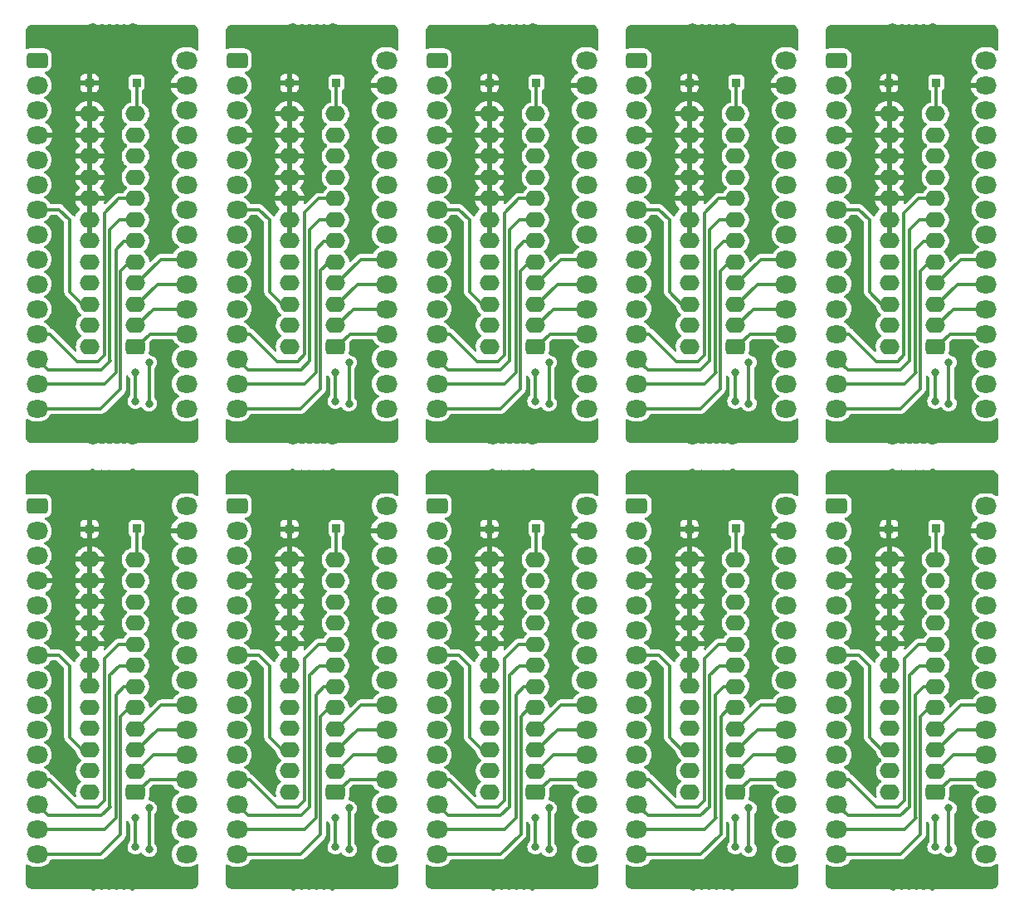
<source format=gtl>
G04 #@! TF.GenerationSoftware,KiCad,Pcbnew,6.0.1-79c1e3a40b~116~ubuntu20.04.1*
G04 #@! TF.CreationDate,2022-01-18T16:31:01+01:00*
G04 #@! TF.ProjectId,10xNano_GPIB,3130784e-616e-46f5-9f47-5049422e6b69,rev?*
G04 #@! TF.SameCoordinates,Original*
G04 #@! TF.FileFunction,Copper,L1,Top*
G04 #@! TF.FilePolarity,Positive*
%FSLAX46Y46*%
G04 Gerber Fmt 4.6, Leading zero omitted, Abs format (unit mm)*
G04 Created by KiCad (PCBNEW 6.0.1-79c1e3a40b~116~ubuntu20.04.1) date 2022-01-18 16:31:01*
%MOMM*%
%LPD*%
G01*
G04 APERTURE LIST*
G04 Aperture macros list*
%AMRoundRect*
0 Rectangle with rounded corners*
0 $1 Rounding radius*
0 $2 $3 $4 $5 $6 $7 $8 $9 X,Y pos of 4 corners*
0 Add a 4 corners polygon primitive as box body*
4,1,4,$2,$3,$4,$5,$6,$7,$8,$9,$2,$3,0*
0 Add four circle primitives for the rounded corners*
1,1,$1+$1,$2,$3*
1,1,$1+$1,$4,$5*
1,1,$1+$1,$6,$7*
1,1,$1+$1,$8,$9*
0 Add four rect primitives between the rounded corners*
20,1,$1+$1,$2,$3,$4,$5,0*
20,1,$1+$1,$4,$5,$6,$7,0*
20,1,$1+$1,$6,$7,$8,$9,0*
20,1,$1+$1,$8,$9,$2,$3,0*%
G04 Aperture macros list end*
G04 #@! TA.AperFunction,ComponentPad*
%ADD10RoundRect,0.400000X0.600000X-0.400000X0.600000X0.400000X-0.600000X0.400000X-0.600000X-0.400000X0*%
G04 #@! TD*
G04 #@! TA.AperFunction,ComponentPad*
%ADD11O,2.000000X1.600000*%
G04 #@! TD*
G04 #@! TA.AperFunction,ComponentPad*
%ADD12R,0.850000X0.850000*%
G04 #@! TD*
G04 #@! TA.AperFunction,ComponentPad*
%ADD13RoundRect,0.400000X-0.700000X-0.400000X0.700000X-0.400000X0.700000X0.400000X-0.700000X0.400000X0*%
G04 #@! TD*
G04 #@! TA.AperFunction,ComponentPad*
%ADD14O,2.200000X1.800000*%
G04 #@! TD*
G04 #@! TA.AperFunction,ViaPad*
%ADD15C,0.800000*%
G04 #@! TD*
G04 #@! TA.AperFunction,Conductor*
%ADD16C,0.300000*%
G04 #@! TD*
G04 APERTURE END LIST*
D10*
X123160000Y-127619000D03*
D11*
X123160000Y-125460000D03*
X123160000Y-123301000D03*
X123160000Y-121142000D03*
X123160000Y-118983000D03*
X123160000Y-116824000D03*
X123160000Y-114665000D03*
X123160000Y-112506000D03*
X123160000Y-110347000D03*
X123160000Y-108188000D03*
X123160000Y-106029000D03*
X123160000Y-103870000D03*
X118480000Y-127594500D03*
X118480000Y-125435500D03*
X118480000Y-123276500D03*
X118480000Y-121117500D03*
X118480000Y-118958500D03*
X118480000Y-116799500D03*
X118480000Y-114640500D03*
X118480000Y-112481500D03*
X118480000Y-110322500D03*
X118480000Y-108163500D03*
X118480000Y-106004500D03*
X118480000Y-103845500D03*
D12*
X98030439Y-100729447D03*
D10*
X82340000Y-82119000D03*
D11*
X82340000Y-79960000D03*
X82340000Y-77801000D03*
X82340000Y-75642000D03*
X82340000Y-73483000D03*
X82340000Y-71324000D03*
X82340000Y-69165000D03*
X82340000Y-67006000D03*
X82340000Y-64847000D03*
X82340000Y-62688000D03*
X82340000Y-60529000D03*
X82340000Y-58370000D03*
X77660000Y-82094500D03*
X77660000Y-79935500D03*
X77660000Y-77776500D03*
X77660000Y-75617500D03*
X77660000Y-73458500D03*
X77660000Y-71299500D03*
X77660000Y-69140500D03*
X77660000Y-66981500D03*
X77660000Y-64822500D03*
X77660000Y-62663500D03*
X77660000Y-60504500D03*
X77660000Y-58345500D03*
D10*
X143540000Y-82119000D03*
D11*
X143540000Y-79960000D03*
X143540000Y-77801000D03*
X143540000Y-75642000D03*
X143540000Y-73483000D03*
X143540000Y-71324000D03*
X143540000Y-69165000D03*
X143540000Y-67006000D03*
X143540000Y-64847000D03*
X143540000Y-62688000D03*
X143540000Y-60529000D03*
X143540000Y-58370000D03*
X138860000Y-82094500D03*
X138860000Y-79935500D03*
X138860000Y-77776500D03*
X138860000Y-75617500D03*
X138860000Y-73458500D03*
X138860000Y-71299500D03*
X138860000Y-69140500D03*
X138860000Y-66981500D03*
X138860000Y-64822500D03*
X138860000Y-62663500D03*
X138860000Y-60504500D03*
X138860000Y-58345500D03*
D12*
X123240439Y-100669447D03*
X98030439Y-55229447D03*
X143640439Y-100669447D03*
X57230439Y-55229447D03*
D13*
X113090000Y-52880000D03*
D14*
X113090000Y-55420000D03*
X113090000Y-57960000D03*
X113090000Y-60500000D03*
X113090000Y-63040000D03*
X113090000Y-65580000D03*
X113090000Y-68120000D03*
X113090000Y-70660000D03*
X113090000Y-73200000D03*
X113090000Y-75740000D03*
X113090000Y-78280000D03*
X113090000Y-80820000D03*
X113090000Y-83360000D03*
X113090000Y-85900000D03*
X113090000Y-88440000D03*
X128330000Y-88440000D03*
X128330000Y-85900000D03*
X128330000Y-83360000D03*
X128330000Y-80820000D03*
X128330000Y-78280000D03*
X128330000Y-75740000D03*
X128330000Y-73200000D03*
X128330000Y-70660000D03*
X128330000Y-68120000D03*
X128330000Y-65580000D03*
X128330000Y-63040000D03*
X128330000Y-60500000D03*
X128330000Y-57960000D03*
X128330000Y-55420000D03*
X128330000Y-52880000D03*
D10*
X61940000Y-82119000D03*
D11*
X61940000Y-79960000D03*
X61940000Y-77801000D03*
X61940000Y-75642000D03*
X61940000Y-73483000D03*
X61940000Y-71324000D03*
X61940000Y-69165000D03*
X61940000Y-67006000D03*
X61940000Y-64847000D03*
X61940000Y-62688000D03*
X61940000Y-60529000D03*
X61940000Y-58370000D03*
X57260000Y-82094500D03*
X57260000Y-79935500D03*
X57260000Y-77776500D03*
X57260000Y-75617500D03*
X57260000Y-73458500D03*
X57260000Y-71299500D03*
X57260000Y-69140500D03*
X57260000Y-66981500D03*
X57260000Y-64822500D03*
X57260000Y-62663500D03*
X57260000Y-60504500D03*
X57260000Y-58345500D03*
D13*
X72290000Y-52880000D03*
D14*
X72290000Y-55420000D03*
X72290000Y-57960000D03*
X72290000Y-60500000D03*
X72290000Y-63040000D03*
X72290000Y-65580000D03*
X72290000Y-68120000D03*
X72290000Y-70660000D03*
X72290000Y-73200000D03*
X72290000Y-75740000D03*
X72290000Y-78280000D03*
X72290000Y-80820000D03*
X72290000Y-83360000D03*
X72290000Y-85900000D03*
X72290000Y-88440000D03*
X87530000Y-88440000D03*
X87530000Y-85900000D03*
X87530000Y-83360000D03*
X87530000Y-80820000D03*
X87530000Y-78280000D03*
X87530000Y-75740000D03*
X87530000Y-73200000D03*
X87530000Y-70660000D03*
X87530000Y-68120000D03*
X87530000Y-65580000D03*
X87530000Y-63040000D03*
X87530000Y-60500000D03*
X87530000Y-57960000D03*
X87530000Y-55420000D03*
X87530000Y-52880000D03*
D13*
X113090000Y-98380000D03*
D14*
X113090000Y-100920000D03*
X113090000Y-103460000D03*
X113090000Y-106000000D03*
X113090000Y-108540000D03*
X113090000Y-111080000D03*
X113090000Y-113620000D03*
X113090000Y-116160000D03*
X113090000Y-118700000D03*
X113090000Y-121240000D03*
X113090000Y-123780000D03*
X113090000Y-126320000D03*
X113090000Y-128860000D03*
X113090000Y-131400000D03*
X113090000Y-133940000D03*
X128330000Y-133940000D03*
X128330000Y-131400000D03*
X128330000Y-128860000D03*
X128330000Y-126320000D03*
X128330000Y-123780000D03*
X128330000Y-121240000D03*
X128330000Y-118700000D03*
X128330000Y-116160000D03*
X128330000Y-113620000D03*
X128330000Y-111080000D03*
X128330000Y-108540000D03*
X128330000Y-106000000D03*
X128330000Y-103460000D03*
X128330000Y-100920000D03*
X128330000Y-98380000D03*
D12*
X138830439Y-100729447D03*
D13*
X72290000Y-98380000D03*
D14*
X72290000Y-100920000D03*
X72290000Y-103460000D03*
X72290000Y-106000000D03*
X72290000Y-108540000D03*
X72290000Y-111080000D03*
X72290000Y-113620000D03*
X72290000Y-116160000D03*
X72290000Y-118700000D03*
X72290000Y-121240000D03*
X72290000Y-123780000D03*
X72290000Y-126320000D03*
X72290000Y-128860000D03*
X72290000Y-131400000D03*
X72290000Y-133940000D03*
X87530000Y-133940000D03*
X87530000Y-131400000D03*
X87530000Y-128860000D03*
X87530000Y-126320000D03*
X87530000Y-123780000D03*
X87530000Y-121240000D03*
X87530000Y-118700000D03*
X87530000Y-116160000D03*
X87530000Y-113620000D03*
X87530000Y-111080000D03*
X87530000Y-108540000D03*
X87530000Y-106000000D03*
X87530000Y-103460000D03*
X87530000Y-100920000D03*
X87530000Y-98380000D03*
D12*
X77630439Y-55229447D03*
D13*
X92690000Y-52880000D03*
D14*
X92690000Y-55420000D03*
X92690000Y-57960000D03*
X92690000Y-60500000D03*
X92690000Y-63040000D03*
X92690000Y-65580000D03*
X92690000Y-68120000D03*
X92690000Y-70660000D03*
X92690000Y-73200000D03*
X92690000Y-75740000D03*
X92690000Y-78280000D03*
X92690000Y-80820000D03*
X92690000Y-83360000D03*
X92690000Y-85900000D03*
X92690000Y-88440000D03*
X107930000Y-88440000D03*
X107930000Y-85900000D03*
X107930000Y-83360000D03*
X107930000Y-80820000D03*
X107930000Y-78280000D03*
X107930000Y-75740000D03*
X107930000Y-73200000D03*
X107930000Y-70660000D03*
X107930000Y-68120000D03*
X107930000Y-65580000D03*
X107930000Y-63040000D03*
X107930000Y-60500000D03*
X107930000Y-57960000D03*
X107930000Y-55420000D03*
X107930000Y-52880000D03*
D10*
X102740000Y-127619000D03*
D11*
X102740000Y-125460000D03*
X102740000Y-123301000D03*
X102740000Y-121142000D03*
X102740000Y-118983000D03*
X102740000Y-116824000D03*
X102740000Y-114665000D03*
X102740000Y-112506000D03*
X102740000Y-110347000D03*
X102740000Y-108188000D03*
X102740000Y-106029000D03*
X102740000Y-103870000D03*
X98060000Y-127594500D03*
X98060000Y-125435500D03*
X98060000Y-123276500D03*
X98060000Y-121117500D03*
X98060000Y-118958500D03*
X98060000Y-116799500D03*
X98060000Y-114640500D03*
X98060000Y-112481500D03*
X98060000Y-110322500D03*
X98060000Y-108163500D03*
X98060000Y-106004500D03*
X98060000Y-103845500D03*
D12*
X102840439Y-55169447D03*
X77630439Y-100729447D03*
X143640439Y-55169447D03*
X118430439Y-55229447D03*
D10*
X102740000Y-82119000D03*
D11*
X102740000Y-79960000D03*
X102740000Y-77801000D03*
X102740000Y-75642000D03*
X102740000Y-73483000D03*
X102740000Y-71324000D03*
X102740000Y-69165000D03*
X102740000Y-67006000D03*
X102740000Y-64847000D03*
X102740000Y-62688000D03*
X102740000Y-60529000D03*
X102740000Y-58370000D03*
X98060000Y-82094500D03*
X98060000Y-79935500D03*
X98060000Y-77776500D03*
X98060000Y-75617500D03*
X98060000Y-73458500D03*
X98060000Y-71299500D03*
X98060000Y-69140500D03*
X98060000Y-66981500D03*
X98060000Y-64822500D03*
X98060000Y-62663500D03*
X98060000Y-60504500D03*
X98060000Y-58345500D03*
D13*
X133490000Y-52880000D03*
D14*
X133490000Y-55420000D03*
X133490000Y-57960000D03*
X133490000Y-60500000D03*
X133490000Y-63040000D03*
X133490000Y-65580000D03*
X133490000Y-68120000D03*
X133490000Y-70660000D03*
X133490000Y-73200000D03*
X133490000Y-75740000D03*
X133490000Y-78280000D03*
X133490000Y-80820000D03*
X133490000Y-83360000D03*
X133490000Y-85900000D03*
X133490000Y-88440000D03*
X148730000Y-88440000D03*
X148730000Y-85900000D03*
X148730000Y-83360000D03*
X148730000Y-80820000D03*
X148730000Y-78280000D03*
X148730000Y-75740000D03*
X148730000Y-73200000D03*
X148730000Y-70660000D03*
X148730000Y-68120000D03*
X148730000Y-65580000D03*
X148730000Y-63040000D03*
X148730000Y-60500000D03*
X148730000Y-57960000D03*
X148730000Y-55420000D03*
X148730000Y-52880000D03*
D12*
X138830439Y-55229447D03*
D13*
X92690000Y-98380000D03*
D14*
X92690000Y-100920000D03*
X92690000Y-103460000D03*
X92690000Y-106000000D03*
X92690000Y-108540000D03*
X92690000Y-111080000D03*
X92690000Y-113620000D03*
X92690000Y-116160000D03*
X92690000Y-118700000D03*
X92690000Y-121240000D03*
X92690000Y-123780000D03*
X92690000Y-126320000D03*
X92690000Y-128860000D03*
X92690000Y-131400000D03*
X92690000Y-133940000D03*
X107930000Y-133940000D03*
X107930000Y-131400000D03*
X107930000Y-128860000D03*
X107930000Y-126320000D03*
X107930000Y-123780000D03*
X107930000Y-121240000D03*
X107930000Y-118700000D03*
X107930000Y-116160000D03*
X107930000Y-113620000D03*
X107930000Y-111080000D03*
X107930000Y-108540000D03*
X107930000Y-106000000D03*
X107930000Y-103460000D03*
X107930000Y-100920000D03*
X107930000Y-98380000D03*
D12*
X82440439Y-55169447D03*
D10*
X82340000Y-127619000D03*
D11*
X82340000Y-125460000D03*
X82340000Y-123301000D03*
X82340000Y-121142000D03*
X82340000Y-118983000D03*
X82340000Y-116824000D03*
X82340000Y-114665000D03*
X82340000Y-112506000D03*
X82340000Y-110347000D03*
X82340000Y-108188000D03*
X82340000Y-106029000D03*
X82340000Y-103870000D03*
X77660000Y-127594500D03*
X77660000Y-125435500D03*
X77660000Y-123276500D03*
X77660000Y-121117500D03*
X77660000Y-118958500D03*
X77660000Y-116799500D03*
X77660000Y-114640500D03*
X77660000Y-112481500D03*
X77660000Y-110322500D03*
X77660000Y-108163500D03*
X77660000Y-106004500D03*
X77660000Y-103845500D03*
D12*
X62040439Y-100669447D03*
D13*
X133490000Y-98380000D03*
D14*
X133490000Y-100920000D03*
X133490000Y-103460000D03*
X133490000Y-106000000D03*
X133490000Y-108540000D03*
X133490000Y-111080000D03*
X133490000Y-113620000D03*
X133490000Y-116160000D03*
X133490000Y-118700000D03*
X133490000Y-121240000D03*
X133490000Y-123780000D03*
X133490000Y-126320000D03*
X133490000Y-128860000D03*
X133490000Y-131400000D03*
X133490000Y-133940000D03*
X148730000Y-133940000D03*
X148730000Y-131400000D03*
X148730000Y-128860000D03*
X148730000Y-126320000D03*
X148730000Y-123780000D03*
X148730000Y-121240000D03*
X148730000Y-118700000D03*
X148730000Y-116160000D03*
X148730000Y-113620000D03*
X148730000Y-111080000D03*
X148730000Y-108540000D03*
X148730000Y-106000000D03*
X148730000Y-103460000D03*
X148730000Y-100920000D03*
X148730000Y-98380000D03*
D12*
X82440439Y-100669447D03*
X57230439Y-100729447D03*
D13*
X51890000Y-98380000D03*
D14*
X51890000Y-100920000D03*
X51890000Y-103460000D03*
X51890000Y-106000000D03*
X51890000Y-108540000D03*
X51890000Y-111080000D03*
X51890000Y-113620000D03*
X51890000Y-116160000D03*
X51890000Y-118700000D03*
X51890000Y-121240000D03*
X51890000Y-123780000D03*
X51890000Y-126320000D03*
X51890000Y-128860000D03*
X51890000Y-131400000D03*
X51890000Y-133940000D03*
X67130000Y-133940000D03*
X67130000Y-131400000D03*
X67130000Y-128860000D03*
X67130000Y-126320000D03*
X67130000Y-123780000D03*
X67130000Y-121240000D03*
X67130000Y-118700000D03*
X67130000Y-116160000D03*
X67130000Y-113620000D03*
X67130000Y-111080000D03*
X67130000Y-108540000D03*
X67130000Y-106000000D03*
X67130000Y-103460000D03*
X67130000Y-100920000D03*
X67130000Y-98380000D03*
D12*
X62040439Y-55169447D03*
D13*
X51890000Y-52880000D03*
D14*
X51890000Y-55420000D03*
X51890000Y-57960000D03*
X51890000Y-60500000D03*
X51890000Y-63040000D03*
X51890000Y-65580000D03*
X51890000Y-68120000D03*
X51890000Y-70660000D03*
X51890000Y-73200000D03*
X51890000Y-75740000D03*
X51890000Y-78280000D03*
X51890000Y-80820000D03*
X51890000Y-83360000D03*
X51890000Y-85900000D03*
X51890000Y-88440000D03*
X67130000Y-88440000D03*
X67130000Y-85900000D03*
X67130000Y-83360000D03*
X67130000Y-80820000D03*
X67130000Y-78280000D03*
X67130000Y-75740000D03*
X67130000Y-73200000D03*
X67130000Y-70660000D03*
X67130000Y-68120000D03*
X67130000Y-65580000D03*
X67130000Y-63040000D03*
X67130000Y-60500000D03*
X67130000Y-57960000D03*
X67130000Y-55420000D03*
X67130000Y-52880000D03*
D10*
X143570000Y-127609000D03*
D11*
X143570000Y-125450000D03*
X143570000Y-123291000D03*
X143570000Y-121132000D03*
X143570000Y-118973000D03*
X143570000Y-116814000D03*
X143570000Y-114655000D03*
X143570000Y-112496000D03*
X143570000Y-110337000D03*
X143570000Y-108178000D03*
X143570000Y-106019000D03*
X143570000Y-103860000D03*
X138890000Y-127584500D03*
X138890000Y-125425500D03*
X138890000Y-123266500D03*
X138890000Y-121107500D03*
X138890000Y-118948500D03*
X138890000Y-116789500D03*
X138890000Y-114630500D03*
X138890000Y-112471500D03*
X138890000Y-110312500D03*
X138890000Y-108153500D03*
X138890000Y-105994500D03*
X138890000Y-103835500D03*
D12*
X123240439Y-55169447D03*
X102840439Y-100669447D03*
D10*
X123140000Y-82119000D03*
D11*
X123140000Y-79960000D03*
X123140000Y-77801000D03*
X123140000Y-75642000D03*
X123140000Y-73483000D03*
X123140000Y-71324000D03*
X123140000Y-69165000D03*
X123140000Y-67006000D03*
X123140000Y-64847000D03*
X123140000Y-62688000D03*
X123140000Y-60529000D03*
X123140000Y-58370000D03*
X118460000Y-82094500D03*
X118460000Y-79935500D03*
X118460000Y-77776500D03*
X118460000Y-75617500D03*
X118460000Y-73458500D03*
X118460000Y-71299500D03*
X118460000Y-69140500D03*
X118460000Y-66981500D03*
X118460000Y-64822500D03*
X118460000Y-62663500D03*
X118460000Y-60504500D03*
X118460000Y-58345500D03*
D12*
X118430439Y-100729447D03*
D10*
X61940000Y-127619000D03*
D11*
X61940000Y-125460000D03*
X61940000Y-123301000D03*
X61940000Y-121142000D03*
X61940000Y-118983000D03*
X61940000Y-116824000D03*
X61940000Y-114665000D03*
X61940000Y-112506000D03*
X61940000Y-110347000D03*
X61940000Y-108188000D03*
X61940000Y-106029000D03*
X61940000Y-103870000D03*
X57260000Y-127594500D03*
X57260000Y-125435500D03*
X57260000Y-123276500D03*
X57260000Y-121117500D03*
X57260000Y-118958500D03*
X57260000Y-116799500D03*
X57260000Y-114640500D03*
X57260000Y-112481500D03*
X57260000Y-110322500D03*
X57260000Y-108163500D03*
X57260000Y-106004500D03*
X57260000Y-103845500D03*
D15*
X133560000Y-136330000D03*
X72280000Y-50620000D03*
X148630000Y-50580000D03*
X92680000Y-50620000D03*
X105522000Y-133857000D03*
X128210000Y-96020000D03*
X51860000Y-96060000D03*
X135090439Y-125189447D03*
X53490439Y-125189447D03*
X67010000Y-96020000D03*
X92660000Y-96060000D03*
X128450000Y-90880000D03*
X94290439Y-79689447D03*
X63730439Y-82699447D03*
X72500000Y-90920000D03*
X125922000Y-88357000D03*
X72360000Y-136330000D03*
X146322000Y-133857000D03*
X94290439Y-125189447D03*
X148710000Y-136290000D03*
X64722000Y-88357000D03*
X104530439Y-82699447D03*
X125922000Y-133857000D03*
X67110000Y-136290000D03*
X135090439Y-79689447D03*
X145330439Y-82699447D03*
X107910000Y-136290000D03*
X114690439Y-125189447D03*
X113060000Y-96060000D03*
X87410000Y-96020000D03*
X107830000Y-50580000D03*
X67030000Y-50580000D03*
X87430000Y-50580000D03*
X73890439Y-125189447D03*
X124930439Y-128199447D03*
X84130439Y-128199447D03*
X72260000Y-96060000D03*
X87510000Y-136290000D03*
X148610000Y-96020000D03*
X148850000Y-90880000D03*
X133700000Y-90920000D03*
X51960000Y-136330000D03*
X87650000Y-90880000D03*
X92760000Y-136330000D03*
X104530439Y-128199447D03*
X52100000Y-90920000D03*
X113300000Y-90920000D03*
X85122000Y-88357000D03*
X107810000Y-96020000D03*
X133480000Y-50620000D03*
X113080000Y-50620000D03*
X124930439Y-82699447D03*
X84130439Y-82699447D03*
X51880000Y-50620000D03*
X63730439Y-128199447D03*
X73890439Y-79689447D03*
X67250000Y-90880000D03*
X113160000Y-136330000D03*
X105522000Y-88357000D03*
X146322000Y-88357000D03*
X145330439Y-128199447D03*
X128310000Y-136290000D03*
X85122000Y-133857000D03*
X114690439Y-79689447D03*
X133460000Y-96060000D03*
X128230000Y-50580000D03*
X108050000Y-90880000D03*
X92900000Y-90920000D03*
X64722000Y-133857000D03*
X53490439Y-79689447D03*
X61923000Y-130257000D03*
X82323000Y-130257000D03*
X82323000Y-133178000D03*
X123123000Y-87678000D03*
X143523000Y-84757000D03*
X61923000Y-84757000D03*
X102723000Y-84757000D03*
X143523000Y-87678000D03*
X143523000Y-133178000D03*
X123123000Y-84757000D03*
X143523000Y-130257000D03*
X102723000Y-87678000D03*
X123123000Y-130257000D03*
X82323000Y-87678000D03*
X61923000Y-133178000D03*
X123123000Y-133178000D03*
X102723000Y-133178000D03*
X61923000Y-87678000D03*
X102723000Y-130257000D03*
X82323000Y-84757000D03*
X104120000Y-129241000D03*
X144920000Y-133432000D03*
X104120000Y-83741000D03*
X83720000Y-87932000D03*
X124520000Y-83741000D03*
X83720000Y-133432000D03*
X144920000Y-87932000D03*
X124520000Y-133432000D03*
X144920000Y-129241000D03*
X63320000Y-83741000D03*
X104120000Y-87932000D03*
X63320000Y-87932000D03*
X63320000Y-133432000D03*
X124520000Y-87932000D03*
X144920000Y-83741000D03*
X83720000Y-83741000D03*
X104120000Y-133432000D03*
X63320000Y-129241000D03*
X124520000Y-129241000D03*
X83720000Y-129241000D03*
D16*
X125922000Y-128817000D02*
X125304447Y-128199447D01*
X146322000Y-133857000D02*
X146322000Y-128817000D01*
X105522000Y-83317000D02*
X104904447Y-82699447D01*
X57236700Y-100675708D02*
X57210439Y-100649447D01*
X125304447Y-128199447D02*
X124930439Y-128199447D01*
X98036700Y-55175708D02*
X98010439Y-55149447D01*
X98036700Y-106012700D02*
X98036700Y-116680700D01*
X64722000Y-128817000D02*
X64104447Y-128199447D01*
X77636700Y-106012700D02*
X77636700Y-116680700D01*
X105522000Y-128817000D02*
X104904447Y-128199447D01*
X118424000Y-60500000D02*
X118436700Y-60512700D01*
X77636700Y-55175708D02*
X77610439Y-55149447D01*
X98036700Y-116680700D02*
X98024000Y-116668000D01*
X77636700Y-60512700D02*
X77636700Y-71180700D01*
X98036700Y-100675708D02*
X98010439Y-100649447D01*
X64104447Y-128199447D02*
X63730439Y-128199447D01*
X118436700Y-71180700D02*
X118424000Y-71168000D01*
X98036700Y-60512700D02*
X98036700Y-71180700D01*
X118436700Y-60512700D02*
X118436700Y-71180700D01*
X145704447Y-82699447D02*
X145330439Y-82699447D01*
X64722000Y-88357000D02*
X64722000Y-83317000D01*
X64722000Y-133857000D02*
X64722000Y-128817000D01*
X138836700Y-71180700D02*
X138824000Y-71168000D01*
X57236700Y-60512700D02*
X57236700Y-71180700D01*
X118436700Y-100675708D02*
X118410439Y-100649447D01*
X146322000Y-88357000D02*
X146322000Y-83317000D01*
X138836700Y-60512700D02*
X138836700Y-71180700D01*
X77624000Y-60500000D02*
X77636700Y-60512700D01*
X105522000Y-88357000D02*
X105522000Y-83317000D01*
X64722000Y-83317000D02*
X64104447Y-82699447D01*
X85122000Y-133857000D02*
X85122000Y-128817000D01*
X85122000Y-83317000D02*
X84504447Y-82699447D01*
X125922000Y-133857000D02*
X125922000Y-128817000D01*
X146322000Y-83317000D02*
X145704447Y-82699447D01*
X77636700Y-116680700D02*
X77624000Y-116668000D01*
X118424000Y-106000000D02*
X118436700Y-106012700D01*
X77624000Y-106000000D02*
X77636700Y-106012700D01*
X64104447Y-82699447D02*
X63730439Y-82699447D01*
X104904447Y-82699447D02*
X104530439Y-82699447D01*
X77636700Y-100675708D02*
X77610439Y-100649447D01*
X138836700Y-100675708D02*
X138810439Y-100649447D01*
X57224000Y-60500000D02*
X57236700Y-60512700D01*
X98024000Y-106000000D02*
X98036700Y-106012700D01*
X98036700Y-71180700D02*
X98024000Y-71168000D01*
X57224000Y-106000000D02*
X57236700Y-106012700D01*
X77636700Y-71180700D02*
X77624000Y-71168000D01*
X138836700Y-106012700D02*
X138836700Y-116680700D01*
X57236700Y-71180700D02*
X57224000Y-71168000D01*
X84504447Y-82699447D02*
X84130439Y-82699447D01*
X138836700Y-55175708D02*
X138810439Y-55149447D01*
X118436700Y-116680700D02*
X118424000Y-116668000D01*
X57236700Y-55175708D02*
X57210439Y-55149447D01*
X118436700Y-55175708D02*
X118410439Y-55149447D01*
X85122000Y-128817000D02*
X84504447Y-128199447D01*
X85122000Y-88357000D02*
X85122000Y-83317000D01*
X57236700Y-116680700D02*
X57224000Y-116668000D01*
X84504447Y-128199447D02*
X84130439Y-128199447D01*
X145704447Y-128199447D02*
X145330439Y-128199447D01*
X138836700Y-116680700D02*
X138824000Y-116668000D01*
X105522000Y-133857000D02*
X105522000Y-128817000D01*
X98024000Y-60500000D02*
X98036700Y-60512700D01*
X57236700Y-106012700D02*
X57236700Y-116680700D01*
X138824000Y-60500000D02*
X138836700Y-60512700D01*
X125922000Y-83317000D02*
X125304447Y-82699447D01*
X138824000Y-106000000D02*
X138836700Y-106012700D01*
X125922000Y-88357000D02*
X125922000Y-83317000D01*
X125304447Y-82699447D02*
X124930439Y-82699447D01*
X146322000Y-128817000D02*
X145704447Y-128199447D01*
X104904447Y-128199447D02*
X104530439Y-128199447D01*
X118436700Y-106012700D02*
X118436700Y-116680700D01*
X115355000Y-113620000D02*
X116422000Y-114687000D01*
X75622000Y-69187000D02*
X75622000Y-76532000D01*
X56462000Y-123272000D02*
X57224000Y-123272000D01*
X74555000Y-113620000D02*
X75622000Y-114687000D01*
X136822000Y-122032000D02*
X138062000Y-123272000D01*
X97262000Y-77772000D02*
X98024000Y-77772000D01*
X135755000Y-68120000D02*
X136822000Y-69187000D01*
X55222000Y-76532000D02*
X56462000Y-77772000D01*
X54155000Y-68120000D02*
X55222000Y-69187000D01*
X133490000Y-113620000D02*
X135755000Y-113620000D01*
X116422000Y-76532000D02*
X117662000Y-77772000D01*
X56462000Y-77772000D02*
X57224000Y-77772000D01*
X92690000Y-113620000D02*
X94955000Y-113620000D01*
X96022000Y-114687000D02*
X96022000Y-122032000D01*
X94955000Y-68120000D02*
X96022000Y-69187000D01*
X72290000Y-113620000D02*
X74555000Y-113620000D01*
X117662000Y-77772000D02*
X118424000Y-77772000D01*
X113090000Y-68120000D02*
X115355000Y-68120000D01*
X117662000Y-123272000D02*
X118424000Y-123272000D01*
X116422000Y-122032000D02*
X117662000Y-123272000D01*
X55222000Y-114687000D02*
X55222000Y-122032000D01*
X51890000Y-68120000D02*
X54155000Y-68120000D01*
X138062000Y-123272000D02*
X138824000Y-123272000D01*
X55222000Y-69187000D02*
X55222000Y-76532000D01*
X135755000Y-113620000D02*
X136822000Y-114687000D01*
X51890000Y-113620000D02*
X54155000Y-113620000D01*
X75622000Y-122032000D02*
X76862000Y-123272000D01*
X96022000Y-76532000D02*
X97262000Y-77772000D01*
X138062000Y-77772000D02*
X138824000Y-77772000D01*
X136822000Y-114687000D02*
X136822000Y-122032000D01*
X74555000Y-68120000D02*
X75622000Y-69187000D01*
X115355000Y-68120000D02*
X116422000Y-69187000D01*
X54155000Y-113620000D02*
X55222000Y-114687000D01*
X75622000Y-76532000D02*
X76862000Y-77772000D01*
X55222000Y-122032000D02*
X56462000Y-123272000D01*
X136822000Y-69187000D02*
X136822000Y-76532000D01*
X133490000Y-68120000D02*
X135755000Y-68120000D01*
X116422000Y-69187000D02*
X116422000Y-76532000D01*
X75622000Y-114687000D02*
X75622000Y-122032000D01*
X97262000Y-123272000D02*
X98024000Y-123272000D01*
X96022000Y-69187000D02*
X96022000Y-76532000D01*
X116422000Y-114687000D02*
X116422000Y-122032000D01*
X72290000Y-68120000D02*
X74555000Y-68120000D01*
X92690000Y-68120000D02*
X94955000Y-68120000D01*
X76862000Y-123272000D02*
X77624000Y-123272000D01*
X113090000Y-113620000D02*
X115355000Y-113620000D01*
X96022000Y-122032000D02*
X97262000Y-123272000D01*
X136822000Y-76532000D02*
X138062000Y-77772000D01*
X76862000Y-77772000D02*
X77624000Y-77772000D01*
X94955000Y-113620000D02*
X96022000Y-114687000D01*
X123123000Y-133178000D02*
X123123000Y-130257000D01*
X102723000Y-87678000D02*
X102723000Y-84757000D01*
X82323000Y-87678000D02*
X82323000Y-84757000D01*
X123123000Y-87678000D02*
X123123000Y-84757000D01*
X143523000Y-87678000D02*
X143523000Y-84757000D01*
X82323000Y-133178000D02*
X82323000Y-130257000D01*
X61923000Y-133178000D02*
X61923000Y-130257000D01*
X143523000Y-133178000D02*
X143523000Y-130257000D01*
X61923000Y-87678000D02*
X61923000Y-84757000D01*
X102723000Y-133178000D02*
X102723000Y-130257000D01*
X83720000Y-87932000D02*
X83720000Y-83741000D01*
X144920000Y-133432000D02*
X144920000Y-129241000D01*
X83720000Y-133432000D02*
X83720000Y-129241000D01*
X63320000Y-133432000D02*
X63320000Y-129241000D01*
X124520000Y-133432000D02*
X124520000Y-129241000D01*
X63320000Y-87932000D02*
X63320000Y-83741000D01*
X144920000Y-87932000D02*
X144920000Y-83741000D01*
X104120000Y-133432000D02*
X104120000Y-129241000D01*
X104120000Y-87932000D02*
X104120000Y-83741000D01*
X124520000Y-87932000D02*
X124520000Y-83741000D01*
X119960000Y-68489000D02*
X121459300Y-66989700D01*
X101059300Y-66989700D02*
X102710300Y-66989700D01*
X60259300Y-112489700D02*
X61910300Y-112489700D01*
X76354000Y-83614000D02*
X78513000Y-83614000D01*
X133490000Y-80820000D02*
X134760000Y-80820000D01*
X121459300Y-66989700D02*
X123110300Y-66989700D01*
X119313000Y-83614000D02*
X119960000Y-82967000D01*
X143510300Y-66989700D02*
X143523000Y-66977000D01*
X98913000Y-129114000D02*
X99580000Y-128447000D01*
X82310300Y-66989700D02*
X82323000Y-66977000D01*
X134760000Y-126320000D02*
X137554000Y-129114000D01*
X80659300Y-66989700D02*
X82310300Y-66989700D01*
X92690000Y-80820000D02*
X93960000Y-80820000D01*
X117154000Y-83614000D02*
X119313000Y-83614000D01*
X55954000Y-129114000D02*
X58113000Y-129114000D01*
X137554000Y-83614000D02*
X139713000Y-83614000D01*
X99550000Y-68499000D02*
X101059300Y-66989700D01*
X79170000Y-128457000D02*
X79170000Y-113979000D01*
X79210000Y-68439000D02*
X80659300Y-66989700D01*
X92690000Y-126320000D02*
X93960000Y-126320000D01*
X113090000Y-126320000D02*
X114360000Y-126320000D01*
X72290000Y-80820000D02*
X73560000Y-80820000D01*
X60259300Y-66989700D02*
X61910300Y-66989700D01*
X58790000Y-82937000D02*
X58790000Y-68459000D01*
X140360000Y-128467000D02*
X140360000Y-113989000D01*
X99550000Y-82977000D02*
X99550000Y-68499000D01*
X99580000Y-128447000D02*
X99580000Y-113969000D01*
X58113000Y-129114000D02*
X58780000Y-128447000D01*
X78513000Y-83614000D02*
X79210000Y-82917000D01*
X143510300Y-112489700D02*
X143523000Y-112477000D01*
X102710300Y-66989700D02*
X102723000Y-66977000D01*
X58780000Y-113969000D02*
X60259300Y-112489700D01*
X140340000Y-68509000D02*
X141859300Y-66989700D01*
X79210000Y-82917000D02*
X79210000Y-68439000D01*
X53160000Y-80820000D02*
X55954000Y-83614000D01*
X53160000Y-126320000D02*
X55954000Y-129114000D01*
X61910300Y-112489700D02*
X61923000Y-112477000D01*
X58790000Y-68459000D02*
X60259300Y-66989700D01*
X119960000Y-82967000D02*
X119960000Y-68489000D01*
X102710300Y-112489700D02*
X102723000Y-112477000D01*
X82310300Y-112489700D02*
X82323000Y-112477000D01*
X61910300Y-66989700D02*
X61923000Y-66977000D01*
X140340000Y-82987000D02*
X140340000Y-68509000D01*
X114360000Y-126320000D02*
X117154000Y-129114000D01*
X113090000Y-80820000D02*
X114360000Y-80820000D01*
X139713000Y-83614000D02*
X140340000Y-82987000D01*
X78513000Y-129114000D02*
X79170000Y-128457000D01*
X141859300Y-66989700D02*
X143510300Y-66989700D01*
X119990000Y-113959000D02*
X121459300Y-112489700D01*
X137554000Y-129114000D02*
X139713000Y-129114000D01*
X123110300Y-66989700D02*
X123123000Y-66977000D01*
X114360000Y-80820000D02*
X117154000Y-83614000D01*
X134760000Y-80820000D02*
X137554000Y-83614000D01*
X72290000Y-126320000D02*
X73560000Y-126320000D01*
X139713000Y-129114000D02*
X140360000Y-128467000D01*
X80659300Y-112489700D02*
X82310300Y-112489700D01*
X99580000Y-113969000D02*
X101059300Y-112489700D01*
X58780000Y-128447000D02*
X58780000Y-113969000D01*
X73560000Y-80820000D02*
X76354000Y-83614000D01*
X98913000Y-83614000D02*
X99550000Y-82977000D01*
X133490000Y-126320000D02*
X134760000Y-126320000D01*
X119313000Y-129114000D02*
X119990000Y-128437000D01*
X101059300Y-112489700D02*
X102710300Y-112489700D01*
X119990000Y-128437000D02*
X119990000Y-113959000D01*
X96754000Y-129114000D02*
X98913000Y-129114000D01*
X121459300Y-112489700D02*
X123110300Y-112489700D01*
X93960000Y-80820000D02*
X96754000Y-83614000D01*
X96754000Y-83614000D02*
X98913000Y-83614000D01*
X140360000Y-113989000D02*
X141859300Y-112489700D01*
X73560000Y-126320000D02*
X76354000Y-129114000D01*
X93960000Y-126320000D02*
X96754000Y-129114000D01*
X58113000Y-83614000D02*
X58790000Y-82937000D01*
X55954000Y-83614000D02*
X58113000Y-83614000D01*
X123110300Y-112489700D02*
X123123000Y-112477000D01*
X51890000Y-126320000D02*
X53160000Y-126320000D01*
X51890000Y-80820000D02*
X53160000Y-80820000D01*
X79170000Y-113979000D02*
X80659300Y-112489700D01*
X117154000Y-129114000D02*
X119313000Y-129114000D01*
X141859300Y-112489700D02*
X143510300Y-112489700D01*
X76354000Y-129114000D02*
X78513000Y-129114000D01*
X143586500Y-114699500D02*
X143650000Y-114763000D01*
X73433000Y-84503000D02*
X78806022Y-84503000D01*
X141909500Y-69199500D02*
X143637300Y-69199500D01*
X51890000Y-83360000D02*
X53033000Y-84503000D01*
X120528666Y-70180334D02*
X121509500Y-69199500D01*
X119606022Y-130003000D02*
X120532000Y-129077022D01*
X93833000Y-84503000D02*
X99206022Y-84503000D01*
X99206022Y-84503000D02*
X100132000Y-83577022D01*
X82386500Y-114699500D02*
X82450000Y-114763000D01*
X100128666Y-83577022D02*
X100128666Y-70180334D01*
X140928666Y-70180334D02*
X141909500Y-69199500D01*
X143586500Y-69199500D02*
X143650000Y-69263000D01*
X79728666Y-70180334D02*
X80709500Y-69199500D01*
X61986500Y-69199500D02*
X62050000Y-69263000D01*
X123186500Y-114699500D02*
X123250000Y-114763000D01*
X120528666Y-83577022D02*
X120528666Y-70180334D01*
X58406022Y-84503000D02*
X59332000Y-83577022D01*
X119606022Y-84503000D02*
X120532000Y-83577022D01*
X78806022Y-130003000D02*
X79732000Y-129077022D01*
X120528666Y-129077022D02*
X120528666Y-115680334D01*
X121509500Y-69199500D02*
X123237300Y-69199500D01*
X60309500Y-114699500D02*
X62037300Y-114699500D01*
X59328666Y-83577022D02*
X59328666Y-70180334D01*
X123186500Y-69199500D02*
X123250000Y-69263000D01*
X59328666Y-129077022D02*
X59328666Y-115680334D01*
X93833000Y-130003000D02*
X99206022Y-130003000D01*
X102786500Y-69199500D02*
X102850000Y-69263000D01*
X140006022Y-130003000D02*
X140932000Y-129077022D01*
X101109500Y-114699500D02*
X102837300Y-114699500D01*
X133490000Y-83360000D02*
X134633000Y-84503000D01*
X51890000Y-128860000D02*
X53033000Y-130003000D01*
X121509500Y-114699500D02*
X123237300Y-114699500D01*
X140006022Y-84503000D02*
X140932000Y-83577022D01*
X73433000Y-130003000D02*
X78806022Y-130003000D01*
X59328666Y-70180334D02*
X60309500Y-69199500D01*
X120528666Y-115680334D02*
X121509500Y-114699500D01*
X100128666Y-70180334D02*
X101109500Y-69199500D01*
X79728666Y-115680334D02*
X80709500Y-114699500D01*
X114233000Y-84503000D02*
X119606022Y-84503000D01*
X113090000Y-83360000D02*
X114233000Y-84503000D01*
X53033000Y-130003000D02*
X58406022Y-130003000D01*
X114233000Y-130003000D02*
X119606022Y-130003000D01*
X102786500Y-114699500D02*
X102850000Y-114763000D01*
X140928666Y-83577022D02*
X140928666Y-70180334D01*
X82386500Y-69199500D02*
X82450000Y-69263000D01*
X101109500Y-69199500D02*
X102837300Y-69199500D01*
X80709500Y-114699500D02*
X82437300Y-114699500D01*
X59328666Y-115680334D02*
X60309500Y-114699500D01*
X99206022Y-130003000D02*
X100132000Y-129077022D01*
X61986500Y-114699500D02*
X62050000Y-114763000D01*
X141909500Y-114699500D02*
X143637300Y-114699500D01*
X92690000Y-128860000D02*
X93833000Y-130003000D01*
X53033000Y-84503000D02*
X58406022Y-84503000D01*
X140928666Y-129077022D02*
X140928666Y-115680334D01*
X72290000Y-128860000D02*
X73433000Y-130003000D01*
X113090000Y-128860000D02*
X114233000Y-130003000D01*
X72290000Y-83360000D02*
X73433000Y-84503000D01*
X100128666Y-129077022D02*
X100128666Y-115680334D01*
X140928666Y-115680334D02*
X141909500Y-114699500D01*
X100128666Y-115680334D02*
X101109500Y-114699500D01*
X133490000Y-128860000D02*
X134633000Y-130003000D01*
X79728666Y-129077022D02*
X79728666Y-115680334D01*
X60309500Y-69199500D02*
X62037300Y-69199500D01*
X80709500Y-69199500D02*
X82437300Y-69199500D01*
X134633000Y-130003000D02*
X140006022Y-130003000D01*
X134633000Y-84503000D02*
X140006022Y-84503000D01*
X78806022Y-84503000D02*
X79732000Y-83577022D01*
X79728666Y-83577022D02*
X79728666Y-70180334D01*
X92690000Y-83360000D02*
X93833000Y-84503000D01*
X58406022Y-130003000D02*
X59332000Y-129077022D01*
X60760500Y-71358500D02*
X62037300Y-71358500D01*
X101560500Y-116858500D02*
X102837300Y-116858500D01*
X133490000Y-85900000D02*
X140359011Y-85900000D01*
X99559011Y-131400000D02*
X100742000Y-130217011D01*
X59935332Y-117683668D02*
X60760500Y-116858500D01*
X119959011Y-131400000D02*
X121142000Y-130217011D01*
X60760500Y-116858500D02*
X62037300Y-116858500D01*
X119959011Y-85900000D02*
X121142000Y-84717011D01*
X101560500Y-71358500D02*
X102837300Y-71358500D01*
X113090000Y-131400000D02*
X119959011Y-131400000D01*
X79159011Y-85900000D02*
X80342000Y-84717011D01*
X81160500Y-116858500D02*
X82437300Y-116858500D01*
X113090000Y-85900000D02*
X119959011Y-85900000D01*
X121135332Y-130217011D02*
X121135332Y-117683668D01*
X121135332Y-117683668D02*
X121960500Y-116858500D01*
X140359011Y-131400000D02*
X141542000Y-130217011D01*
X59935332Y-130217011D02*
X59935332Y-117683668D01*
X121135332Y-72183668D02*
X121960500Y-71358500D01*
X121960500Y-71358500D02*
X123237300Y-71358500D01*
X99559011Y-85900000D02*
X100742000Y-84717011D01*
X141535332Y-117683668D02*
X142360500Y-116858500D01*
X51890000Y-85900000D02*
X58759011Y-85900000D01*
X142360500Y-71358500D02*
X143637300Y-71358500D01*
X100735332Y-72183668D02*
X101560500Y-71358500D01*
X80335332Y-117683668D02*
X81160500Y-116858500D01*
X100735332Y-84717011D02*
X100735332Y-72183668D01*
X92690000Y-85900000D02*
X99559011Y-85900000D01*
X141535332Y-72183668D02*
X142360500Y-71358500D01*
X142360500Y-116858500D02*
X143637300Y-116858500D01*
X58759011Y-85900000D02*
X59942000Y-84717011D01*
X72290000Y-85900000D02*
X79159011Y-85900000D01*
X141535332Y-130217011D02*
X141535332Y-117683668D01*
X140359011Y-85900000D02*
X141542000Y-84717011D01*
X58759011Y-131400000D02*
X59942000Y-130217011D01*
X80335332Y-84717011D02*
X80335332Y-72183668D01*
X141535332Y-84717011D02*
X141535332Y-72183668D01*
X121135332Y-84717011D02*
X121135332Y-72183668D01*
X121960500Y-116858500D02*
X123237300Y-116858500D01*
X81160500Y-71358500D02*
X82437300Y-71358500D01*
X80335332Y-130217011D02*
X80335332Y-117683668D01*
X133490000Y-131400000D02*
X140359011Y-131400000D01*
X51890000Y-131400000D02*
X58759011Y-131400000D01*
X80335332Y-72183668D02*
X81160500Y-71358500D01*
X59935332Y-72183668D02*
X60760500Y-71358500D01*
X92690000Y-131400000D02*
X99559011Y-131400000D01*
X79159011Y-131400000D02*
X80342000Y-130217011D01*
X59935332Y-84717011D02*
X59935332Y-72183668D01*
X72290000Y-131400000D02*
X79159011Y-131400000D01*
X100735332Y-117683668D02*
X101560500Y-116858500D01*
X100735332Y-130217011D02*
X100735332Y-117683668D01*
X101260000Y-119849000D02*
X102040700Y-119068300D01*
X121650000Y-131889000D02*
X121650000Y-119859000D01*
X113090000Y-133940000D02*
X119599000Y-133940000D01*
X121610000Y-86429000D02*
X121610000Y-74399000D01*
X142020000Y-86419000D02*
X142020000Y-74389000D01*
X143637300Y-73568300D02*
X143650000Y-73581000D01*
X82437300Y-119068300D02*
X82450000Y-119081000D01*
X81640700Y-73568300D02*
X82437300Y-73568300D01*
X60410000Y-131929000D02*
X60410000Y-119899000D01*
X142840700Y-73568300D02*
X143637300Y-73568300D01*
X78799000Y-133940000D02*
X80830000Y-131909000D01*
X78799000Y-88440000D02*
X80830000Y-86409000D01*
X133490000Y-133940000D02*
X139999000Y-133940000D01*
X122440700Y-119068300D02*
X123237300Y-119068300D01*
X72290000Y-133940000D02*
X78799000Y-133940000D01*
X142030000Y-119879000D02*
X142840700Y-119068300D01*
X61240700Y-73568300D02*
X62037300Y-73568300D01*
X92690000Y-133940000D02*
X99199000Y-133940000D01*
X143637300Y-119068300D02*
X143650000Y-119081000D01*
X102837300Y-73568300D02*
X102850000Y-73581000D01*
X102837300Y-119068300D02*
X102850000Y-119081000D01*
X142030000Y-131909000D02*
X142030000Y-119879000D01*
X101260000Y-131879000D02*
X101260000Y-119849000D01*
X113090000Y-88440000D02*
X119599000Y-88440000D01*
X123237300Y-73568300D02*
X123250000Y-73581000D01*
X60400000Y-86439000D02*
X60400000Y-74409000D01*
X82437300Y-73568300D02*
X82450000Y-73581000D01*
X139999000Y-88440000D02*
X142020000Y-86419000D01*
X99199000Y-88440000D02*
X101210000Y-86429000D01*
X101210000Y-86429000D02*
X101210000Y-74399000D01*
X51890000Y-133940000D02*
X58399000Y-133940000D01*
X101210000Y-74399000D02*
X102040700Y-73568300D01*
X121650000Y-119859000D02*
X122440700Y-119068300D01*
X61240700Y-119068300D02*
X62037300Y-119068300D01*
X133490000Y-88440000D02*
X139999000Y-88440000D01*
X72290000Y-88440000D02*
X78799000Y-88440000D01*
X92690000Y-88440000D02*
X99199000Y-88440000D01*
X139999000Y-133940000D02*
X142030000Y-131909000D01*
X58399000Y-88440000D02*
X60400000Y-86439000D01*
X102040700Y-73568300D02*
X102837300Y-73568300D01*
X99199000Y-133940000D02*
X101260000Y-131879000D01*
X142020000Y-74389000D02*
X142840700Y-73568300D01*
X80830000Y-86409000D02*
X80830000Y-74379000D01*
X62037300Y-119068300D02*
X62050000Y-119081000D01*
X58399000Y-133940000D02*
X60410000Y-131929000D01*
X62037300Y-73568300D02*
X62050000Y-73581000D01*
X60400000Y-74409000D02*
X61240700Y-73568300D01*
X122440700Y-73568300D02*
X123237300Y-73568300D01*
X119599000Y-133940000D02*
X121650000Y-131889000D01*
X123237300Y-119068300D02*
X123250000Y-119081000D01*
X51890000Y-88440000D02*
X58399000Y-88440000D01*
X102040700Y-119068300D02*
X102837300Y-119068300D01*
X81640700Y-119068300D02*
X82437300Y-119068300D01*
X80830000Y-131909000D02*
X80830000Y-119879000D01*
X60410000Y-119899000D02*
X61240700Y-119068300D01*
X80830000Y-74379000D02*
X81640700Y-73568300D01*
X142840700Y-119068300D02*
X143637300Y-119068300D01*
X119599000Y-88440000D02*
X121610000Y-86429000D01*
X80830000Y-119879000D02*
X81640700Y-119068300D01*
X121610000Y-74399000D02*
X122440700Y-73568300D01*
X83821600Y-80820000D02*
X87530000Y-80820000D01*
X83821600Y-126320000D02*
X87530000Y-126320000D01*
X143637300Y-82204300D02*
X145021600Y-80820000D01*
X104221600Y-80820000D02*
X107930000Y-80820000D01*
X102837300Y-127704300D02*
X104221600Y-126320000D01*
X123237300Y-127704300D02*
X124621600Y-126320000D01*
X145021600Y-80820000D02*
X148730000Y-80820000D01*
X63421600Y-80820000D02*
X67130000Y-80820000D01*
X143637300Y-127704300D02*
X145021600Y-126320000D01*
X82437300Y-127704300D02*
X83821600Y-126320000D01*
X63421600Y-126320000D02*
X67130000Y-126320000D01*
X102837300Y-82204300D02*
X104221600Y-80820000D01*
X145021600Y-126320000D02*
X148730000Y-126320000D01*
X104221600Y-126320000D02*
X107930000Y-126320000D01*
X123237300Y-82204300D02*
X124621600Y-80820000D01*
X124621600Y-126320000D02*
X128330000Y-126320000D01*
X62037300Y-127704300D02*
X63421600Y-126320000D01*
X82437300Y-82204300D02*
X83821600Y-80820000D01*
X62037300Y-82204300D02*
X63421600Y-80820000D01*
X124621600Y-80820000D02*
X128330000Y-80820000D01*
X82437300Y-125545300D02*
X84202600Y-123780000D01*
X102837300Y-125545300D02*
X104602600Y-123780000D01*
X123237300Y-80045300D02*
X125002600Y-78280000D01*
X82437300Y-80045300D02*
X84202600Y-78280000D01*
X62037300Y-125545300D02*
X63802600Y-123780000D01*
X145402600Y-123780000D02*
X148730000Y-123780000D01*
X62037300Y-80045300D02*
X63802600Y-78280000D01*
X143637300Y-125545300D02*
X145402600Y-123780000D01*
X63802600Y-123780000D02*
X67130000Y-123780000D01*
X84202600Y-123780000D02*
X87530000Y-123780000D01*
X104602600Y-123780000D02*
X107930000Y-123780000D01*
X125002600Y-78280000D02*
X128330000Y-78280000D01*
X63802600Y-78280000D02*
X67130000Y-78280000D01*
X143637300Y-80045300D02*
X145402600Y-78280000D01*
X104602600Y-78280000D02*
X107930000Y-78280000D01*
X102837300Y-80045300D02*
X104602600Y-78280000D01*
X84202600Y-78280000D02*
X87530000Y-78280000D01*
X145402600Y-78280000D02*
X148730000Y-78280000D01*
X125002600Y-123780000D02*
X128330000Y-123780000D01*
X123237300Y-125545300D02*
X125002600Y-123780000D01*
X102837300Y-123386300D02*
X104983600Y-121240000D01*
X64183600Y-121240000D02*
X67130000Y-121240000D01*
X143637300Y-77886300D02*
X145783600Y-75740000D01*
X82437300Y-77886300D02*
X84583600Y-75740000D01*
X62037300Y-77886300D02*
X64183600Y-75740000D01*
X102837300Y-77886300D02*
X104983600Y-75740000D01*
X123237300Y-77886300D02*
X125383600Y-75740000D01*
X62037300Y-123386300D02*
X64183600Y-121240000D01*
X64183600Y-75740000D02*
X67130000Y-75740000D01*
X123237300Y-123386300D02*
X125383600Y-121240000D01*
X145783600Y-121240000D02*
X148730000Y-121240000D01*
X104983600Y-121240000D02*
X107930000Y-121240000D01*
X143637300Y-123386300D02*
X145783600Y-121240000D01*
X145783600Y-75740000D02*
X148730000Y-75740000D01*
X125383600Y-121240000D02*
X128330000Y-121240000D01*
X125383600Y-75740000D02*
X128330000Y-75740000D01*
X84583600Y-121240000D02*
X87530000Y-121240000D01*
X84583600Y-75740000D02*
X87530000Y-75740000D01*
X104983600Y-75740000D02*
X107930000Y-75740000D01*
X82437300Y-123386300D02*
X84583600Y-121240000D01*
X84959000Y-118700000D02*
X87530000Y-118700000D01*
X123237300Y-121221700D02*
X125759000Y-118700000D01*
X125759000Y-118700000D02*
X128330000Y-118700000D01*
X82437300Y-75727300D02*
X82437300Y-75721700D01*
X102837300Y-121227300D02*
X102837300Y-121221700D01*
X123237300Y-75727300D02*
X123237300Y-75721700D01*
X102837300Y-75721700D02*
X105359000Y-73200000D01*
X125759000Y-73200000D02*
X128330000Y-73200000D01*
X146159000Y-73200000D02*
X148730000Y-73200000D01*
X62037300Y-75721700D02*
X64559000Y-73200000D01*
X64559000Y-73200000D02*
X67130000Y-73200000D01*
X105359000Y-73200000D02*
X107930000Y-73200000D01*
X143637300Y-75721700D02*
X146159000Y-73200000D01*
X82437300Y-75721700D02*
X84959000Y-73200000D01*
X123237300Y-75721700D02*
X125759000Y-73200000D01*
X84959000Y-73200000D02*
X87530000Y-73200000D01*
X62037300Y-121227300D02*
X62037300Y-121221700D01*
X143637300Y-121227300D02*
X143637300Y-121221700D01*
X143637300Y-75727300D02*
X143637300Y-75721700D01*
X123237300Y-121227300D02*
X123237300Y-121221700D01*
X102837300Y-121221700D02*
X105359000Y-118700000D01*
X82437300Y-121227300D02*
X82437300Y-121221700D01*
X146159000Y-118700000D02*
X148730000Y-118700000D01*
X143637300Y-121221700D02*
X146159000Y-118700000D01*
X82437300Y-121221700D02*
X84959000Y-118700000D01*
X62037300Y-121221700D02*
X64559000Y-118700000D01*
X105359000Y-118700000D02*
X107930000Y-118700000D01*
X102837300Y-75727300D02*
X102837300Y-75721700D01*
X62037300Y-75727300D02*
X62037300Y-75721700D01*
X64559000Y-118700000D02*
X67130000Y-118700000D01*
X143640439Y-100649447D02*
X143640439Y-103850561D01*
X62040439Y-100649447D02*
X62040439Y-103850561D01*
X102840439Y-103850561D02*
X102837300Y-103853700D01*
X143640439Y-103850561D02*
X143637300Y-103853700D01*
X82440439Y-100649447D02*
X82440439Y-103850561D01*
X102840439Y-100649447D02*
X102840439Y-103850561D01*
X123240439Y-103850561D02*
X123237300Y-103853700D01*
X82440439Y-103850561D02*
X82437300Y-103853700D01*
X143640439Y-58350561D02*
X143637300Y-58353700D01*
X102840439Y-58350561D02*
X102837300Y-58353700D01*
X143640439Y-55149447D02*
X143640439Y-58350561D01*
X82440439Y-55149447D02*
X82440439Y-58350561D01*
X62040439Y-58350561D02*
X62037300Y-58353700D01*
X82440439Y-58350561D02*
X82437300Y-58353700D01*
X102840439Y-55149447D02*
X102840439Y-58350561D01*
X62040439Y-55149447D02*
X62040439Y-58350561D01*
X62040439Y-103850561D02*
X62037300Y-103853700D01*
X123240439Y-55149447D02*
X123240439Y-58350561D01*
X123240439Y-100649447D02*
X123240439Y-103850561D01*
X123240439Y-58350561D02*
X123237300Y-58353700D01*
G04 #@! TA.AperFunction,Conductor*
G36*
X147339609Y-126890502D02*
G01*
X147385682Y-126943249D01*
X147397106Y-126967748D01*
X147397111Y-126967757D01*
X147399432Y-126972734D01*
X147529953Y-127159139D01*
X147690861Y-127320047D01*
X147877266Y-127450568D01*
X147882244Y-127452889D01*
X147882247Y-127452891D01*
X147931387Y-127475805D01*
X147984672Y-127522722D01*
X148004133Y-127591000D01*
X147983591Y-127658959D01*
X147931387Y-127704195D01*
X147882247Y-127727109D01*
X147882244Y-127727111D01*
X147877266Y-127729432D01*
X147690861Y-127859953D01*
X147529953Y-128020861D01*
X147399432Y-128207266D01*
X147397111Y-128212244D01*
X147397109Y-128212247D01*
X147362448Y-128286577D01*
X147303261Y-128413504D01*
X147301839Y-128418812D01*
X147301838Y-128418814D01*
X147291059Y-128459043D01*
X147244365Y-128633308D01*
X147224532Y-128860000D01*
X147244365Y-129086692D01*
X147245789Y-129092005D01*
X147245789Y-129092007D01*
X147301445Y-129299717D01*
X147303261Y-129306496D01*
X147305583Y-129311476D01*
X147305584Y-129311478D01*
X147380773Y-129472719D01*
X147399432Y-129512734D01*
X147529953Y-129699139D01*
X147690861Y-129860047D01*
X147877266Y-129990568D01*
X147882244Y-129992889D01*
X147882247Y-129992891D01*
X147931387Y-130015805D01*
X147984672Y-130062722D01*
X148004133Y-130131000D01*
X147983591Y-130198959D01*
X147931388Y-130244195D01*
X147911674Y-130253387D01*
X147882247Y-130267109D01*
X147882244Y-130267111D01*
X147877266Y-130269432D01*
X147690861Y-130399953D01*
X147529953Y-130560861D01*
X147399432Y-130747266D01*
X147397111Y-130752244D01*
X147397109Y-130752247D01*
X147351759Y-130849500D01*
X147303261Y-130953504D01*
X147301839Y-130958812D01*
X147301838Y-130958814D01*
X147280611Y-131038035D01*
X147244365Y-131173308D01*
X147224532Y-131400000D01*
X147244365Y-131626692D01*
X147245789Y-131632005D01*
X147245789Y-131632007D01*
X147268799Y-131717880D01*
X147303261Y-131846496D01*
X147305583Y-131851476D01*
X147305584Y-131851478D01*
X147396574Y-132046604D01*
X147399432Y-132052734D01*
X147529953Y-132239139D01*
X147690861Y-132400047D01*
X147877266Y-132530568D01*
X147882244Y-132532889D01*
X147882247Y-132532891D01*
X147931387Y-132555805D01*
X147984672Y-132602722D01*
X148004133Y-132671000D01*
X147983591Y-132738959D01*
X147931387Y-132784195D01*
X147882247Y-132807109D01*
X147882244Y-132807111D01*
X147877266Y-132809432D01*
X147690861Y-132939953D01*
X147529953Y-133100861D01*
X147399432Y-133287266D01*
X147397111Y-133292244D01*
X147397109Y-133292247D01*
X147351759Y-133389500D01*
X147303261Y-133493504D01*
X147301839Y-133498812D01*
X147301838Y-133498814D01*
X147267929Y-133625364D01*
X147244365Y-133713308D01*
X147224532Y-133940000D01*
X147244365Y-134166692D01*
X147245789Y-134172005D01*
X147245789Y-134172007D01*
X147283671Y-134313383D01*
X147303261Y-134386496D01*
X147305583Y-134391476D01*
X147305584Y-134391478D01*
X147347381Y-134481110D01*
X147399432Y-134592734D01*
X147529953Y-134779139D01*
X147690861Y-134940047D01*
X147877266Y-135070568D01*
X147882244Y-135072889D01*
X147882247Y-135072891D01*
X148078522Y-135164416D01*
X148083504Y-135166739D01*
X148088812Y-135168161D01*
X148088814Y-135168162D01*
X148297993Y-135224211D01*
X148297995Y-135224211D01*
X148303308Y-135225635D01*
X148402302Y-135234296D01*
X148470492Y-135240262D01*
X148470499Y-135240262D01*
X148473216Y-135240500D01*
X148986784Y-135240500D01*
X148989501Y-135240262D01*
X148989508Y-135240262D01*
X149057698Y-135234296D01*
X149156692Y-135225635D01*
X149162005Y-135224211D01*
X149162007Y-135224211D01*
X149371186Y-135168162D01*
X149371188Y-135168161D01*
X149376496Y-135166739D01*
X149381478Y-135164416D01*
X149577753Y-135072891D01*
X149577756Y-135072889D01*
X149582734Y-135070568D01*
X149752170Y-134951929D01*
X149819443Y-134929241D01*
X149888303Y-134946526D01*
X149936887Y-134998296D01*
X149950439Y-135055142D01*
X149950439Y-136825602D01*
X149948888Y-136845311D01*
X149945453Y-136867000D01*
X149947004Y-136876794D01*
X149947004Y-136886708D01*
X149946106Y-136886708D01*
X149946455Y-136902351D01*
X149936985Y-136986407D01*
X149930708Y-137013911D01*
X149895709Y-137113933D01*
X149883469Y-137139350D01*
X149827089Y-137229077D01*
X149809497Y-137251135D01*
X149734574Y-137326058D01*
X149712516Y-137343650D01*
X149622789Y-137400030D01*
X149597372Y-137412270D01*
X149497350Y-137447269D01*
X149469846Y-137453546D01*
X149385790Y-137463016D01*
X149370147Y-137462667D01*
X149370147Y-137463565D01*
X149360233Y-137463565D01*
X149350439Y-137462014D01*
X149340646Y-137463565D01*
X149340644Y-137463565D01*
X149328605Y-137465472D01*
X149308968Y-137467024D01*
X146548596Y-137468563D01*
X144011326Y-137469977D01*
X143991547Y-137468426D01*
X143979796Y-137466565D01*
X143979793Y-137466565D01*
X143970000Y-137465014D01*
X143961754Y-137466320D01*
X143958641Y-137466565D01*
X143958031Y-137466565D01*
X143956823Y-137466708D01*
X143934995Y-137468426D01*
X143750315Y-137482961D01*
X143745508Y-137484115D01*
X143745502Y-137484116D01*
X143610070Y-137516631D01*
X143536038Y-137534404D01*
X143531467Y-137536297D01*
X143531465Y-137536298D01*
X143337022Y-137616839D01*
X143337018Y-137616841D01*
X143332448Y-137618734D01*
X143287721Y-137646143D01*
X143282959Y-137649061D01*
X143214425Y-137667599D01*
X143146749Y-137646143D01*
X143130870Y-137633477D01*
X143117925Y-137621320D01*
X143105393Y-137609552D01*
X143098449Y-137605735D01*
X143098447Y-137605733D01*
X142968700Y-137534404D01*
X142961368Y-137530373D01*
X142953696Y-137528403D01*
X142953693Y-137528402D01*
X142809855Y-137491471D01*
X142809852Y-137491471D01*
X142802177Y-137489500D01*
X142679075Y-137489500D01*
X142621310Y-137496797D01*
X142564807Y-137503935D01*
X142564804Y-137503936D01*
X142556942Y-137504929D01*
X142549575Y-137507846D01*
X142549574Y-137507846D01*
X142497656Y-137528402D01*
X142404129Y-137565432D01*
X142400092Y-137568365D01*
X142332036Y-137583374D01*
X142279963Y-137568084D01*
X142218315Y-137534192D01*
X142218314Y-137534191D01*
X142211368Y-137530373D01*
X142203693Y-137528402D01*
X142203692Y-137528402D01*
X142059855Y-137491471D01*
X142059852Y-137491471D01*
X142052177Y-137489500D01*
X141929075Y-137489500D01*
X141871310Y-137496797D01*
X141814807Y-137503935D01*
X141814804Y-137503936D01*
X141806942Y-137504929D01*
X141799575Y-137507846D01*
X141799574Y-137507846D01*
X141747656Y-137528402D01*
X141654129Y-137565432D01*
X141650092Y-137568365D01*
X141582036Y-137583374D01*
X141529963Y-137568084D01*
X141468315Y-137534192D01*
X141468314Y-137534191D01*
X141461368Y-137530373D01*
X141453693Y-137528402D01*
X141453692Y-137528402D01*
X141309855Y-137491471D01*
X141309852Y-137491471D01*
X141302177Y-137489500D01*
X141179075Y-137489500D01*
X141121310Y-137496797D01*
X141064807Y-137503935D01*
X141064804Y-137503936D01*
X141056942Y-137504929D01*
X141049575Y-137507846D01*
X141049574Y-137507846D01*
X140997656Y-137528402D01*
X140904129Y-137565432D01*
X140900092Y-137568365D01*
X140832036Y-137583374D01*
X140779963Y-137568084D01*
X140718315Y-137534192D01*
X140718314Y-137534191D01*
X140711368Y-137530373D01*
X140703693Y-137528402D01*
X140703692Y-137528402D01*
X140559855Y-137491471D01*
X140559852Y-137491471D01*
X140552177Y-137489500D01*
X140429075Y-137489500D01*
X140371310Y-137496797D01*
X140314807Y-137503935D01*
X140314804Y-137503936D01*
X140306942Y-137504929D01*
X140299575Y-137507846D01*
X140299574Y-137507846D01*
X140247656Y-137528402D01*
X140154129Y-137565432D01*
X140150092Y-137568365D01*
X140082036Y-137583374D01*
X140029963Y-137568084D01*
X139968315Y-137534192D01*
X139968314Y-137534191D01*
X139961368Y-137530373D01*
X139953693Y-137528402D01*
X139953692Y-137528402D01*
X139809855Y-137491471D01*
X139809852Y-137491471D01*
X139802177Y-137489500D01*
X139679075Y-137489500D01*
X139621310Y-137496797D01*
X139564807Y-137503935D01*
X139564804Y-137503936D01*
X139556942Y-137504929D01*
X139549575Y-137507846D01*
X139549574Y-137507846D01*
X139514867Y-137521588D01*
X139404129Y-137565432D01*
X139379434Y-137583374D01*
X139296747Y-137643449D01*
X139229880Y-137667307D01*
X139156852Y-137648945D01*
X139111772Y-137621320D01*
X139107552Y-137618734D01*
X139102982Y-137616841D01*
X139102978Y-137616839D01*
X138908535Y-137536298D01*
X138908533Y-137536297D01*
X138903962Y-137534404D01*
X138829930Y-137516631D01*
X138694498Y-137484116D01*
X138694492Y-137484115D01*
X138689685Y-137482961D01*
X138505005Y-137468426D01*
X138483177Y-137466708D01*
X138481969Y-137466565D01*
X138481359Y-137466565D01*
X138478246Y-137466320D01*
X138470000Y-137465014D01*
X138460208Y-137466565D01*
X138460204Y-137466565D01*
X138448456Y-137468426D01*
X138428679Y-137469978D01*
X135574263Y-137468426D01*
X132991910Y-137467022D01*
X132972271Y-137465471D01*
X132960235Y-137463565D01*
X132960232Y-137463565D01*
X132950439Y-137462014D01*
X132940645Y-137463565D01*
X132930731Y-137463565D01*
X132930731Y-137462667D01*
X132915088Y-137463016D01*
X132831032Y-137453546D01*
X132803528Y-137447269D01*
X132703506Y-137412270D01*
X132678089Y-137400030D01*
X132588362Y-137343650D01*
X132566304Y-137326058D01*
X132491381Y-137251135D01*
X132473789Y-137229077D01*
X132417409Y-137139350D01*
X132405169Y-137113933D01*
X132370170Y-137013911D01*
X132363893Y-136986407D01*
X132354423Y-136902351D01*
X132354772Y-136886708D01*
X132353874Y-136886708D01*
X132353874Y-136876794D01*
X132355425Y-136867000D01*
X132351990Y-136845311D01*
X132350439Y-136825602D01*
X132350439Y-135111773D01*
X132370441Y-135043652D01*
X132424097Y-134997159D01*
X132494371Y-134987055D01*
X132548708Y-135008560D01*
X132637266Y-135070568D01*
X132642244Y-135072889D01*
X132642247Y-135072891D01*
X132838522Y-135164416D01*
X132843504Y-135166739D01*
X132848812Y-135168161D01*
X132848814Y-135168162D01*
X133057993Y-135224211D01*
X133057995Y-135224211D01*
X133063308Y-135225635D01*
X133162302Y-135234296D01*
X133230492Y-135240262D01*
X133230499Y-135240262D01*
X133233216Y-135240500D01*
X133746784Y-135240500D01*
X133749501Y-135240262D01*
X133749508Y-135240262D01*
X133817698Y-135234296D01*
X133916692Y-135225635D01*
X133922005Y-135224211D01*
X133922007Y-135224211D01*
X134131186Y-135168162D01*
X134131188Y-135168161D01*
X134136496Y-135166739D01*
X134141478Y-135164416D01*
X134337753Y-135072891D01*
X134337756Y-135072889D01*
X134342734Y-135070568D01*
X134529139Y-134940047D01*
X134690047Y-134779139D01*
X134820568Y-134592734D01*
X134822891Y-134587753D01*
X134822894Y-134587748D01*
X134834318Y-134563249D01*
X134881235Y-134509964D01*
X134948512Y-134490500D01*
X139984007Y-134490500D01*
X139989284Y-134490611D01*
X140051294Y-134493210D01*
X140062848Y-134490500D01*
X140093662Y-134483273D01*
X140105333Y-134481110D01*
X140120229Y-134479069D01*
X140148432Y-134475206D01*
X140162230Y-134469235D01*
X140183499Y-134462201D01*
X140189775Y-134460729D01*
X140198136Y-134458768D01*
X140205661Y-134454631D01*
X140205664Y-134454630D01*
X140236268Y-134437805D01*
X140246913Y-134432589D01*
X140286855Y-134415305D01*
X140298541Y-134405842D01*
X140317126Y-134393354D01*
X140330308Y-134386107D01*
X140338422Y-134379103D01*
X140362958Y-134354567D01*
X140372759Y-134345742D01*
X140397392Y-134325794D01*
X140397393Y-134325793D01*
X140404070Y-134320386D01*
X140409043Y-134313388D01*
X140409048Y-134313383D01*
X140414968Y-134305052D01*
X140428579Y-134288946D01*
X142408642Y-132308882D01*
X142412451Y-132305229D01*
X142418545Y-132299625D01*
X142458156Y-132263201D01*
X142481099Y-132226198D01*
X142487800Y-132216448D01*
X142514112Y-132181783D01*
X142519646Y-132167804D01*
X142529707Y-132147801D01*
X142537635Y-132135014D01*
X142543446Y-132115014D01*
X142549775Y-132093228D01*
X142553621Y-132081995D01*
X142557092Y-132073228D01*
X142569636Y-132041547D01*
X142571208Y-132026592D01*
X142575520Y-132004617D01*
X142579715Y-131990175D01*
X142580500Y-131979485D01*
X142580500Y-131944783D01*
X142581190Y-131931613D01*
X142583653Y-131908178D01*
X142585401Y-131891546D01*
X142583969Y-131883081D01*
X142583969Y-131883072D01*
X142582265Y-131873000D01*
X142580500Y-131851987D01*
X142580500Y-130697402D01*
X142600502Y-130629281D01*
X142654158Y-130582788D01*
X142724432Y-130572684D01*
X142789012Y-130602178D01*
X142814275Y-130632129D01*
X142884759Y-130748512D01*
X142910152Y-130774807D01*
X142937137Y-130802751D01*
X142970069Y-130865648D01*
X142972500Y-130890278D01*
X142972500Y-132543654D01*
X142952498Y-132611775D01*
X142934657Y-132633678D01*
X142903767Y-132663928D01*
X142898732Y-132668859D01*
X142801446Y-132819817D01*
X142799037Y-132826437D01*
X142799035Y-132826440D01*
X142774817Y-132892979D01*
X142740022Y-132988578D01*
X142717514Y-133166753D01*
X142735039Y-133345486D01*
X142737262Y-133352168D01*
X142737262Y-133352169D01*
X142786044Y-133498814D01*
X142791726Y-133515896D01*
X142884759Y-133669512D01*
X143009514Y-133798699D01*
X143159789Y-133897036D01*
X143328116Y-133959636D01*
X143335097Y-133960567D01*
X143335099Y-133960568D01*
X143499149Y-133982457D01*
X143499153Y-133982457D01*
X143506130Y-133983388D01*
X143513142Y-133982750D01*
X143513146Y-133982750D01*
X143677960Y-133967751D01*
X143677961Y-133967751D01*
X143684981Y-133967112D01*
X143855782Y-133911615D01*
X143886714Y-133893176D01*
X144003992Y-133823265D01*
X144003994Y-133823264D01*
X144010044Y-133819657D01*
X144028994Y-133801611D01*
X144092119Y-133769118D01*
X144162790Y-133775911D01*
X144218570Y-133819833D01*
X144223663Y-133827584D01*
X144281759Y-133923512D01*
X144286648Y-133928575D01*
X144286649Y-133928576D01*
X144307152Y-133949807D01*
X144406514Y-134052699D01*
X144556789Y-134151036D01*
X144725116Y-134213636D01*
X144732097Y-134214567D01*
X144732099Y-134214568D01*
X144896149Y-134236457D01*
X144896153Y-134236457D01*
X144903130Y-134237388D01*
X144910142Y-134236750D01*
X144910146Y-134236750D01*
X145074960Y-134221751D01*
X145074961Y-134221751D01*
X145081981Y-134221112D01*
X145252782Y-134165615D01*
X145283714Y-134147176D01*
X145400992Y-134077265D01*
X145400994Y-134077264D01*
X145407044Y-134073657D01*
X145537099Y-133949807D01*
X145547253Y-133934525D01*
X145632582Y-133806093D01*
X145636483Y-133800222D01*
X145684212Y-133674576D01*
X145697757Y-133638919D01*
X145697758Y-133638914D01*
X145700257Y-133632336D01*
X145715775Y-133521918D01*
X145724700Y-133458416D01*
X145724700Y-133458411D01*
X145725251Y-133454493D01*
X145725565Y-133432000D01*
X145705546Y-133253528D01*
X145646485Y-133083927D01*
X145551316Y-132931625D01*
X145507094Y-132887093D01*
X145473287Y-132824662D01*
X145470500Y-132798309D01*
X145470500Y-129876233D01*
X145490502Y-129808112D01*
X145509607Y-129784989D01*
X145531996Y-129763667D01*
X145531998Y-129763665D01*
X145537099Y-129758807D01*
X145636483Y-129609222D01*
X145665895Y-129531794D01*
X145697757Y-129447919D01*
X145697758Y-129447914D01*
X145700257Y-129441336D01*
X145718916Y-129308568D01*
X145724700Y-129267416D01*
X145724700Y-129267411D01*
X145725251Y-129263493D01*
X145725565Y-129241000D01*
X145705546Y-129062528D01*
X145699427Y-129044955D01*
X145648803Y-128899584D01*
X145646485Y-128892927D01*
X145618342Y-128847888D01*
X145555049Y-128746599D01*
X145551316Y-128740625D01*
X145487771Y-128676635D01*
X145429733Y-128618190D01*
X145429729Y-128618187D01*
X145424770Y-128613193D01*
X145273136Y-128516963D01*
X145243352Y-128506357D01*
X145110586Y-128459081D01*
X145110581Y-128459080D01*
X145103951Y-128456719D01*
X145096963Y-128455886D01*
X145096960Y-128455885D01*
X145054406Y-128450811D01*
X145031331Y-128448060D01*
X144966058Y-128420133D01*
X144926245Y-128361350D01*
X144924533Y-128290374D01*
X144926979Y-128282469D01*
X144929827Y-128276577D01*
X144967466Y-128113543D01*
X144969026Y-128106788D01*
X144969026Y-128106785D01*
X144970226Y-128101589D01*
X144970500Y-128096837D01*
X144970499Y-127201815D01*
X144990501Y-127133694D01*
X145007404Y-127112720D01*
X145212719Y-126907405D01*
X145275031Y-126873379D01*
X145301814Y-126870500D01*
X147271488Y-126870500D01*
X147339609Y-126890502D01*
G37*
G04 #@! TD.AperFunction*
G04 #@! TA.AperFunction,Conductor*
G36*
X86139609Y-126890502D02*
G01*
X86185682Y-126943249D01*
X86197106Y-126967748D01*
X86197111Y-126967757D01*
X86199432Y-126972734D01*
X86329953Y-127159139D01*
X86490861Y-127320047D01*
X86677266Y-127450568D01*
X86682244Y-127452889D01*
X86682247Y-127452891D01*
X86731387Y-127475805D01*
X86784672Y-127522722D01*
X86804133Y-127591000D01*
X86783591Y-127658959D01*
X86731387Y-127704195D01*
X86682247Y-127727109D01*
X86682244Y-127727111D01*
X86677266Y-127729432D01*
X86490861Y-127859953D01*
X86329953Y-128020861D01*
X86199432Y-128207266D01*
X86197111Y-128212244D01*
X86197109Y-128212247D01*
X86162448Y-128286577D01*
X86103261Y-128413504D01*
X86101839Y-128418812D01*
X86101838Y-128418814D01*
X86091059Y-128459043D01*
X86044365Y-128633308D01*
X86024532Y-128860000D01*
X86044365Y-129086692D01*
X86045789Y-129092005D01*
X86045789Y-129092007D01*
X86101445Y-129299717D01*
X86103261Y-129306496D01*
X86105583Y-129311476D01*
X86105584Y-129311478D01*
X86180773Y-129472719D01*
X86199432Y-129512734D01*
X86329953Y-129699139D01*
X86490861Y-129860047D01*
X86677266Y-129990568D01*
X86682244Y-129992889D01*
X86682247Y-129992891D01*
X86731387Y-130015805D01*
X86784672Y-130062722D01*
X86804133Y-130131000D01*
X86783591Y-130198959D01*
X86731388Y-130244195D01*
X86711674Y-130253387D01*
X86682247Y-130267109D01*
X86682244Y-130267111D01*
X86677266Y-130269432D01*
X86490861Y-130399953D01*
X86329953Y-130560861D01*
X86199432Y-130747266D01*
X86197111Y-130752244D01*
X86197109Y-130752247D01*
X86151759Y-130849500D01*
X86103261Y-130953504D01*
X86101839Y-130958812D01*
X86101838Y-130958814D01*
X86080611Y-131038035D01*
X86044365Y-131173308D01*
X86024532Y-131400000D01*
X86044365Y-131626692D01*
X86045789Y-131632005D01*
X86045789Y-131632007D01*
X86068799Y-131717880D01*
X86103261Y-131846496D01*
X86105583Y-131851476D01*
X86105584Y-131851478D01*
X86196574Y-132046604D01*
X86199432Y-132052734D01*
X86329953Y-132239139D01*
X86490861Y-132400047D01*
X86677266Y-132530568D01*
X86682244Y-132532889D01*
X86682247Y-132532891D01*
X86731387Y-132555805D01*
X86784672Y-132602722D01*
X86804133Y-132671000D01*
X86783591Y-132738959D01*
X86731387Y-132784195D01*
X86682247Y-132807109D01*
X86682244Y-132807111D01*
X86677266Y-132809432D01*
X86490861Y-132939953D01*
X86329953Y-133100861D01*
X86199432Y-133287266D01*
X86197111Y-133292244D01*
X86197109Y-133292247D01*
X86151759Y-133389500D01*
X86103261Y-133493504D01*
X86101839Y-133498812D01*
X86101838Y-133498814D01*
X86067929Y-133625364D01*
X86044365Y-133713308D01*
X86024532Y-133940000D01*
X86044365Y-134166692D01*
X86045789Y-134172005D01*
X86045789Y-134172007D01*
X86083671Y-134313383D01*
X86103261Y-134386496D01*
X86105583Y-134391476D01*
X86105584Y-134391478D01*
X86147381Y-134481110D01*
X86199432Y-134592734D01*
X86329953Y-134779139D01*
X86490861Y-134940047D01*
X86677266Y-135070568D01*
X86682244Y-135072889D01*
X86682247Y-135072891D01*
X86878522Y-135164416D01*
X86883504Y-135166739D01*
X86888812Y-135168161D01*
X86888814Y-135168162D01*
X87097993Y-135224211D01*
X87097995Y-135224211D01*
X87103308Y-135225635D01*
X87202302Y-135234296D01*
X87270492Y-135240262D01*
X87270499Y-135240262D01*
X87273216Y-135240500D01*
X87786784Y-135240500D01*
X87789501Y-135240262D01*
X87789508Y-135240262D01*
X87857698Y-135234296D01*
X87956692Y-135225635D01*
X87962005Y-135224211D01*
X87962007Y-135224211D01*
X88171186Y-135168162D01*
X88171188Y-135168161D01*
X88176496Y-135166739D01*
X88181478Y-135164416D01*
X88377753Y-135072891D01*
X88377756Y-135072889D01*
X88382734Y-135070568D01*
X88552170Y-134951929D01*
X88619443Y-134929241D01*
X88688303Y-134946526D01*
X88736887Y-134998296D01*
X88750439Y-135055142D01*
X88750439Y-136825602D01*
X88748888Y-136845311D01*
X88745453Y-136867000D01*
X88747004Y-136876794D01*
X88747004Y-136886708D01*
X88746106Y-136886708D01*
X88746455Y-136902351D01*
X88736985Y-136986407D01*
X88730708Y-137013911D01*
X88695709Y-137113933D01*
X88683469Y-137139350D01*
X88627089Y-137229077D01*
X88609497Y-137251135D01*
X88534574Y-137326058D01*
X88512516Y-137343650D01*
X88422789Y-137400030D01*
X88397372Y-137412270D01*
X88297350Y-137447269D01*
X88269846Y-137453546D01*
X88185790Y-137463016D01*
X88170147Y-137462667D01*
X88170147Y-137463565D01*
X88160233Y-137463565D01*
X88150439Y-137462014D01*
X88140646Y-137463565D01*
X88140644Y-137463565D01*
X88128605Y-137465472D01*
X88108968Y-137467024D01*
X85348596Y-137468563D01*
X82811326Y-137469977D01*
X82791547Y-137468426D01*
X82779796Y-137466565D01*
X82779793Y-137466565D01*
X82770000Y-137465014D01*
X82761754Y-137466320D01*
X82758641Y-137466565D01*
X82758031Y-137466565D01*
X82756823Y-137466708D01*
X82734995Y-137468426D01*
X82550315Y-137482961D01*
X82545508Y-137484115D01*
X82545502Y-137484116D01*
X82410070Y-137516631D01*
X82336038Y-137534404D01*
X82331467Y-137536297D01*
X82331465Y-137536298D01*
X82137022Y-137616839D01*
X82137018Y-137616841D01*
X82132448Y-137618734D01*
X82087721Y-137646143D01*
X82082959Y-137649061D01*
X82014425Y-137667599D01*
X81946749Y-137646143D01*
X81930870Y-137633477D01*
X81917925Y-137621320D01*
X81905393Y-137609552D01*
X81898449Y-137605735D01*
X81898447Y-137605733D01*
X81768700Y-137534404D01*
X81761368Y-137530373D01*
X81753696Y-137528403D01*
X81753693Y-137528402D01*
X81609855Y-137491471D01*
X81609852Y-137491471D01*
X81602177Y-137489500D01*
X81479075Y-137489500D01*
X81421310Y-137496797D01*
X81364807Y-137503935D01*
X81364804Y-137503936D01*
X81356942Y-137504929D01*
X81349575Y-137507846D01*
X81349574Y-137507846D01*
X81297656Y-137528402D01*
X81204129Y-137565432D01*
X81200092Y-137568365D01*
X81132036Y-137583374D01*
X81079963Y-137568084D01*
X81018315Y-137534192D01*
X81018314Y-137534191D01*
X81011368Y-137530373D01*
X81003693Y-137528402D01*
X81003692Y-137528402D01*
X80859855Y-137491471D01*
X80859852Y-137491471D01*
X80852177Y-137489500D01*
X80729075Y-137489500D01*
X80671310Y-137496797D01*
X80614807Y-137503935D01*
X80614804Y-137503936D01*
X80606942Y-137504929D01*
X80599575Y-137507846D01*
X80599574Y-137507846D01*
X80547656Y-137528402D01*
X80454129Y-137565432D01*
X80450092Y-137568365D01*
X80382036Y-137583374D01*
X80329963Y-137568084D01*
X80268315Y-137534192D01*
X80268314Y-137534191D01*
X80261368Y-137530373D01*
X80253693Y-137528402D01*
X80253692Y-137528402D01*
X80109855Y-137491471D01*
X80109852Y-137491471D01*
X80102177Y-137489500D01*
X79979075Y-137489500D01*
X79921310Y-137496797D01*
X79864807Y-137503935D01*
X79864804Y-137503936D01*
X79856942Y-137504929D01*
X79849575Y-137507846D01*
X79849574Y-137507846D01*
X79797656Y-137528402D01*
X79704129Y-137565432D01*
X79700092Y-137568365D01*
X79632036Y-137583374D01*
X79579963Y-137568084D01*
X79518315Y-137534192D01*
X79518314Y-137534191D01*
X79511368Y-137530373D01*
X79503693Y-137528402D01*
X79503692Y-137528402D01*
X79359855Y-137491471D01*
X79359852Y-137491471D01*
X79352177Y-137489500D01*
X79229075Y-137489500D01*
X79171310Y-137496797D01*
X79114807Y-137503935D01*
X79114804Y-137503936D01*
X79106942Y-137504929D01*
X79099575Y-137507846D01*
X79099574Y-137507846D01*
X79047656Y-137528402D01*
X78954129Y-137565432D01*
X78950092Y-137568365D01*
X78882036Y-137583374D01*
X78829963Y-137568084D01*
X78768315Y-137534192D01*
X78768314Y-137534191D01*
X78761368Y-137530373D01*
X78753693Y-137528402D01*
X78753692Y-137528402D01*
X78609855Y-137491471D01*
X78609852Y-137491471D01*
X78602177Y-137489500D01*
X78479075Y-137489500D01*
X78421310Y-137496797D01*
X78364807Y-137503935D01*
X78364804Y-137503936D01*
X78356942Y-137504929D01*
X78349575Y-137507846D01*
X78349574Y-137507846D01*
X78314867Y-137521588D01*
X78204129Y-137565432D01*
X78179434Y-137583374D01*
X78096747Y-137643449D01*
X78029880Y-137667307D01*
X77956852Y-137648945D01*
X77911772Y-137621320D01*
X77907552Y-137618734D01*
X77902982Y-137616841D01*
X77902978Y-137616839D01*
X77708535Y-137536298D01*
X77708533Y-137536297D01*
X77703962Y-137534404D01*
X77629930Y-137516631D01*
X77494498Y-137484116D01*
X77494492Y-137484115D01*
X77489685Y-137482961D01*
X77305005Y-137468426D01*
X77283177Y-137466708D01*
X77281969Y-137466565D01*
X77281359Y-137466565D01*
X77278246Y-137466320D01*
X77270000Y-137465014D01*
X77260208Y-137466565D01*
X77260204Y-137466565D01*
X77248456Y-137468426D01*
X77228679Y-137469978D01*
X74374263Y-137468426D01*
X71791910Y-137467022D01*
X71772271Y-137465471D01*
X71760235Y-137463565D01*
X71760232Y-137463565D01*
X71750439Y-137462014D01*
X71740645Y-137463565D01*
X71730731Y-137463565D01*
X71730731Y-137462667D01*
X71715088Y-137463016D01*
X71631032Y-137453546D01*
X71603528Y-137447269D01*
X71503506Y-137412270D01*
X71478089Y-137400030D01*
X71388362Y-137343650D01*
X71366304Y-137326058D01*
X71291381Y-137251135D01*
X71273789Y-137229077D01*
X71217409Y-137139350D01*
X71205169Y-137113933D01*
X71170170Y-137013911D01*
X71163893Y-136986407D01*
X71154423Y-136902351D01*
X71154772Y-136886708D01*
X71153874Y-136886708D01*
X71153874Y-136876794D01*
X71155425Y-136867000D01*
X71151990Y-136845311D01*
X71150439Y-136825602D01*
X71150439Y-135111773D01*
X71170441Y-135043652D01*
X71224097Y-134997159D01*
X71294371Y-134987055D01*
X71348708Y-135008560D01*
X71437266Y-135070568D01*
X71442244Y-135072889D01*
X71442247Y-135072891D01*
X71638522Y-135164416D01*
X71643504Y-135166739D01*
X71648812Y-135168161D01*
X71648814Y-135168162D01*
X71857993Y-135224211D01*
X71857995Y-135224211D01*
X71863308Y-135225635D01*
X71962302Y-135234296D01*
X72030492Y-135240262D01*
X72030499Y-135240262D01*
X72033216Y-135240500D01*
X72546784Y-135240500D01*
X72549501Y-135240262D01*
X72549508Y-135240262D01*
X72617698Y-135234296D01*
X72716692Y-135225635D01*
X72722005Y-135224211D01*
X72722007Y-135224211D01*
X72931186Y-135168162D01*
X72931188Y-135168161D01*
X72936496Y-135166739D01*
X72941478Y-135164416D01*
X73137753Y-135072891D01*
X73137756Y-135072889D01*
X73142734Y-135070568D01*
X73329139Y-134940047D01*
X73490047Y-134779139D01*
X73620568Y-134592734D01*
X73622891Y-134587753D01*
X73622894Y-134587748D01*
X73634318Y-134563249D01*
X73681235Y-134509964D01*
X73748512Y-134490500D01*
X78784007Y-134490500D01*
X78789284Y-134490611D01*
X78851294Y-134493210D01*
X78862848Y-134490500D01*
X78893662Y-134483273D01*
X78905333Y-134481110D01*
X78920229Y-134479069D01*
X78948432Y-134475206D01*
X78962230Y-134469235D01*
X78983499Y-134462201D01*
X78989775Y-134460729D01*
X78998136Y-134458768D01*
X79005661Y-134454631D01*
X79005664Y-134454630D01*
X79036268Y-134437805D01*
X79046913Y-134432589D01*
X79086855Y-134415305D01*
X79098541Y-134405842D01*
X79117126Y-134393354D01*
X79130308Y-134386107D01*
X79138422Y-134379103D01*
X79162958Y-134354567D01*
X79172759Y-134345742D01*
X79197392Y-134325794D01*
X79197393Y-134325793D01*
X79204070Y-134320386D01*
X79209043Y-134313388D01*
X79209048Y-134313383D01*
X79214968Y-134305052D01*
X79228579Y-134288946D01*
X81208642Y-132308882D01*
X81212451Y-132305229D01*
X81218545Y-132299625D01*
X81258156Y-132263201D01*
X81281099Y-132226198D01*
X81287800Y-132216448D01*
X81314112Y-132181783D01*
X81319646Y-132167804D01*
X81329707Y-132147801D01*
X81337635Y-132135014D01*
X81343446Y-132115014D01*
X81349775Y-132093228D01*
X81353621Y-132081995D01*
X81357092Y-132073228D01*
X81369636Y-132041547D01*
X81371208Y-132026592D01*
X81375520Y-132004617D01*
X81379715Y-131990175D01*
X81380500Y-131979485D01*
X81380500Y-131944783D01*
X81381190Y-131931613D01*
X81383653Y-131908178D01*
X81385401Y-131891546D01*
X81383969Y-131883081D01*
X81383969Y-131883072D01*
X81382265Y-131873000D01*
X81380500Y-131851987D01*
X81380500Y-130697402D01*
X81400502Y-130629281D01*
X81454158Y-130582788D01*
X81524432Y-130572684D01*
X81589012Y-130602178D01*
X81614275Y-130632129D01*
X81684759Y-130748512D01*
X81710152Y-130774807D01*
X81737137Y-130802751D01*
X81770069Y-130865648D01*
X81772500Y-130890278D01*
X81772500Y-132543654D01*
X81752498Y-132611775D01*
X81734657Y-132633678D01*
X81703767Y-132663928D01*
X81698732Y-132668859D01*
X81601446Y-132819817D01*
X81599037Y-132826437D01*
X81599035Y-132826440D01*
X81574817Y-132892979D01*
X81540022Y-132988578D01*
X81517514Y-133166753D01*
X81535039Y-133345486D01*
X81537262Y-133352168D01*
X81537262Y-133352169D01*
X81586044Y-133498814D01*
X81591726Y-133515896D01*
X81684759Y-133669512D01*
X81809514Y-133798699D01*
X81959789Y-133897036D01*
X82128116Y-133959636D01*
X82135097Y-133960567D01*
X82135099Y-133960568D01*
X82299149Y-133982457D01*
X82299153Y-133982457D01*
X82306130Y-133983388D01*
X82313142Y-133982750D01*
X82313146Y-133982750D01*
X82477960Y-133967751D01*
X82477961Y-133967751D01*
X82484981Y-133967112D01*
X82655782Y-133911615D01*
X82686714Y-133893176D01*
X82803992Y-133823265D01*
X82803994Y-133823264D01*
X82810044Y-133819657D01*
X82828994Y-133801611D01*
X82892119Y-133769118D01*
X82962790Y-133775911D01*
X83018570Y-133819833D01*
X83023663Y-133827584D01*
X83081759Y-133923512D01*
X83086648Y-133928575D01*
X83086649Y-133928576D01*
X83107152Y-133949807D01*
X83206514Y-134052699D01*
X83356789Y-134151036D01*
X83525116Y-134213636D01*
X83532097Y-134214567D01*
X83532099Y-134214568D01*
X83696149Y-134236457D01*
X83696153Y-134236457D01*
X83703130Y-134237388D01*
X83710142Y-134236750D01*
X83710146Y-134236750D01*
X83874960Y-134221751D01*
X83874961Y-134221751D01*
X83881981Y-134221112D01*
X84052782Y-134165615D01*
X84083714Y-134147176D01*
X84200992Y-134077265D01*
X84200994Y-134077264D01*
X84207044Y-134073657D01*
X84337099Y-133949807D01*
X84347253Y-133934525D01*
X84432582Y-133806093D01*
X84436483Y-133800222D01*
X84484212Y-133674576D01*
X84497757Y-133638919D01*
X84497758Y-133638914D01*
X84500257Y-133632336D01*
X84515775Y-133521918D01*
X84524700Y-133458416D01*
X84524700Y-133458411D01*
X84525251Y-133454493D01*
X84525565Y-133432000D01*
X84505546Y-133253528D01*
X84446485Y-133083927D01*
X84351316Y-132931625D01*
X84307094Y-132887093D01*
X84273287Y-132824662D01*
X84270500Y-132798309D01*
X84270500Y-129876233D01*
X84290502Y-129808112D01*
X84309607Y-129784989D01*
X84331996Y-129763667D01*
X84331998Y-129763665D01*
X84337099Y-129758807D01*
X84436483Y-129609222D01*
X84465895Y-129531794D01*
X84497757Y-129447919D01*
X84497758Y-129447914D01*
X84500257Y-129441336D01*
X84518916Y-129308568D01*
X84524700Y-129267416D01*
X84524700Y-129267411D01*
X84525251Y-129263493D01*
X84525565Y-129241000D01*
X84505546Y-129062528D01*
X84499427Y-129044955D01*
X84448803Y-128899584D01*
X84446485Y-128892927D01*
X84418342Y-128847888D01*
X84355049Y-128746599D01*
X84351316Y-128740625D01*
X84287771Y-128676635D01*
X84229733Y-128618190D01*
X84229729Y-128618187D01*
X84224770Y-128613193D01*
X84073136Y-128516963D01*
X84043352Y-128506357D01*
X83910586Y-128459081D01*
X83910581Y-128459080D01*
X83903951Y-128456719D01*
X83896963Y-128455886D01*
X83896960Y-128455885D01*
X83842443Y-128449385D01*
X83805920Y-128445030D01*
X83740647Y-128417103D01*
X83700834Y-128358320D01*
X83699138Y-128288003D01*
X83699827Y-128286577D01*
X83725620Y-128174856D01*
X83739026Y-128116788D01*
X83739026Y-128116785D01*
X83740226Y-128111589D01*
X83740500Y-128106837D01*
X83740499Y-127231815D01*
X83760501Y-127163694D01*
X83777404Y-127142720D01*
X84012719Y-126907405D01*
X84075031Y-126873379D01*
X84101814Y-126870500D01*
X86071488Y-126870500D01*
X86139609Y-126890502D01*
G37*
G04 #@! TD.AperFunction*
G04 #@! TA.AperFunction,Conductor*
G36*
X106539609Y-126890502D02*
G01*
X106585682Y-126943249D01*
X106597106Y-126967748D01*
X106597111Y-126967757D01*
X106599432Y-126972734D01*
X106729953Y-127159139D01*
X106890861Y-127320047D01*
X107077266Y-127450568D01*
X107082244Y-127452889D01*
X107082247Y-127452891D01*
X107131387Y-127475805D01*
X107184672Y-127522722D01*
X107204133Y-127591000D01*
X107183591Y-127658959D01*
X107131387Y-127704195D01*
X107082247Y-127727109D01*
X107082244Y-127727111D01*
X107077266Y-127729432D01*
X106890861Y-127859953D01*
X106729953Y-128020861D01*
X106599432Y-128207266D01*
X106597111Y-128212244D01*
X106597109Y-128212247D01*
X106562448Y-128286577D01*
X106503261Y-128413504D01*
X106501839Y-128418812D01*
X106501838Y-128418814D01*
X106491059Y-128459043D01*
X106444365Y-128633308D01*
X106424532Y-128860000D01*
X106444365Y-129086692D01*
X106445789Y-129092005D01*
X106445789Y-129092007D01*
X106501445Y-129299717D01*
X106503261Y-129306496D01*
X106505583Y-129311476D01*
X106505584Y-129311478D01*
X106580773Y-129472719D01*
X106599432Y-129512734D01*
X106729953Y-129699139D01*
X106890861Y-129860047D01*
X107077266Y-129990568D01*
X107082244Y-129992889D01*
X107082247Y-129992891D01*
X107131387Y-130015805D01*
X107184672Y-130062722D01*
X107204133Y-130131000D01*
X107183591Y-130198959D01*
X107131388Y-130244195D01*
X107111674Y-130253387D01*
X107082247Y-130267109D01*
X107082244Y-130267111D01*
X107077266Y-130269432D01*
X106890861Y-130399953D01*
X106729953Y-130560861D01*
X106599432Y-130747266D01*
X106597111Y-130752244D01*
X106597109Y-130752247D01*
X106551759Y-130849500D01*
X106503261Y-130953504D01*
X106501839Y-130958812D01*
X106501838Y-130958814D01*
X106480611Y-131038035D01*
X106444365Y-131173308D01*
X106424532Y-131400000D01*
X106444365Y-131626692D01*
X106445789Y-131632005D01*
X106445789Y-131632007D01*
X106468799Y-131717880D01*
X106503261Y-131846496D01*
X106505583Y-131851476D01*
X106505584Y-131851478D01*
X106596574Y-132046604D01*
X106599432Y-132052734D01*
X106729953Y-132239139D01*
X106890861Y-132400047D01*
X107077266Y-132530568D01*
X107082244Y-132532889D01*
X107082247Y-132532891D01*
X107131387Y-132555805D01*
X107184672Y-132602722D01*
X107204133Y-132671000D01*
X107183591Y-132738959D01*
X107131387Y-132784195D01*
X107082247Y-132807109D01*
X107082244Y-132807111D01*
X107077266Y-132809432D01*
X106890861Y-132939953D01*
X106729953Y-133100861D01*
X106599432Y-133287266D01*
X106597111Y-133292244D01*
X106597109Y-133292247D01*
X106551759Y-133389500D01*
X106503261Y-133493504D01*
X106501839Y-133498812D01*
X106501838Y-133498814D01*
X106467929Y-133625364D01*
X106444365Y-133713308D01*
X106424532Y-133940000D01*
X106444365Y-134166692D01*
X106445789Y-134172005D01*
X106445789Y-134172007D01*
X106483671Y-134313383D01*
X106503261Y-134386496D01*
X106505583Y-134391476D01*
X106505584Y-134391478D01*
X106547381Y-134481110D01*
X106599432Y-134592734D01*
X106729953Y-134779139D01*
X106890861Y-134940047D01*
X107077266Y-135070568D01*
X107082244Y-135072889D01*
X107082247Y-135072891D01*
X107278522Y-135164416D01*
X107283504Y-135166739D01*
X107288812Y-135168161D01*
X107288814Y-135168162D01*
X107497993Y-135224211D01*
X107497995Y-135224211D01*
X107503308Y-135225635D01*
X107602302Y-135234296D01*
X107670492Y-135240262D01*
X107670499Y-135240262D01*
X107673216Y-135240500D01*
X108186784Y-135240500D01*
X108189501Y-135240262D01*
X108189508Y-135240262D01*
X108257698Y-135234296D01*
X108356692Y-135225635D01*
X108362005Y-135224211D01*
X108362007Y-135224211D01*
X108571186Y-135168162D01*
X108571188Y-135168161D01*
X108576496Y-135166739D01*
X108581478Y-135164416D01*
X108777753Y-135072891D01*
X108777756Y-135072889D01*
X108782734Y-135070568D01*
X108952170Y-134951929D01*
X109019443Y-134929241D01*
X109088303Y-134946526D01*
X109136887Y-134998296D01*
X109150439Y-135055142D01*
X109150439Y-136825602D01*
X109148888Y-136845311D01*
X109145453Y-136867000D01*
X109147004Y-136876794D01*
X109147004Y-136886708D01*
X109146106Y-136886708D01*
X109146455Y-136902351D01*
X109136985Y-136986407D01*
X109130708Y-137013911D01*
X109095709Y-137113933D01*
X109083469Y-137139350D01*
X109027089Y-137229077D01*
X109009497Y-137251135D01*
X108934574Y-137326058D01*
X108912516Y-137343650D01*
X108822789Y-137400030D01*
X108797372Y-137412270D01*
X108697350Y-137447269D01*
X108669846Y-137453546D01*
X108585790Y-137463016D01*
X108570147Y-137462667D01*
X108570147Y-137463565D01*
X108560233Y-137463565D01*
X108550439Y-137462014D01*
X108540646Y-137463565D01*
X108540644Y-137463565D01*
X108528605Y-137465472D01*
X108508968Y-137467024D01*
X105748596Y-137468563D01*
X103211326Y-137469977D01*
X103191547Y-137468426D01*
X103179796Y-137466565D01*
X103179793Y-137466565D01*
X103170000Y-137465014D01*
X103161754Y-137466320D01*
X103158641Y-137466565D01*
X103158031Y-137466565D01*
X103156823Y-137466708D01*
X103134995Y-137468426D01*
X102950315Y-137482961D01*
X102945508Y-137484115D01*
X102945502Y-137484116D01*
X102810070Y-137516631D01*
X102736038Y-137534404D01*
X102731467Y-137536297D01*
X102731465Y-137536298D01*
X102537022Y-137616839D01*
X102537018Y-137616841D01*
X102532448Y-137618734D01*
X102487721Y-137646143D01*
X102482959Y-137649061D01*
X102414425Y-137667599D01*
X102346749Y-137646143D01*
X102330870Y-137633477D01*
X102317925Y-137621320D01*
X102305393Y-137609552D01*
X102298449Y-137605735D01*
X102298447Y-137605733D01*
X102168700Y-137534404D01*
X102161368Y-137530373D01*
X102153696Y-137528403D01*
X102153693Y-137528402D01*
X102009855Y-137491471D01*
X102009852Y-137491471D01*
X102002177Y-137489500D01*
X101879075Y-137489500D01*
X101821310Y-137496797D01*
X101764807Y-137503935D01*
X101764804Y-137503936D01*
X101756942Y-137504929D01*
X101749575Y-137507846D01*
X101749574Y-137507846D01*
X101697656Y-137528402D01*
X101604129Y-137565432D01*
X101600092Y-137568365D01*
X101532036Y-137583374D01*
X101479963Y-137568084D01*
X101418315Y-137534192D01*
X101418314Y-137534191D01*
X101411368Y-137530373D01*
X101403693Y-137528402D01*
X101403692Y-137528402D01*
X101259855Y-137491471D01*
X101259852Y-137491471D01*
X101252177Y-137489500D01*
X101129075Y-137489500D01*
X101071310Y-137496797D01*
X101014807Y-137503935D01*
X101014804Y-137503936D01*
X101006942Y-137504929D01*
X100999575Y-137507846D01*
X100999574Y-137507846D01*
X100947656Y-137528402D01*
X100854129Y-137565432D01*
X100850092Y-137568365D01*
X100782036Y-137583374D01*
X100729963Y-137568084D01*
X100668315Y-137534192D01*
X100668314Y-137534191D01*
X100661368Y-137530373D01*
X100653693Y-137528402D01*
X100653692Y-137528402D01*
X100509855Y-137491471D01*
X100509852Y-137491471D01*
X100502177Y-137489500D01*
X100379075Y-137489500D01*
X100321310Y-137496797D01*
X100264807Y-137503935D01*
X100264804Y-137503936D01*
X100256942Y-137504929D01*
X100249575Y-137507846D01*
X100249574Y-137507846D01*
X100197656Y-137528402D01*
X100104129Y-137565432D01*
X100100092Y-137568365D01*
X100032036Y-137583374D01*
X99979963Y-137568084D01*
X99918315Y-137534192D01*
X99918314Y-137534191D01*
X99911368Y-137530373D01*
X99903693Y-137528402D01*
X99903692Y-137528402D01*
X99759855Y-137491471D01*
X99759852Y-137491471D01*
X99752177Y-137489500D01*
X99629075Y-137489500D01*
X99571310Y-137496797D01*
X99514807Y-137503935D01*
X99514804Y-137503936D01*
X99506942Y-137504929D01*
X99499575Y-137507846D01*
X99499574Y-137507846D01*
X99447656Y-137528402D01*
X99354129Y-137565432D01*
X99350092Y-137568365D01*
X99282036Y-137583374D01*
X99229963Y-137568084D01*
X99168315Y-137534192D01*
X99168314Y-137534191D01*
X99161368Y-137530373D01*
X99153693Y-137528402D01*
X99153692Y-137528402D01*
X99009855Y-137491471D01*
X99009852Y-137491471D01*
X99002177Y-137489500D01*
X98879075Y-137489500D01*
X98821310Y-137496797D01*
X98764807Y-137503935D01*
X98764804Y-137503936D01*
X98756942Y-137504929D01*
X98749575Y-137507846D01*
X98749574Y-137507846D01*
X98714867Y-137521588D01*
X98604129Y-137565432D01*
X98579434Y-137583374D01*
X98496747Y-137643449D01*
X98429880Y-137667307D01*
X98356852Y-137648945D01*
X98311772Y-137621320D01*
X98307552Y-137618734D01*
X98302982Y-137616841D01*
X98302978Y-137616839D01*
X98108535Y-137536298D01*
X98108533Y-137536297D01*
X98103962Y-137534404D01*
X98029930Y-137516631D01*
X97894498Y-137484116D01*
X97894492Y-137484115D01*
X97889685Y-137482961D01*
X97705005Y-137468426D01*
X97683177Y-137466708D01*
X97681969Y-137466565D01*
X97681359Y-137466565D01*
X97678246Y-137466320D01*
X97670000Y-137465014D01*
X97660208Y-137466565D01*
X97660204Y-137466565D01*
X97648456Y-137468426D01*
X97628679Y-137469978D01*
X94774263Y-137468426D01*
X92191910Y-137467022D01*
X92172271Y-137465471D01*
X92160235Y-137463565D01*
X92160232Y-137463565D01*
X92150439Y-137462014D01*
X92140645Y-137463565D01*
X92130731Y-137463565D01*
X92130731Y-137462667D01*
X92115088Y-137463016D01*
X92031032Y-137453546D01*
X92003528Y-137447269D01*
X91903506Y-137412270D01*
X91878089Y-137400030D01*
X91788362Y-137343650D01*
X91766304Y-137326058D01*
X91691381Y-137251135D01*
X91673789Y-137229077D01*
X91617409Y-137139350D01*
X91605169Y-137113933D01*
X91570170Y-137013911D01*
X91563893Y-136986407D01*
X91554423Y-136902351D01*
X91554772Y-136886708D01*
X91553874Y-136886708D01*
X91553874Y-136876794D01*
X91555425Y-136867000D01*
X91551990Y-136845311D01*
X91550439Y-136825602D01*
X91550439Y-135111773D01*
X91570441Y-135043652D01*
X91624097Y-134997159D01*
X91694371Y-134987055D01*
X91748708Y-135008560D01*
X91837266Y-135070568D01*
X91842244Y-135072889D01*
X91842247Y-135072891D01*
X92038522Y-135164416D01*
X92043504Y-135166739D01*
X92048812Y-135168161D01*
X92048814Y-135168162D01*
X92257993Y-135224211D01*
X92257995Y-135224211D01*
X92263308Y-135225635D01*
X92362302Y-135234296D01*
X92430492Y-135240262D01*
X92430499Y-135240262D01*
X92433216Y-135240500D01*
X92946784Y-135240500D01*
X92949501Y-135240262D01*
X92949508Y-135240262D01*
X93017698Y-135234296D01*
X93116692Y-135225635D01*
X93122005Y-135224211D01*
X93122007Y-135224211D01*
X93331186Y-135168162D01*
X93331188Y-135168161D01*
X93336496Y-135166739D01*
X93341478Y-135164416D01*
X93537753Y-135072891D01*
X93537756Y-135072889D01*
X93542734Y-135070568D01*
X93729139Y-134940047D01*
X93890047Y-134779139D01*
X94020568Y-134592734D01*
X94022891Y-134587753D01*
X94022894Y-134587748D01*
X94034318Y-134563249D01*
X94081235Y-134509964D01*
X94148512Y-134490500D01*
X99184007Y-134490500D01*
X99189284Y-134490611D01*
X99251294Y-134493210D01*
X99262848Y-134490500D01*
X99293662Y-134483273D01*
X99305333Y-134481110D01*
X99320229Y-134479069D01*
X99348432Y-134475206D01*
X99362230Y-134469235D01*
X99383499Y-134462201D01*
X99389775Y-134460729D01*
X99398136Y-134458768D01*
X99405661Y-134454631D01*
X99405664Y-134454630D01*
X99436268Y-134437805D01*
X99446913Y-134432589D01*
X99486855Y-134415305D01*
X99498541Y-134405842D01*
X99517126Y-134393354D01*
X99530308Y-134386107D01*
X99538422Y-134379103D01*
X99562958Y-134354567D01*
X99572759Y-134345742D01*
X99597392Y-134325794D01*
X99597393Y-134325793D01*
X99604070Y-134320386D01*
X99609043Y-134313388D01*
X99609048Y-134313383D01*
X99614968Y-134305052D01*
X99628579Y-134288946D01*
X101638642Y-132278882D01*
X101642451Y-132275229D01*
X101655531Y-132263201D01*
X101688156Y-132233201D01*
X101695618Y-132221167D01*
X101711087Y-132196217D01*
X101717801Y-132186447D01*
X101744112Y-132151784D01*
X101749649Y-132137799D01*
X101759713Y-132117791D01*
X101763108Y-132112315D01*
X101767635Y-132105014D01*
X101771060Y-132093228D01*
X101779773Y-132063235D01*
X101783613Y-132052015D01*
X101799636Y-132011547D01*
X101801208Y-131996592D01*
X101805520Y-131974617D01*
X101809715Y-131960175D01*
X101810500Y-131949485D01*
X101810500Y-131914783D01*
X101811190Y-131901613D01*
X101812248Y-131891546D01*
X101815401Y-131861546D01*
X101813969Y-131853081D01*
X101813969Y-131853072D01*
X101812265Y-131843000D01*
X101810500Y-131821987D01*
X101810500Y-130746938D01*
X101830502Y-130678817D01*
X101884158Y-130632324D01*
X101954432Y-130622220D01*
X102019012Y-130651714D01*
X102044275Y-130681665D01*
X102084759Y-130748512D01*
X102110152Y-130774807D01*
X102137137Y-130802751D01*
X102170069Y-130865648D01*
X102172500Y-130890278D01*
X102172500Y-132543654D01*
X102152498Y-132611775D01*
X102134657Y-132633678D01*
X102103767Y-132663928D01*
X102098732Y-132668859D01*
X102001446Y-132819817D01*
X101999037Y-132826437D01*
X101999035Y-132826440D01*
X101974817Y-132892979D01*
X101940022Y-132988578D01*
X101917514Y-133166753D01*
X101935039Y-133345486D01*
X101937262Y-133352168D01*
X101937262Y-133352169D01*
X101986044Y-133498814D01*
X101991726Y-133515896D01*
X102084759Y-133669512D01*
X102209514Y-133798699D01*
X102359789Y-133897036D01*
X102528116Y-133959636D01*
X102535097Y-133960567D01*
X102535099Y-133960568D01*
X102699149Y-133982457D01*
X102699153Y-133982457D01*
X102706130Y-133983388D01*
X102713142Y-133982750D01*
X102713146Y-133982750D01*
X102877960Y-133967751D01*
X102877961Y-133967751D01*
X102884981Y-133967112D01*
X103055782Y-133911615D01*
X103086714Y-133893176D01*
X103203992Y-133823265D01*
X103203994Y-133823264D01*
X103210044Y-133819657D01*
X103228994Y-133801611D01*
X103292119Y-133769118D01*
X103362790Y-133775911D01*
X103418570Y-133819833D01*
X103423663Y-133827584D01*
X103481759Y-133923512D01*
X103486648Y-133928575D01*
X103486649Y-133928576D01*
X103507152Y-133949807D01*
X103606514Y-134052699D01*
X103756789Y-134151036D01*
X103925116Y-134213636D01*
X103932097Y-134214567D01*
X103932099Y-134214568D01*
X104096149Y-134236457D01*
X104096153Y-134236457D01*
X104103130Y-134237388D01*
X104110142Y-134236750D01*
X104110146Y-134236750D01*
X104274960Y-134221751D01*
X104274961Y-134221751D01*
X104281981Y-134221112D01*
X104452782Y-134165615D01*
X104483714Y-134147176D01*
X104600992Y-134077265D01*
X104600994Y-134077264D01*
X104607044Y-134073657D01*
X104737099Y-133949807D01*
X104747253Y-133934525D01*
X104832582Y-133806093D01*
X104836483Y-133800222D01*
X104884212Y-133674576D01*
X104897757Y-133638919D01*
X104897758Y-133638914D01*
X104900257Y-133632336D01*
X104915775Y-133521918D01*
X104924700Y-133458416D01*
X104924700Y-133458411D01*
X104925251Y-133454493D01*
X104925565Y-133432000D01*
X104905546Y-133253528D01*
X104846485Y-133083927D01*
X104751316Y-132931625D01*
X104707094Y-132887093D01*
X104673287Y-132824662D01*
X104670500Y-132798309D01*
X104670500Y-129876233D01*
X104690502Y-129808112D01*
X104709607Y-129784989D01*
X104731996Y-129763667D01*
X104731998Y-129763665D01*
X104737099Y-129758807D01*
X104836483Y-129609222D01*
X104865895Y-129531794D01*
X104897757Y-129447919D01*
X104897758Y-129447914D01*
X104900257Y-129441336D01*
X104918916Y-129308568D01*
X104924700Y-129267416D01*
X104924700Y-129267411D01*
X104925251Y-129263493D01*
X104925565Y-129241000D01*
X104905546Y-129062528D01*
X104899427Y-129044955D01*
X104848803Y-128899584D01*
X104846485Y-128892927D01*
X104818342Y-128847888D01*
X104755049Y-128746599D01*
X104751316Y-128740625D01*
X104687771Y-128676635D01*
X104629733Y-128618190D01*
X104629729Y-128618187D01*
X104624770Y-128613193D01*
X104473136Y-128516963D01*
X104443352Y-128506357D01*
X104310586Y-128459081D01*
X104310581Y-128459080D01*
X104303951Y-128456719D01*
X104296963Y-128455886D01*
X104296960Y-128455885D01*
X104242443Y-128449385D01*
X104205920Y-128445030D01*
X104140647Y-128417103D01*
X104100834Y-128358320D01*
X104099138Y-128288003D01*
X104099827Y-128286577D01*
X104125620Y-128174856D01*
X104139026Y-128116788D01*
X104139026Y-128116785D01*
X104140226Y-128111589D01*
X104140500Y-128106837D01*
X104140499Y-127231815D01*
X104160501Y-127163694D01*
X104177404Y-127142720D01*
X104412719Y-126907405D01*
X104475031Y-126873379D01*
X104501814Y-126870500D01*
X106471488Y-126870500D01*
X106539609Y-126890502D01*
G37*
G04 #@! TD.AperFunction*
G04 #@! TA.AperFunction,Conductor*
G36*
X65739609Y-126890502D02*
G01*
X65785682Y-126943249D01*
X65797106Y-126967748D01*
X65797111Y-126967757D01*
X65799432Y-126972734D01*
X65929953Y-127159139D01*
X66090861Y-127320047D01*
X66277266Y-127450568D01*
X66282244Y-127452889D01*
X66282247Y-127452891D01*
X66331387Y-127475805D01*
X66384672Y-127522722D01*
X66404133Y-127591000D01*
X66383591Y-127658959D01*
X66331387Y-127704195D01*
X66282247Y-127727109D01*
X66282244Y-127727111D01*
X66277266Y-127729432D01*
X66090861Y-127859953D01*
X65929953Y-128020861D01*
X65799432Y-128207266D01*
X65797111Y-128212244D01*
X65797109Y-128212247D01*
X65762448Y-128286577D01*
X65703261Y-128413504D01*
X65701839Y-128418812D01*
X65701838Y-128418814D01*
X65691059Y-128459043D01*
X65644365Y-128633308D01*
X65624532Y-128860000D01*
X65644365Y-129086692D01*
X65645789Y-129092005D01*
X65645789Y-129092007D01*
X65701445Y-129299717D01*
X65703261Y-129306496D01*
X65705583Y-129311476D01*
X65705584Y-129311478D01*
X65780773Y-129472719D01*
X65799432Y-129512734D01*
X65929953Y-129699139D01*
X66090861Y-129860047D01*
X66277266Y-129990568D01*
X66282244Y-129992889D01*
X66282247Y-129992891D01*
X66331387Y-130015805D01*
X66384672Y-130062722D01*
X66404133Y-130131000D01*
X66383591Y-130198959D01*
X66331388Y-130244195D01*
X66311674Y-130253387D01*
X66282247Y-130267109D01*
X66282244Y-130267111D01*
X66277266Y-130269432D01*
X66090861Y-130399953D01*
X65929953Y-130560861D01*
X65799432Y-130747266D01*
X65797111Y-130752244D01*
X65797109Y-130752247D01*
X65751759Y-130849500D01*
X65703261Y-130953504D01*
X65701839Y-130958812D01*
X65701838Y-130958814D01*
X65680611Y-131038035D01*
X65644365Y-131173308D01*
X65624532Y-131400000D01*
X65644365Y-131626692D01*
X65645789Y-131632005D01*
X65645789Y-131632007D01*
X65668799Y-131717880D01*
X65703261Y-131846496D01*
X65705583Y-131851476D01*
X65705584Y-131851478D01*
X65796574Y-132046604D01*
X65799432Y-132052734D01*
X65929953Y-132239139D01*
X66090861Y-132400047D01*
X66277266Y-132530568D01*
X66282244Y-132532889D01*
X66282247Y-132532891D01*
X66331387Y-132555805D01*
X66384672Y-132602722D01*
X66404133Y-132671000D01*
X66383591Y-132738959D01*
X66331387Y-132784195D01*
X66282247Y-132807109D01*
X66282244Y-132807111D01*
X66277266Y-132809432D01*
X66090861Y-132939953D01*
X65929953Y-133100861D01*
X65799432Y-133287266D01*
X65797111Y-133292244D01*
X65797109Y-133292247D01*
X65751759Y-133389500D01*
X65703261Y-133493504D01*
X65701839Y-133498812D01*
X65701838Y-133498814D01*
X65667929Y-133625364D01*
X65644365Y-133713308D01*
X65624532Y-133940000D01*
X65644365Y-134166692D01*
X65645789Y-134172005D01*
X65645789Y-134172007D01*
X65683671Y-134313383D01*
X65703261Y-134386496D01*
X65705583Y-134391476D01*
X65705584Y-134391478D01*
X65747381Y-134481110D01*
X65799432Y-134592734D01*
X65929953Y-134779139D01*
X66090861Y-134940047D01*
X66277266Y-135070568D01*
X66282244Y-135072889D01*
X66282247Y-135072891D01*
X66478522Y-135164416D01*
X66483504Y-135166739D01*
X66488812Y-135168161D01*
X66488814Y-135168162D01*
X66697993Y-135224211D01*
X66697995Y-135224211D01*
X66703308Y-135225635D01*
X66802302Y-135234296D01*
X66870492Y-135240262D01*
X66870499Y-135240262D01*
X66873216Y-135240500D01*
X67386784Y-135240500D01*
X67389501Y-135240262D01*
X67389508Y-135240262D01*
X67457698Y-135234296D01*
X67556692Y-135225635D01*
X67562005Y-135224211D01*
X67562007Y-135224211D01*
X67771186Y-135168162D01*
X67771188Y-135168161D01*
X67776496Y-135166739D01*
X67781478Y-135164416D01*
X67977753Y-135072891D01*
X67977756Y-135072889D01*
X67982734Y-135070568D01*
X68152170Y-134951929D01*
X68219443Y-134929241D01*
X68288303Y-134946526D01*
X68336887Y-134998296D01*
X68350439Y-135055142D01*
X68350439Y-136825602D01*
X68348888Y-136845311D01*
X68345453Y-136867000D01*
X68347004Y-136876794D01*
X68347004Y-136886708D01*
X68346106Y-136886708D01*
X68346455Y-136902351D01*
X68336985Y-136986407D01*
X68330708Y-137013911D01*
X68295709Y-137113933D01*
X68283469Y-137139350D01*
X68227089Y-137229077D01*
X68209497Y-137251135D01*
X68134574Y-137326058D01*
X68112516Y-137343650D01*
X68022789Y-137400030D01*
X67997372Y-137412270D01*
X67897350Y-137447269D01*
X67869846Y-137453546D01*
X67785790Y-137463016D01*
X67770147Y-137462667D01*
X67770147Y-137463565D01*
X67760233Y-137463565D01*
X67750439Y-137462014D01*
X67740646Y-137463565D01*
X67740644Y-137463565D01*
X67728605Y-137465472D01*
X67708968Y-137467024D01*
X64948596Y-137468563D01*
X62411326Y-137469977D01*
X62391547Y-137468426D01*
X62379796Y-137466565D01*
X62379793Y-137466565D01*
X62370000Y-137465014D01*
X62361754Y-137466320D01*
X62358641Y-137466565D01*
X62358031Y-137466565D01*
X62356823Y-137466708D01*
X62334995Y-137468426D01*
X62150315Y-137482961D01*
X62145508Y-137484115D01*
X62145502Y-137484116D01*
X62010070Y-137516631D01*
X61936038Y-137534404D01*
X61931467Y-137536297D01*
X61931465Y-137536298D01*
X61737022Y-137616839D01*
X61737018Y-137616841D01*
X61732448Y-137618734D01*
X61687721Y-137646143D01*
X61682959Y-137649061D01*
X61614425Y-137667599D01*
X61546749Y-137646143D01*
X61530870Y-137633477D01*
X61517925Y-137621320D01*
X61505393Y-137609552D01*
X61498449Y-137605735D01*
X61498447Y-137605733D01*
X61368700Y-137534404D01*
X61361368Y-137530373D01*
X61353696Y-137528403D01*
X61353693Y-137528402D01*
X61209855Y-137491471D01*
X61209852Y-137491471D01*
X61202177Y-137489500D01*
X61079075Y-137489500D01*
X61021310Y-137496797D01*
X60964807Y-137503935D01*
X60964804Y-137503936D01*
X60956942Y-137504929D01*
X60949575Y-137507846D01*
X60949574Y-137507846D01*
X60897656Y-137528402D01*
X60804129Y-137565432D01*
X60800092Y-137568365D01*
X60732036Y-137583374D01*
X60679963Y-137568084D01*
X60618315Y-137534192D01*
X60618314Y-137534191D01*
X60611368Y-137530373D01*
X60603693Y-137528402D01*
X60603692Y-137528402D01*
X60459855Y-137491471D01*
X60459852Y-137491471D01*
X60452177Y-137489500D01*
X60329075Y-137489500D01*
X60271310Y-137496797D01*
X60214807Y-137503935D01*
X60214804Y-137503936D01*
X60206942Y-137504929D01*
X60199575Y-137507846D01*
X60199574Y-137507846D01*
X60147656Y-137528402D01*
X60054129Y-137565432D01*
X60050092Y-137568365D01*
X59982036Y-137583374D01*
X59929963Y-137568084D01*
X59868315Y-137534192D01*
X59868314Y-137534191D01*
X59861368Y-137530373D01*
X59853693Y-137528402D01*
X59853692Y-137528402D01*
X59709855Y-137491471D01*
X59709852Y-137491471D01*
X59702177Y-137489500D01*
X59579075Y-137489500D01*
X59521310Y-137496797D01*
X59464807Y-137503935D01*
X59464804Y-137503936D01*
X59456942Y-137504929D01*
X59449575Y-137507846D01*
X59449574Y-137507846D01*
X59397656Y-137528402D01*
X59304129Y-137565432D01*
X59300092Y-137568365D01*
X59232036Y-137583374D01*
X59179963Y-137568084D01*
X59118315Y-137534192D01*
X59118314Y-137534191D01*
X59111368Y-137530373D01*
X59103693Y-137528402D01*
X59103692Y-137528402D01*
X58959855Y-137491471D01*
X58959852Y-137491471D01*
X58952177Y-137489500D01*
X58829075Y-137489500D01*
X58771310Y-137496797D01*
X58714807Y-137503935D01*
X58714804Y-137503936D01*
X58706942Y-137504929D01*
X58699575Y-137507846D01*
X58699574Y-137507846D01*
X58647656Y-137528402D01*
X58554129Y-137565432D01*
X58550092Y-137568365D01*
X58482036Y-137583374D01*
X58429963Y-137568084D01*
X58368315Y-137534192D01*
X58368314Y-137534191D01*
X58361368Y-137530373D01*
X58353693Y-137528402D01*
X58353692Y-137528402D01*
X58209855Y-137491471D01*
X58209852Y-137491471D01*
X58202177Y-137489500D01*
X58079075Y-137489500D01*
X58021310Y-137496797D01*
X57964807Y-137503935D01*
X57964804Y-137503936D01*
X57956942Y-137504929D01*
X57949575Y-137507846D01*
X57949574Y-137507846D01*
X57914867Y-137521588D01*
X57804129Y-137565432D01*
X57779434Y-137583374D01*
X57696747Y-137643449D01*
X57629880Y-137667307D01*
X57556852Y-137648945D01*
X57511772Y-137621320D01*
X57507552Y-137618734D01*
X57502982Y-137616841D01*
X57502978Y-137616839D01*
X57308535Y-137536298D01*
X57308533Y-137536297D01*
X57303962Y-137534404D01*
X57229930Y-137516631D01*
X57094498Y-137484116D01*
X57094492Y-137484115D01*
X57089685Y-137482961D01*
X56905005Y-137468426D01*
X56883177Y-137466708D01*
X56881969Y-137466565D01*
X56881359Y-137466565D01*
X56878246Y-137466320D01*
X56870000Y-137465014D01*
X56860208Y-137466565D01*
X56860204Y-137466565D01*
X56848456Y-137468426D01*
X56828679Y-137469978D01*
X53974263Y-137468426D01*
X51391910Y-137467022D01*
X51372271Y-137465471D01*
X51360235Y-137463565D01*
X51360232Y-137463565D01*
X51350439Y-137462014D01*
X51340645Y-137463565D01*
X51330731Y-137463565D01*
X51330731Y-137462667D01*
X51315088Y-137463016D01*
X51231032Y-137453546D01*
X51203528Y-137447269D01*
X51103506Y-137412270D01*
X51078089Y-137400030D01*
X50988362Y-137343650D01*
X50966304Y-137326058D01*
X50891381Y-137251135D01*
X50873789Y-137229077D01*
X50817409Y-137139350D01*
X50805169Y-137113933D01*
X50770170Y-137013911D01*
X50763893Y-136986407D01*
X50754423Y-136902351D01*
X50754772Y-136886708D01*
X50753874Y-136886708D01*
X50753874Y-136876794D01*
X50755425Y-136867000D01*
X50751990Y-136845311D01*
X50750439Y-136825602D01*
X50750439Y-135111773D01*
X50770441Y-135043652D01*
X50824097Y-134997159D01*
X50894371Y-134987055D01*
X50948708Y-135008560D01*
X51037266Y-135070568D01*
X51042244Y-135072889D01*
X51042247Y-135072891D01*
X51238522Y-135164416D01*
X51243504Y-135166739D01*
X51248812Y-135168161D01*
X51248814Y-135168162D01*
X51457993Y-135224211D01*
X51457995Y-135224211D01*
X51463308Y-135225635D01*
X51562302Y-135234296D01*
X51630492Y-135240262D01*
X51630499Y-135240262D01*
X51633216Y-135240500D01*
X52146784Y-135240500D01*
X52149501Y-135240262D01*
X52149508Y-135240262D01*
X52217698Y-135234296D01*
X52316692Y-135225635D01*
X52322005Y-135224211D01*
X52322007Y-135224211D01*
X52531186Y-135168162D01*
X52531188Y-135168161D01*
X52536496Y-135166739D01*
X52541478Y-135164416D01*
X52737753Y-135072891D01*
X52737756Y-135072889D01*
X52742734Y-135070568D01*
X52929139Y-134940047D01*
X53090047Y-134779139D01*
X53220568Y-134592734D01*
X53222891Y-134587753D01*
X53222894Y-134587748D01*
X53234318Y-134563249D01*
X53281235Y-134509964D01*
X53348512Y-134490500D01*
X58384007Y-134490500D01*
X58389284Y-134490611D01*
X58451294Y-134493210D01*
X58462848Y-134490500D01*
X58493662Y-134483273D01*
X58505333Y-134481110D01*
X58520229Y-134479069D01*
X58548432Y-134475206D01*
X58562230Y-134469235D01*
X58583499Y-134462201D01*
X58589775Y-134460729D01*
X58598136Y-134458768D01*
X58605661Y-134454631D01*
X58605664Y-134454630D01*
X58636268Y-134437805D01*
X58646913Y-134432589D01*
X58686855Y-134415305D01*
X58698541Y-134405842D01*
X58717126Y-134393354D01*
X58730308Y-134386107D01*
X58738422Y-134379103D01*
X58762958Y-134354567D01*
X58772759Y-134345742D01*
X58797392Y-134325794D01*
X58797393Y-134325793D01*
X58804070Y-134320386D01*
X58809043Y-134313388D01*
X58809048Y-134313383D01*
X58814968Y-134305052D01*
X58828579Y-134288946D01*
X60788655Y-132328870D01*
X60792464Y-132325217D01*
X60831833Y-132289015D01*
X60838156Y-132283201D01*
X60861095Y-132246203D01*
X60867797Y-132236452D01*
X60894112Y-132201784D01*
X60899649Y-132187799D01*
X60909713Y-132167791D01*
X60913108Y-132162315D01*
X60917635Y-132155014D01*
X60929775Y-132113228D01*
X60933620Y-132101999D01*
X60946473Y-132069535D01*
X60946473Y-132069533D01*
X60949635Y-132061548D01*
X60951207Y-132046593D01*
X60955518Y-132024624D01*
X60957873Y-132016518D01*
X60957874Y-132016512D01*
X60959715Y-132010175D01*
X60960500Y-131999485D01*
X60960500Y-131964781D01*
X60961190Y-131951610D01*
X60964503Y-131920088D01*
X60965401Y-131911546D01*
X60963969Y-131903081D01*
X60963969Y-131903072D01*
X60962265Y-131893000D01*
X60960500Y-131871987D01*
X60960500Y-130664378D01*
X60980502Y-130596257D01*
X61034158Y-130549764D01*
X61104432Y-130539660D01*
X61169012Y-130569154D01*
X61194276Y-130599107D01*
X61273806Y-130730426D01*
X61284759Y-130748512D01*
X61310152Y-130774807D01*
X61337137Y-130802751D01*
X61370069Y-130865648D01*
X61372500Y-130890278D01*
X61372500Y-132543654D01*
X61352498Y-132611775D01*
X61334657Y-132633678D01*
X61303767Y-132663928D01*
X61298732Y-132668859D01*
X61201446Y-132819817D01*
X61199037Y-132826437D01*
X61199035Y-132826440D01*
X61174817Y-132892979D01*
X61140022Y-132988578D01*
X61117514Y-133166753D01*
X61135039Y-133345486D01*
X61137262Y-133352168D01*
X61137262Y-133352169D01*
X61186044Y-133498814D01*
X61191726Y-133515896D01*
X61284759Y-133669512D01*
X61409514Y-133798699D01*
X61559789Y-133897036D01*
X61728116Y-133959636D01*
X61735097Y-133960567D01*
X61735099Y-133960568D01*
X61899149Y-133982457D01*
X61899153Y-133982457D01*
X61906130Y-133983388D01*
X61913142Y-133982750D01*
X61913146Y-133982750D01*
X62077960Y-133967751D01*
X62077961Y-133967751D01*
X62084981Y-133967112D01*
X62255782Y-133911615D01*
X62286714Y-133893176D01*
X62403992Y-133823265D01*
X62403994Y-133823264D01*
X62410044Y-133819657D01*
X62428994Y-133801611D01*
X62492119Y-133769118D01*
X62562790Y-133775911D01*
X62618570Y-133819833D01*
X62623663Y-133827584D01*
X62681759Y-133923512D01*
X62686648Y-133928575D01*
X62686649Y-133928576D01*
X62707152Y-133949807D01*
X62806514Y-134052699D01*
X62956789Y-134151036D01*
X63125116Y-134213636D01*
X63132097Y-134214567D01*
X63132099Y-134214568D01*
X63296149Y-134236457D01*
X63296153Y-134236457D01*
X63303130Y-134237388D01*
X63310142Y-134236750D01*
X63310146Y-134236750D01*
X63474960Y-134221751D01*
X63474961Y-134221751D01*
X63481981Y-134221112D01*
X63652782Y-134165615D01*
X63683714Y-134147176D01*
X63800992Y-134077265D01*
X63800994Y-134077264D01*
X63807044Y-134073657D01*
X63937099Y-133949807D01*
X63947253Y-133934525D01*
X64032582Y-133806093D01*
X64036483Y-133800222D01*
X64084212Y-133674576D01*
X64097757Y-133638919D01*
X64097758Y-133638914D01*
X64100257Y-133632336D01*
X64115775Y-133521918D01*
X64124700Y-133458416D01*
X64124700Y-133458411D01*
X64125251Y-133454493D01*
X64125565Y-133432000D01*
X64105546Y-133253528D01*
X64046485Y-133083927D01*
X63951316Y-132931625D01*
X63907094Y-132887093D01*
X63873287Y-132824662D01*
X63870500Y-132798309D01*
X63870500Y-129876233D01*
X63890502Y-129808112D01*
X63909607Y-129784989D01*
X63931996Y-129763667D01*
X63931998Y-129763665D01*
X63937099Y-129758807D01*
X64036483Y-129609222D01*
X64065895Y-129531794D01*
X64097757Y-129447919D01*
X64097758Y-129447914D01*
X64100257Y-129441336D01*
X64118916Y-129308568D01*
X64124700Y-129267416D01*
X64124700Y-129267411D01*
X64125251Y-129263493D01*
X64125565Y-129241000D01*
X64105546Y-129062528D01*
X64099427Y-129044955D01*
X64048803Y-128899584D01*
X64046485Y-128892927D01*
X64018342Y-128847888D01*
X63955049Y-128746599D01*
X63951316Y-128740625D01*
X63887771Y-128676635D01*
X63829733Y-128618190D01*
X63829729Y-128618187D01*
X63824770Y-128613193D01*
X63673136Y-128516963D01*
X63643352Y-128506357D01*
X63510586Y-128459081D01*
X63510581Y-128459080D01*
X63503951Y-128456719D01*
X63496963Y-128455886D01*
X63496960Y-128455885D01*
X63442443Y-128449385D01*
X63405920Y-128445030D01*
X63340647Y-128417103D01*
X63300834Y-128358320D01*
X63299138Y-128288003D01*
X63299827Y-128286577D01*
X63325620Y-128174856D01*
X63339026Y-128116788D01*
X63339026Y-128116785D01*
X63340226Y-128111589D01*
X63340500Y-128106837D01*
X63340499Y-127231815D01*
X63360501Y-127163694D01*
X63377404Y-127142720D01*
X63612719Y-126907405D01*
X63675031Y-126873379D01*
X63701814Y-126870500D01*
X65671488Y-126870500D01*
X65739609Y-126890502D01*
G37*
G04 #@! TD.AperFunction*
G04 #@! TA.AperFunction,Conductor*
G36*
X126939609Y-126890502D02*
G01*
X126985682Y-126943249D01*
X126997106Y-126967748D01*
X126997111Y-126967757D01*
X126999432Y-126972734D01*
X127129953Y-127159139D01*
X127290861Y-127320047D01*
X127477266Y-127450568D01*
X127482244Y-127452889D01*
X127482247Y-127452891D01*
X127531387Y-127475805D01*
X127584672Y-127522722D01*
X127604133Y-127591000D01*
X127583591Y-127658959D01*
X127531387Y-127704195D01*
X127482247Y-127727109D01*
X127482244Y-127727111D01*
X127477266Y-127729432D01*
X127290861Y-127859953D01*
X127129953Y-128020861D01*
X126999432Y-128207266D01*
X126997111Y-128212244D01*
X126997109Y-128212247D01*
X126962448Y-128286577D01*
X126903261Y-128413504D01*
X126901839Y-128418812D01*
X126901838Y-128418814D01*
X126891059Y-128459043D01*
X126844365Y-128633308D01*
X126824532Y-128860000D01*
X126844365Y-129086692D01*
X126845789Y-129092005D01*
X126845789Y-129092007D01*
X126901445Y-129299717D01*
X126903261Y-129306496D01*
X126905583Y-129311476D01*
X126905584Y-129311478D01*
X126980773Y-129472719D01*
X126999432Y-129512734D01*
X127129953Y-129699139D01*
X127290861Y-129860047D01*
X127477266Y-129990568D01*
X127482244Y-129992889D01*
X127482247Y-129992891D01*
X127531387Y-130015805D01*
X127584672Y-130062722D01*
X127604133Y-130131000D01*
X127583591Y-130198959D01*
X127531388Y-130244195D01*
X127511674Y-130253387D01*
X127482247Y-130267109D01*
X127482244Y-130267111D01*
X127477266Y-130269432D01*
X127290861Y-130399953D01*
X127129953Y-130560861D01*
X126999432Y-130747266D01*
X126997111Y-130752244D01*
X126997109Y-130752247D01*
X126951759Y-130849500D01*
X126903261Y-130953504D01*
X126901839Y-130958812D01*
X126901838Y-130958814D01*
X126880611Y-131038035D01*
X126844365Y-131173308D01*
X126824532Y-131400000D01*
X126844365Y-131626692D01*
X126845789Y-131632005D01*
X126845789Y-131632007D01*
X126868799Y-131717880D01*
X126903261Y-131846496D01*
X126905583Y-131851476D01*
X126905584Y-131851478D01*
X126996574Y-132046604D01*
X126999432Y-132052734D01*
X127129953Y-132239139D01*
X127290861Y-132400047D01*
X127477266Y-132530568D01*
X127482244Y-132532889D01*
X127482247Y-132532891D01*
X127531387Y-132555805D01*
X127584672Y-132602722D01*
X127604133Y-132671000D01*
X127583591Y-132738959D01*
X127531387Y-132784195D01*
X127482247Y-132807109D01*
X127482244Y-132807111D01*
X127477266Y-132809432D01*
X127290861Y-132939953D01*
X127129953Y-133100861D01*
X126999432Y-133287266D01*
X126997111Y-133292244D01*
X126997109Y-133292247D01*
X126951759Y-133389500D01*
X126903261Y-133493504D01*
X126901839Y-133498812D01*
X126901838Y-133498814D01*
X126867929Y-133625364D01*
X126844365Y-133713308D01*
X126824532Y-133940000D01*
X126844365Y-134166692D01*
X126845789Y-134172005D01*
X126845789Y-134172007D01*
X126883671Y-134313383D01*
X126903261Y-134386496D01*
X126905583Y-134391476D01*
X126905584Y-134391478D01*
X126947381Y-134481110D01*
X126999432Y-134592734D01*
X127129953Y-134779139D01*
X127290861Y-134940047D01*
X127477266Y-135070568D01*
X127482244Y-135072889D01*
X127482247Y-135072891D01*
X127678522Y-135164416D01*
X127683504Y-135166739D01*
X127688812Y-135168161D01*
X127688814Y-135168162D01*
X127897993Y-135224211D01*
X127897995Y-135224211D01*
X127903308Y-135225635D01*
X128002302Y-135234296D01*
X128070492Y-135240262D01*
X128070499Y-135240262D01*
X128073216Y-135240500D01*
X128586784Y-135240500D01*
X128589501Y-135240262D01*
X128589508Y-135240262D01*
X128657698Y-135234296D01*
X128756692Y-135225635D01*
X128762005Y-135224211D01*
X128762007Y-135224211D01*
X128971186Y-135168162D01*
X128971188Y-135168161D01*
X128976496Y-135166739D01*
X128981478Y-135164416D01*
X129177753Y-135072891D01*
X129177756Y-135072889D01*
X129182734Y-135070568D01*
X129352170Y-134951929D01*
X129419443Y-134929241D01*
X129488303Y-134946526D01*
X129536887Y-134998296D01*
X129550439Y-135055142D01*
X129550439Y-136825602D01*
X129548888Y-136845311D01*
X129545453Y-136867000D01*
X129547004Y-136876794D01*
X129547004Y-136886708D01*
X129546106Y-136886708D01*
X129546455Y-136902351D01*
X129536985Y-136986407D01*
X129530708Y-137013911D01*
X129495709Y-137113933D01*
X129483469Y-137139350D01*
X129427089Y-137229077D01*
X129409497Y-137251135D01*
X129334574Y-137326058D01*
X129312516Y-137343650D01*
X129222789Y-137400030D01*
X129197372Y-137412270D01*
X129097350Y-137447269D01*
X129069846Y-137453546D01*
X128985790Y-137463016D01*
X128970147Y-137462667D01*
X128970147Y-137463565D01*
X128960233Y-137463565D01*
X128950439Y-137462014D01*
X128940646Y-137463565D01*
X128940644Y-137463565D01*
X128928605Y-137465472D01*
X128908968Y-137467024D01*
X126148596Y-137468563D01*
X123611326Y-137469977D01*
X123591547Y-137468426D01*
X123579796Y-137466565D01*
X123579793Y-137466565D01*
X123570000Y-137465014D01*
X123561754Y-137466320D01*
X123558641Y-137466565D01*
X123558031Y-137466565D01*
X123556823Y-137466708D01*
X123534995Y-137468426D01*
X123350315Y-137482961D01*
X123345508Y-137484115D01*
X123345502Y-137484116D01*
X123210070Y-137516631D01*
X123136038Y-137534404D01*
X123131467Y-137536297D01*
X123131465Y-137536298D01*
X122937022Y-137616839D01*
X122937018Y-137616841D01*
X122932448Y-137618734D01*
X122887721Y-137646143D01*
X122882959Y-137649061D01*
X122814425Y-137667599D01*
X122746749Y-137646143D01*
X122730870Y-137633477D01*
X122717925Y-137621320D01*
X122705393Y-137609552D01*
X122698449Y-137605735D01*
X122698447Y-137605733D01*
X122568700Y-137534404D01*
X122561368Y-137530373D01*
X122553696Y-137528403D01*
X122553693Y-137528402D01*
X122409855Y-137491471D01*
X122409852Y-137491471D01*
X122402177Y-137489500D01*
X122279075Y-137489500D01*
X122221310Y-137496797D01*
X122164807Y-137503935D01*
X122164804Y-137503936D01*
X122156942Y-137504929D01*
X122149575Y-137507846D01*
X122149574Y-137507846D01*
X122097656Y-137528402D01*
X122004129Y-137565432D01*
X122000092Y-137568365D01*
X121932036Y-137583374D01*
X121879963Y-137568084D01*
X121818315Y-137534192D01*
X121818314Y-137534191D01*
X121811368Y-137530373D01*
X121803693Y-137528402D01*
X121803692Y-137528402D01*
X121659855Y-137491471D01*
X121659852Y-137491471D01*
X121652177Y-137489500D01*
X121529075Y-137489500D01*
X121471310Y-137496797D01*
X121414807Y-137503935D01*
X121414804Y-137503936D01*
X121406942Y-137504929D01*
X121399575Y-137507846D01*
X121399574Y-137507846D01*
X121347656Y-137528402D01*
X121254129Y-137565432D01*
X121250092Y-137568365D01*
X121182036Y-137583374D01*
X121129963Y-137568084D01*
X121068315Y-137534192D01*
X121068314Y-137534191D01*
X121061368Y-137530373D01*
X121053693Y-137528402D01*
X121053692Y-137528402D01*
X120909855Y-137491471D01*
X120909852Y-137491471D01*
X120902177Y-137489500D01*
X120779075Y-137489500D01*
X120721310Y-137496797D01*
X120664807Y-137503935D01*
X120664804Y-137503936D01*
X120656942Y-137504929D01*
X120649575Y-137507846D01*
X120649574Y-137507846D01*
X120597656Y-137528402D01*
X120504129Y-137565432D01*
X120500092Y-137568365D01*
X120432036Y-137583374D01*
X120379963Y-137568084D01*
X120318315Y-137534192D01*
X120318314Y-137534191D01*
X120311368Y-137530373D01*
X120303693Y-137528402D01*
X120303692Y-137528402D01*
X120159855Y-137491471D01*
X120159852Y-137491471D01*
X120152177Y-137489500D01*
X120029075Y-137489500D01*
X119971310Y-137496797D01*
X119914807Y-137503935D01*
X119914804Y-137503936D01*
X119906942Y-137504929D01*
X119899575Y-137507846D01*
X119899574Y-137507846D01*
X119847656Y-137528402D01*
X119754129Y-137565432D01*
X119750092Y-137568365D01*
X119682036Y-137583374D01*
X119629963Y-137568084D01*
X119568315Y-137534192D01*
X119568314Y-137534191D01*
X119561368Y-137530373D01*
X119553693Y-137528402D01*
X119553692Y-137528402D01*
X119409855Y-137491471D01*
X119409852Y-137491471D01*
X119402177Y-137489500D01*
X119279075Y-137489500D01*
X119221310Y-137496797D01*
X119164807Y-137503935D01*
X119164804Y-137503936D01*
X119156942Y-137504929D01*
X119149575Y-137507846D01*
X119149574Y-137507846D01*
X119114867Y-137521588D01*
X119004129Y-137565432D01*
X118979434Y-137583374D01*
X118896747Y-137643449D01*
X118829880Y-137667307D01*
X118756852Y-137648945D01*
X118711772Y-137621320D01*
X118707552Y-137618734D01*
X118702982Y-137616841D01*
X118702978Y-137616839D01*
X118508535Y-137536298D01*
X118508533Y-137536297D01*
X118503962Y-137534404D01*
X118429930Y-137516631D01*
X118294498Y-137484116D01*
X118294492Y-137484115D01*
X118289685Y-137482961D01*
X118105005Y-137468426D01*
X118083177Y-137466708D01*
X118081969Y-137466565D01*
X118081359Y-137466565D01*
X118078246Y-137466320D01*
X118070000Y-137465014D01*
X118060208Y-137466565D01*
X118060204Y-137466565D01*
X118048456Y-137468426D01*
X118028679Y-137469978D01*
X115174263Y-137468426D01*
X112591910Y-137467022D01*
X112572271Y-137465471D01*
X112560235Y-137463565D01*
X112560232Y-137463565D01*
X112550439Y-137462014D01*
X112540645Y-137463565D01*
X112530731Y-137463565D01*
X112530731Y-137462667D01*
X112515088Y-137463016D01*
X112431032Y-137453546D01*
X112403528Y-137447269D01*
X112303506Y-137412270D01*
X112278089Y-137400030D01*
X112188362Y-137343650D01*
X112166304Y-137326058D01*
X112091381Y-137251135D01*
X112073789Y-137229077D01*
X112017409Y-137139350D01*
X112005169Y-137113933D01*
X111970170Y-137013911D01*
X111963893Y-136986407D01*
X111954423Y-136902351D01*
X111954772Y-136886708D01*
X111953874Y-136886708D01*
X111953874Y-136876794D01*
X111955425Y-136867000D01*
X111951990Y-136845311D01*
X111950439Y-136825602D01*
X111950439Y-135111773D01*
X111970441Y-135043652D01*
X112024097Y-134997159D01*
X112094371Y-134987055D01*
X112148708Y-135008560D01*
X112237266Y-135070568D01*
X112242244Y-135072889D01*
X112242247Y-135072891D01*
X112438522Y-135164416D01*
X112443504Y-135166739D01*
X112448812Y-135168161D01*
X112448814Y-135168162D01*
X112657993Y-135224211D01*
X112657995Y-135224211D01*
X112663308Y-135225635D01*
X112762302Y-135234296D01*
X112830492Y-135240262D01*
X112830499Y-135240262D01*
X112833216Y-135240500D01*
X113346784Y-135240500D01*
X113349501Y-135240262D01*
X113349508Y-135240262D01*
X113417698Y-135234296D01*
X113516692Y-135225635D01*
X113522005Y-135224211D01*
X113522007Y-135224211D01*
X113731186Y-135168162D01*
X113731188Y-135168161D01*
X113736496Y-135166739D01*
X113741478Y-135164416D01*
X113937753Y-135072891D01*
X113937756Y-135072889D01*
X113942734Y-135070568D01*
X114129139Y-134940047D01*
X114290047Y-134779139D01*
X114420568Y-134592734D01*
X114422891Y-134587753D01*
X114422894Y-134587748D01*
X114434318Y-134563249D01*
X114481235Y-134509964D01*
X114548512Y-134490500D01*
X119584007Y-134490500D01*
X119589284Y-134490611D01*
X119651294Y-134493210D01*
X119662848Y-134490500D01*
X119693662Y-134483273D01*
X119705333Y-134481110D01*
X119720229Y-134479069D01*
X119748432Y-134475206D01*
X119762230Y-134469235D01*
X119783499Y-134462201D01*
X119789775Y-134460729D01*
X119798136Y-134458768D01*
X119805661Y-134454631D01*
X119805664Y-134454630D01*
X119836268Y-134437805D01*
X119846913Y-134432589D01*
X119886855Y-134415305D01*
X119898541Y-134405842D01*
X119917126Y-134393354D01*
X119930308Y-134386107D01*
X119938422Y-134379103D01*
X119962958Y-134354567D01*
X119972759Y-134345742D01*
X119997392Y-134325794D01*
X119997393Y-134325793D01*
X120004070Y-134320386D01*
X120009043Y-134313388D01*
X120009048Y-134313383D01*
X120014968Y-134305052D01*
X120028579Y-134288946D01*
X122028642Y-132288882D01*
X122032451Y-132285229D01*
X122043326Y-132275229D01*
X122078156Y-132243201D01*
X122101099Y-132206198D01*
X122107800Y-132196448D01*
X122134112Y-132161783D01*
X122139646Y-132147804D01*
X122149707Y-132127801D01*
X122157635Y-132115014D01*
X122160541Y-132105014D01*
X122169775Y-132073228D01*
X122173621Y-132061995D01*
X122177578Y-132052002D01*
X122189636Y-132021547D01*
X122191208Y-132006592D01*
X122195520Y-131984617D01*
X122199715Y-131970175D01*
X122200500Y-131959485D01*
X122200500Y-131924783D01*
X122201190Y-131911613D01*
X122203299Y-131891546D01*
X122205401Y-131871546D01*
X122203969Y-131863081D01*
X122203969Y-131863072D01*
X122202265Y-131853000D01*
X122200500Y-131831987D01*
X122200500Y-130730426D01*
X122220502Y-130662305D01*
X122274158Y-130615812D01*
X122344432Y-130605708D01*
X122409012Y-130635202D01*
X122434275Y-130665153D01*
X122484759Y-130748512D01*
X122510152Y-130774807D01*
X122537137Y-130802751D01*
X122570069Y-130865648D01*
X122572500Y-130890278D01*
X122572500Y-132543654D01*
X122552498Y-132611775D01*
X122534657Y-132633678D01*
X122503767Y-132663928D01*
X122498732Y-132668859D01*
X122401446Y-132819817D01*
X122399037Y-132826437D01*
X122399035Y-132826440D01*
X122374817Y-132892979D01*
X122340022Y-132988578D01*
X122317514Y-133166753D01*
X122335039Y-133345486D01*
X122337262Y-133352168D01*
X122337262Y-133352169D01*
X122386044Y-133498814D01*
X122391726Y-133515896D01*
X122484759Y-133669512D01*
X122609514Y-133798699D01*
X122759789Y-133897036D01*
X122928116Y-133959636D01*
X122935097Y-133960567D01*
X122935099Y-133960568D01*
X123099149Y-133982457D01*
X123099153Y-133982457D01*
X123106130Y-133983388D01*
X123113142Y-133982750D01*
X123113146Y-133982750D01*
X123277960Y-133967751D01*
X123277961Y-133967751D01*
X123284981Y-133967112D01*
X123455782Y-133911615D01*
X123486714Y-133893176D01*
X123603992Y-133823265D01*
X123603994Y-133823264D01*
X123610044Y-133819657D01*
X123628994Y-133801611D01*
X123692119Y-133769118D01*
X123762790Y-133775911D01*
X123818570Y-133819833D01*
X123823663Y-133827584D01*
X123881759Y-133923512D01*
X123886648Y-133928575D01*
X123886649Y-133928576D01*
X123907152Y-133949807D01*
X124006514Y-134052699D01*
X124156789Y-134151036D01*
X124325116Y-134213636D01*
X124332097Y-134214567D01*
X124332099Y-134214568D01*
X124496149Y-134236457D01*
X124496153Y-134236457D01*
X124503130Y-134237388D01*
X124510142Y-134236750D01*
X124510146Y-134236750D01*
X124674960Y-134221751D01*
X124674961Y-134221751D01*
X124681981Y-134221112D01*
X124852782Y-134165615D01*
X124883714Y-134147176D01*
X125000992Y-134077265D01*
X125000994Y-134077264D01*
X125007044Y-134073657D01*
X125137099Y-133949807D01*
X125147253Y-133934525D01*
X125232582Y-133806093D01*
X125236483Y-133800222D01*
X125284212Y-133674576D01*
X125297757Y-133638919D01*
X125297758Y-133638914D01*
X125300257Y-133632336D01*
X125315775Y-133521918D01*
X125324700Y-133458416D01*
X125324700Y-133458411D01*
X125325251Y-133454493D01*
X125325565Y-133432000D01*
X125305546Y-133253528D01*
X125246485Y-133083927D01*
X125151316Y-132931625D01*
X125107094Y-132887093D01*
X125073287Y-132824662D01*
X125070500Y-132798309D01*
X125070500Y-129876233D01*
X125090502Y-129808112D01*
X125109607Y-129784989D01*
X125131996Y-129763667D01*
X125131998Y-129763665D01*
X125137099Y-129758807D01*
X125236483Y-129609222D01*
X125265895Y-129531794D01*
X125297757Y-129447919D01*
X125297758Y-129447914D01*
X125300257Y-129441336D01*
X125318916Y-129308568D01*
X125324700Y-129267416D01*
X125324700Y-129267411D01*
X125325251Y-129263493D01*
X125325565Y-129241000D01*
X125305546Y-129062528D01*
X125299427Y-129044955D01*
X125248803Y-128899584D01*
X125246485Y-128892927D01*
X125218342Y-128847888D01*
X125155049Y-128746599D01*
X125151316Y-128740625D01*
X125087771Y-128676635D01*
X125029733Y-128618190D01*
X125029729Y-128618187D01*
X125024770Y-128613193D01*
X124873136Y-128516963D01*
X124843352Y-128506357D01*
X124710586Y-128459081D01*
X124710581Y-128459080D01*
X124703951Y-128456719D01*
X124696963Y-128455886D01*
X124696960Y-128455885D01*
X124625114Y-128447318D01*
X124559841Y-128419390D01*
X124520028Y-128360607D01*
X124518318Y-128289699D01*
X124519827Y-128286577D01*
X124536988Y-128212247D01*
X124559026Y-128116788D01*
X124559026Y-128116785D01*
X124560226Y-128111589D01*
X124560500Y-128106837D01*
X124560499Y-127211815D01*
X124580501Y-127143694D01*
X124597404Y-127122720D01*
X124812719Y-126907405D01*
X124875031Y-126873379D01*
X124901814Y-126870500D01*
X126871488Y-126870500D01*
X126939609Y-126890502D01*
G37*
G04 #@! TD.AperFunction*
G04 #@! TA.AperFunction,Conductor*
G36*
X135542905Y-114190502D02*
G01*
X135563879Y-114207404D01*
X136234595Y-114878119D01*
X136268620Y-114940432D01*
X136271500Y-114967215D01*
X136271500Y-122017007D01*
X136271389Y-122022283D01*
X136268790Y-122084294D01*
X136270752Y-122092659D01*
X136278727Y-122126662D01*
X136280890Y-122138333D01*
X136286794Y-122181432D01*
X136290206Y-122189316D01*
X136290206Y-122189317D01*
X136292765Y-122195230D01*
X136299799Y-122216499D01*
X136303232Y-122231136D01*
X136307369Y-122238661D01*
X136307370Y-122238664D01*
X136324195Y-122269268D01*
X136329411Y-122279913D01*
X136346695Y-122319855D01*
X136356158Y-122331541D01*
X136368645Y-122350125D01*
X136375893Y-122363308D01*
X136382897Y-122371422D01*
X136407433Y-122395958D01*
X136416258Y-122405759D01*
X136436206Y-122430392D01*
X136441614Y-122437070D01*
X136448612Y-122442043D01*
X136448617Y-122442048D01*
X136456948Y-122447968D01*
X136473053Y-122461578D01*
X136985019Y-122973543D01*
X137483733Y-123472257D01*
X137518818Y-123540015D01*
X137522044Y-123558788D01*
X137525438Y-123578543D01*
X137601804Y-123785543D01*
X137714614Y-123975159D01*
X137860090Y-124141043D01*
X137995488Y-124247781D01*
X138036600Y-124305661D01*
X138039894Y-124376581D01*
X138004323Y-124438024D01*
X137992870Y-124447688D01*
X137914299Y-124506360D01*
X137883267Y-124529533D01*
X137733499Y-124691551D01*
X137615764Y-124878150D01*
X137534006Y-125083079D01*
X137532880Y-125088739D01*
X137532879Y-125088743D01*
X137496004Y-125274128D01*
X137490962Y-125299476D01*
X137490886Y-125305251D01*
X137490886Y-125305255D01*
X137490154Y-125361188D01*
X137488074Y-125520094D01*
X137489053Y-125525791D01*
X137489053Y-125525792D01*
X137518273Y-125695842D01*
X137525438Y-125737543D01*
X137601804Y-125944543D01*
X137714614Y-126134159D01*
X137860090Y-126300043D01*
X137995488Y-126406781D01*
X138036600Y-126464661D01*
X138039894Y-126535581D01*
X138004323Y-126597024D01*
X137992870Y-126606688D01*
X137904960Y-126672334D01*
X137883267Y-126688533D01*
X137733499Y-126850551D01*
X137615764Y-127037150D01*
X137613624Y-127042514D01*
X137558923Y-127179625D01*
X137534006Y-127242079D01*
X137532880Y-127247739D01*
X137532879Y-127247743D01*
X137492535Y-127450568D01*
X137490962Y-127458476D01*
X137488074Y-127679094D01*
X137489053Y-127684791D01*
X137489053Y-127684792D01*
X137496724Y-127729432D01*
X137525438Y-127896543D01*
X137527440Y-127901969D01*
X137527440Y-127901970D01*
X137566567Y-128008031D01*
X137571379Y-128078864D01*
X137537131Y-128141054D01*
X137474698Y-128174856D01*
X137403901Y-128169538D01*
X137359262Y-128140738D01*
X135159882Y-125941358D01*
X135156229Y-125937549D01*
X135120015Y-125898167D01*
X135114201Y-125891844D01*
X135077198Y-125868901D01*
X135067448Y-125862200D01*
X135032783Y-125835888D01*
X135018804Y-125830354D01*
X134998801Y-125820293D01*
X134986014Y-125812365D01*
X134977763Y-125809968D01*
X134977761Y-125809967D01*
X134944228Y-125800225D01*
X134933010Y-125796385D01*
X134915566Y-125789478D01*
X134859594Y-125745803D01*
X134847759Y-125725577D01*
X134822893Y-125672251D01*
X134822891Y-125672247D01*
X134820568Y-125667266D01*
X134690047Y-125480861D01*
X134529139Y-125319953D01*
X134342734Y-125189432D01*
X134337756Y-125187111D01*
X134337753Y-125187109D01*
X134288613Y-125164195D01*
X134235328Y-125117278D01*
X134215867Y-125049000D01*
X134236409Y-124981041D01*
X134288613Y-124935805D01*
X134337753Y-124912891D01*
X134337756Y-124912889D01*
X134342734Y-124910568D01*
X134529139Y-124780047D01*
X134690047Y-124619139D01*
X134820568Y-124432734D01*
X134824472Y-124424363D01*
X134914416Y-124231478D01*
X134914417Y-124231476D01*
X134916739Y-124226496D01*
X134919744Y-124215283D01*
X134974211Y-124012007D01*
X134974211Y-124012005D01*
X134975635Y-124006692D01*
X134995468Y-123780000D01*
X134975635Y-123553308D01*
X134972073Y-123540015D01*
X134918162Y-123338814D01*
X134918161Y-123338812D01*
X134916739Y-123333504D01*
X134881437Y-123257799D01*
X134822891Y-123132247D01*
X134822889Y-123132244D01*
X134820568Y-123127266D01*
X134690047Y-122940861D01*
X134529139Y-122779953D01*
X134342734Y-122649432D01*
X134337756Y-122647111D01*
X134337753Y-122647109D01*
X134288613Y-122624195D01*
X134235328Y-122577278D01*
X134215867Y-122509000D01*
X134236409Y-122441041D01*
X134288613Y-122395805D01*
X134337753Y-122372891D01*
X134337756Y-122372889D01*
X134342734Y-122370568D01*
X134529139Y-122240047D01*
X134690047Y-122079139D01*
X134820568Y-121892734D01*
X134866899Y-121793379D01*
X134914416Y-121691478D01*
X134914417Y-121691476D01*
X134916739Y-121686496D01*
X134924368Y-121658026D01*
X134974211Y-121472007D01*
X134974211Y-121472005D01*
X134975635Y-121466692D01*
X134995468Y-121240000D01*
X134975635Y-121013308D01*
X134974211Y-121007993D01*
X134918162Y-120798814D01*
X134918161Y-120798812D01*
X134916739Y-120793504D01*
X134908147Y-120775079D01*
X134822891Y-120592247D01*
X134822889Y-120592244D01*
X134820568Y-120587266D01*
X134690047Y-120400861D01*
X134529139Y-120239953D01*
X134342734Y-120109432D01*
X134337756Y-120107111D01*
X134337753Y-120107109D01*
X134288613Y-120084195D01*
X134235328Y-120037278D01*
X134215867Y-119969000D01*
X134236409Y-119901041D01*
X134288613Y-119855805D01*
X134337753Y-119832891D01*
X134337756Y-119832889D01*
X134342734Y-119830568D01*
X134529139Y-119700047D01*
X134690047Y-119539139D01*
X134820568Y-119352734D01*
X134866899Y-119253379D01*
X134914416Y-119151478D01*
X134914417Y-119151476D01*
X134916739Y-119146496D01*
X134922628Y-119124520D01*
X134974211Y-118932007D01*
X134974211Y-118932005D01*
X134975635Y-118926692D01*
X134995468Y-118700000D01*
X134975635Y-118473308D01*
X134973210Y-118464259D01*
X134918162Y-118258814D01*
X134918161Y-118258812D01*
X134916739Y-118253504D01*
X134903238Y-118224551D01*
X134822891Y-118052247D01*
X134822889Y-118052244D01*
X134820568Y-118047266D01*
X134690047Y-117860861D01*
X134529139Y-117699953D01*
X134342734Y-117569432D01*
X134337756Y-117567111D01*
X134337753Y-117567109D01*
X134307633Y-117553064D01*
X134288613Y-117544195D01*
X134235328Y-117497278D01*
X134215867Y-117429000D01*
X134236409Y-117361041D01*
X134288613Y-117315805D01*
X134337753Y-117292891D01*
X134337756Y-117292889D01*
X134342734Y-117290568D01*
X134529139Y-117160047D01*
X134690047Y-116999139D01*
X134820568Y-116812734D01*
X134857923Y-116732628D01*
X134914416Y-116611478D01*
X134914417Y-116611476D01*
X134916739Y-116606496D01*
X134943224Y-116507654D01*
X134974211Y-116392007D01*
X134974211Y-116392005D01*
X134975635Y-116386692D01*
X134995468Y-116160000D01*
X134975635Y-115933308D01*
X134973296Y-115924580D01*
X134918162Y-115718814D01*
X134918161Y-115718812D01*
X134916739Y-115713504D01*
X134912382Y-115704161D01*
X134822891Y-115512247D01*
X134822889Y-115512244D01*
X134820568Y-115507266D01*
X134690047Y-115320861D01*
X134529139Y-115159953D01*
X134342734Y-115029432D01*
X134337756Y-115027111D01*
X134337753Y-115027109D01*
X134307035Y-115012785D01*
X134288613Y-115004195D01*
X134235328Y-114957278D01*
X134215867Y-114889000D01*
X134236409Y-114821041D01*
X134288613Y-114775805D01*
X134337753Y-114752891D01*
X134337756Y-114752889D01*
X134342734Y-114750568D01*
X134529139Y-114620047D01*
X134690047Y-114459139D01*
X134820568Y-114272734D01*
X134822891Y-114267753D01*
X134822894Y-114267748D01*
X134834318Y-114243249D01*
X134881235Y-114189964D01*
X134948512Y-114170500D01*
X135474784Y-114170500D01*
X135542905Y-114190502D01*
G37*
G04 #@! TD.AperFunction*
G04 #@! TA.AperFunction,Conductor*
G36*
X115142905Y-114190502D02*
G01*
X115163879Y-114207404D01*
X115834595Y-114878119D01*
X115868620Y-114940432D01*
X115871500Y-114967215D01*
X115871500Y-122017007D01*
X115871389Y-122022283D01*
X115868790Y-122084294D01*
X115870752Y-122092659D01*
X115878727Y-122126662D01*
X115880890Y-122138333D01*
X115886794Y-122181432D01*
X115890206Y-122189316D01*
X115890206Y-122189317D01*
X115892765Y-122195230D01*
X115899799Y-122216499D01*
X115903232Y-122231136D01*
X115907369Y-122238661D01*
X115907370Y-122238664D01*
X115924195Y-122269268D01*
X115929411Y-122279913D01*
X115946695Y-122319855D01*
X115956158Y-122331541D01*
X115968645Y-122350125D01*
X115975893Y-122363308D01*
X115982897Y-122371422D01*
X116007433Y-122395958D01*
X116016258Y-122405759D01*
X116036206Y-122430392D01*
X116041614Y-122437070D01*
X116048612Y-122442043D01*
X116048617Y-122442048D01*
X116056948Y-122447968D01*
X116073053Y-122461578D01*
X116581460Y-122969984D01*
X117069583Y-123458107D01*
X117104668Y-123525864D01*
X117115438Y-123588543D01*
X117191804Y-123795543D01*
X117194756Y-123800504D01*
X117194756Y-123800505D01*
X117298665Y-123975159D01*
X117304614Y-123985159D01*
X117450090Y-124151043D01*
X117585488Y-124257781D01*
X117626600Y-124315661D01*
X117629894Y-124386581D01*
X117594323Y-124448024D01*
X117582870Y-124457688D01*
X117477891Y-124536080D01*
X117473267Y-124539533D01*
X117323499Y-124701551D01*
X117320417Y-124706436D01*
X117212074Y-124878150D01*
X117205764Y-124888150D01*
X117124006Y-125093079D01*
X117122880Y-125098739D01*
X117122879Y-125098743D01*
X117087993Y-125274128D01*
X117080962Y-125309476D01*
X117078074Y-125530094D01*
X117115438Y-125747543D01*
X117191804Y-125954543D01*
X117194756Y-125959504D01*
X117194756Y-125959505D01*
X117298665Y-126134159D01*
X117304614Y-126144159D01*
X117450090Y-126310043D01*
X117585488Y-126416781D01*
X117626600Y-126474661D01*
X117629894Y-126545581D01*
X117594323Y-126607024D01*
X117582870Y-126616688D01*
X117477891Y-126695080D01*
X117473267Y-126698533D01*
X117323499Y-126860551D01*
X117205764Y-127047150D01*
X117124006Y-127252079D01*
X117122880Y-127257739D01*
X117122879Y-127257743D01*
X117084524Y-127450568D01*
X117080962Y-127468476D01*
X117078074Y-127689094D01*
X117115438Y-127906543D01*
X117135298Y-127960375D01*
X117144876Y-127986338D01*
X117149688Y-128057171D01*
X117115441Y-128119362D01*
X117053008Y-128153164D01*
X116982210Y-128147847D01*
X116937569Y-128119044D01*
X114759882Y-125941358D01*
X114756229Y-125937549D01*
X114720015Y-125898167D01*
X114714201Y-125891844D01*
X114677198Y-125868901D01*
X114667448Y-125862200D01*
X114632783Y-125835888D01*
X114618804Y-125830354D01*
X114598801Y-125820293D01*
X114586014Y-125812365D01*
X114577763Y-125809968D01*
X114577761Y-125809967D01*
X114544228Y-125800225D01*
X114533010Y-125796385D01*
X114515566Y-125789478D01*
X114459594Y-125745803D01*
X114447759Y-125725577D01*
X114422893Y-125672251D01*
X114422891Y-125672247D01*
X114420568Y-125667266D01*
X114290047Y-125480861D01*
X114129139Y-125319953D01*
X113942734Y-125189432D01*
X113937756Y-125187111D01*
X113937753Y-125187109D01*
X113888613Y-125164195D01*
X113835328Y-125117278D01*
X113815867Y-125049000D01*
X113836409Y-124981041D01*
X113888613Y-124935805D01*
X113937753Y-124912891D01*
X113937756Y-124912889D01*
X113942734Y-124910568D01*
X114129139Y-124780047D01*
X114290047Y-124619139D01*
X114420568Y-124432734D01*
X114424472Y-124424363D01*
X114514416Y-124231478D01*
X114514417Y-124231476D01*
X114516739Y-124226496D01*
X114519744Y-124215283D01*
X114574211Y-124012007D01*
X114574211Y-124012005D01*
X114575635Y-124006692D01*
X114595468Y-123780000D01*
X114575635Y-123553308D01*
X114572073Y-123540015D01*
X114518162Y-123338814D01*
X114518161Y-123338812D01*
X114516739Y-123333504D01*
X114481437Y-123257799D01*
X114422891Y-123132247D01*
X114422889Y-123132244D01*
X114420568Y-123127266D01*
X114290047Y-122940861D01*
X114129139Y-122779953D01*
X113942734Y-122649432D01*
X113937756Y-122647111D01*
X113937753Y-122647109D01*
X113888613Y-122624195D01*
X113835328Y-122577278D01*
X113815867Y-122509000D01*
X113836409Y-122441041D01*
X113888613Y-122395805D01*
X113937753Y-122372891D01*
X113937756Y-122372889D01*
X113942734Y-122370568D01*
X114129139Y-122240047D01*
X114290047Y-122079139D01*
X114420568Y-121892734D01*
X114466899Y-121793379D01*
X114514416Y-121691478D01*
X114514417Y-121691476D01*
X114516739Y-121686496D01*
X114524368Y-121658026D01*
X114574211Y-121472007D01*
X114574211Y-121472005D01*
X114575635Y-121466692D01*
X114595468Y-121240000D01*
X114575635Y-121013308D01*
X114574211Y-121007993D01*
X114518162Y-120798814D01*
X114518161Y-120798812D01*
X114516739Y-120793504D01*
X114508147Y-120775079D01*
X114422891Y-120592247D01*
X114422889Y-120592244D01*
X114420568Y-120587266D01*
X114290047Y-120400861D01*
X114129139Y-120239953D01*
X113942734Y-120109432D01*
X113937756Y-120107111D01*
X113937753Y-120107109D01*
X113888613Y-120084195D01*
X113835328Y-120037278D01*
X113815867Y-119969000D01*
X113836409Y-119901041D01*
X113888613Y-119855805D01*
X113937753Y-119832891D01*
X113937756Y-119832889D01*
X113942734Y-119830568D01*
X114129139Y-119700047D01*
X114290047Y-119539139D01*
X114420568Y-119352734D01*
X114466899Y-119253379D01*
X114514416Y-119151478D01*
X114514417Y-119151476D01*
X114516739Y-119146496D01*
X114522628Y-119124520D01*
X114574211Y-118932007D01*
X114574211Y-118932005D01*
X114575635Y-118926692D01*
X114595468Y-118700000D01*
X114575635Y-118473308D01*
X114573210Y-118464259D01*
X114518162Y-118258814D01*
X114518161Y-118258812D01*
X114516739Y-118253504D01*
X114503238Y-118224551D01*
X114422891Y-118052247D01*
X114422889Y-118052244D01*
X114420568Y-118047266D01*
X114290047Y-117860861D01*
X114129139Y-117699953D01*
X113942734Y-117569432D01*
X113937756Y-117567111D01*
X113937753Y-117567109D01*
X113907633Y-117553064D01*
X113888613Y-117544195D01*
X113835328Y-117497278D01*
X113815867Y-117429000D01*
X113836409Y-117361041D01*
X113888613Y-117315805D01*
X113937753Y-117292891D01*
X113937756Y-117292889D01*
X113942734Y-117290568D01*
X114129139Y-117160047D01*
X114290047Y-116999139D01*
X114420568Y-116812734D01*
X114457923Y-116732628D01*
X114514416Y-116611478D01*
X114514417Y-116611476D01*
X114516739Y-116606496D01*
X114543224Y-116507654D01*
X114574211Y-116392007D01*
X114574211Y-116392005D01*
X114575635Y-116386692D01*
X114595468Y-116160000D01*
X114575635Y-115933308D01*
X114573296Y-115924580D01*
X114518162Y-115718814D01*
X114518161Y-115718812D01*
X114516739Y-115713504D01*
X114512382Y-115704161D01*
X114422891Y-115512247D01*
X114422889Y-115512244D01*
X114420568Y-115507266D01*
X114290047Y-115320861D01*
X114129139Y-115159953D01*
X113942734Y-115029432D01*
X113937756Y-115027111D01*
X113937753Y-115027109D01*
X113907035Y-115012785D01*
X113888613Y-115004195D01*
X113835328Y-114957278D01*
X113815867Y-114889000D01*
X113836409Y-114821041D01*
X113888613Y-114775805D01*
X113937753Y-114752891D01*
X113937756Y-114752889D01*
X113942734Y-114750568D01*
X114129139Y-114620047D01*
X114290047Y-114459139D01*
X114420568Y-114272734D01*
X114422891Y-114267753D01*
X114422894Y-114267748D01*
X114434318Y-114243249D01*
X114481235Y-114189964D01*
X114548512Y-114170500D01*
X115074784Y-114170500D01*
X115142905Y-114190502D01*
G37*
G04 #@! TD.AperFunction*
G04 #@! TA.AperFunction,Conductor*
G36*
X94742905Y-114190502D02*
G01*
X94763879Y-114207404D01*
X95434595Y-114878119D01*
X95468620Y-114940432D01*
X95471500Y-114967215D01*
X95471500Y-122017007D01*
X95471389Y-122022283D01*
X95468790Y-122084294D01*
X95470752Y-122092659D01*
X95478727Y-122126662D01*
X95480890Y-122138333D01*
X95486794Y-122181432D01*
X95490206Y-122189316D01*
X95490206Y-122189317D01*
X95492765Y-122195230D01*
X95499799Y-122216499D01*
X95503232Y-122231136D01*
X95507369Y-122238661D01*
X95507370Y-122238664D01*
X95524195Y-122269268D01*
X95529411Y-122279913D01*
X95546695Y-122319855D01*
X95556158Y-122331541D01*
X95568645Y-122350125D01*
X95575893Y-122363308D01*
X95582897Y-122371422D01*
X95607433Y-122395958D01*
X95616258Y-122405759D01*
X95636206Y-122430392D01*
X95641614Y-122437070D01*
X95648612Y-122442043D01*
X95648617Y-122442048D01*
X95656948Y-122447968D01*
X95673048Y-122461573D01*
X96645435Y-123433959D01*
X96680519Y-123501716D01*
X96693720Y-123578543D01*
X96695438Y-123588543D01*
X96771804Y-123795543D01*
X96774756Y-123800504D01*
X96774756Y-123800505D01*
X96878665Y-123975159D01*
X96884614Y-123985159D01*
X97030090Y-124151043D01*
X97165488Y-124257781D01*
X97206600Y-124315661D01*
X97209894Y-124386581D01*
X97174323Y-124448024D01*
X97162870Y-124457688D01*
X97057891Y-124536080D01*
X97053267Y-124539533D01*
X96903499Y-124701551D01*
X96900417Y-124706436D01*
X96792074Y-124878150D01*
X96785764Y-124888150D01*
X96704006Y-125093079D01*
X96702880Y-125098739D01*
X96702879Y-125098743D01*
X96667993Y-125274128D01*
X96660962Y-125309476D01*
X96658074Y-125530094D01*
X96695438Y-125747543D01*
X96771804Y-125954543D01*
X96774756Y-125959504D01*
X96774756Y-125959505D01*
X96878665Y-126134159D01*
X96884614Y-126144159D01*
X97030090Y-126310043D01*
X97165488Y-126416781D01*
X97206600Y-126474661D01*
X97209894Y-126545581D01*
X97174323Y-126607024D01*
X97162870Y-126616688D01*
X97057891Y-126695080D01*
X97053267Y-126698533D01*
X96903499Y-126860551D01*
X96785764Y-127047150D01*
X96704006Y-127252079D01*
X96702880Y-127257739D01*
X96702879Y-127257743D01*
X96664524Y-127450568D01*
X96660962Y-127468476D01*
X96658074Y-127689094D01*
X96695438Y-127906543D01*
X96697439Y-127911966D01*
X96697440Y-127911970D01*
X96713184Y-127954647D01*
X96717996Y-128025480D01*
X96683749Y-128087670D01*
X96621315Y-128121472D01*
X96550518Y-128116155D01*
X96505877Y-128087352D01*
X94359882Y-125941358D01*
X94356229Y-125937549D01*
X94320015Y-125898167D01*
X94314201Y-125891844D01*
X94277198Y-125868901D01*
X94267448Y-125862200D01*
X94232783Y-125835888D01*
X94218804Y-125830354D01*
X94198801Y-125820293D01*
X94186014Y-125812365D01*
X94177763Y-125809968D01*
X94177761Y-125809967D01*
X94144228Y-125800225D01*
X94133010Y-125796385D01*
X94115566Y-125789478D01*
X94059594Y-125745803D01*
X94047759Y-125725577D01*
X94022893Y-125672251D01*
X94022891Y-125672247D01*
X94020568Y-125667266D01*
X93890047Y-125480861D01*
X93729139Y-125319953D01*
X93542734Y-125189432D01*
X93537756Y-125187111D01*
X93537753Y-125187109D01*
X93488613Y-125164195D01*
X93435328Y-125117278D01*
X93415867Y-125049000D01*
X93436409Y-124981041D01*
X93488613Y-124935805D01*
X93537753Y-124912891D01*
X93537756Y-124912889D01*
X93542734Y-124910568D01*
X93729139Y-124780047D01*
X93890047Y-124619139D01*
X94020568Y-124432734D01*
X94024472Y-124424363D01*
X94114416Y-124231478D01*
X94114417Y-124231476D01*
X94116739Y-124226496D01*
X94119744Y-124215283D01*
X94174211Y-124012007D01*
X94174211Y-124012005D01*
X94175635Y-124006692D01*
X94195468Y-123780000D01*
X94175635Y-123553308D01*
X94172073Y-123540015D01*
X94118162Y-123338814D01*
X94118161Y-123338812D01*
X94116739Y-123333504D01*
X94081437Y-123257799D01*
X94022891Y-123132247D01*
X94022889Y-123132244D01*
X94020568Y-123127266D01*
X93890047Y-122940861D01*
X93729139Y-122779953D01*
X93542734Y-122649432D01*
X93537756Y-122647111D01*
X93537753Y-122647109D01*
X93488613Y-122624195D01*
X93435328Y-122577278D01*
X93415867Y-122509000D01*
X93436409Y-122441041D01*
X93488613Y-122395805D01*
X93537753Y-122372891D01*
X93537756Y-122372889D01*
X93542734Y-122370568D01*
X93729139Y-122240047D01*
X93890047Y-122079139D01*
X94020568Y-121892734D01*
X94066899Y-121793379D01*
X94114416Y-121691478D01*
X94114417Y-121691476D01*
X94116739Y-121686496D01*
X94124368Y-121658026D01*
X94174211Y-121472007D01*
X94174211Y-121472005D01*
X94175635Y-121466692D01*
X94195468Y-121240000D01*
X94175635Y-121013308D01*
X94174211Y-121007993D01*
X94118162Y-120798814D01*
X94118161Y-120798812D01*
X94116739Y-120793504D01*
X94108147Y-120775079D01*
X94022891Y-120592247D01*
X94022889Y-120592244D01*
X94020568Y-120587266D01*
X93890047Y-120400861D01*
X93729139Y-120239953D01*
X93542734Y-120109432D01*
X93537756Y-120107111D01*
X93537753Y-120107109D01*
X93488613Y-120084195D01*
X93435328Y-120037278D01*
X93415867Y-119969000D01*
X93436409Y-119901041D01*
X93488613Y-119855805D01*
X93537753Y-119832891D01*
X93537756Y-119832889D01*
X93542734Y-119830568D01*
X93729139Y-119700047D01*
X93890047Y-119539139D01*
X94020568Y-119352734D01*
X94066899Y-119253379D01*
X94114416Y-119151478D01*
X94114417Y-119151476D01*
X94116739Y-119146496D01*
X94122628Y-119124520D01*
X94174211Y-118932007D01*
X94174211Y-118932005D01*
X94175635Y-118926692D01*
X94195468Y-118700000D01*
X94175635Y-118473308D01*
X94173210Y-118464259D01*
X94118162Y-118258814D01*
X94118161Y-118258812D01*
X94116739Y-118253504D01*
X94103238Y-118224551D01*
X94022891Y-118052247D01*
X94022889Y-118052244D01*
X94020568Y-118047266D01*
X93890047Y-117860861D01*
X93729139Y-117699953D01*
X93542734Y-117569432D01*
X93537756Y-117567111D01*
X93537753Y-117567109D01*
X93507633Y-117553064D01*
X93488613Y-117544195D01*
X93435328Y-117497278D01*
X93415867Y-117429000D01*
X93436409Y-117361041D01*
X93488613Y-117315805D01*
X93537753Y-117292891D01*
X93537756Y-117292889D01*
X93542734Y-117290568D01*
X93729139Y-117160047D01*
X93890047Y-116999139D01*
X94020568Y-116812734D01*
X94057923Y-116732628D01*
X94114416Y-116611478D01*
X94114417Y-116611476D01*
X94116739Y-116606496D01*
X94143224Y-116507654D01*
X94174211Y-116392007D01*
X94174211Y-116392005D01*
X94175635Y-116386692D01*
X94195468Y-116160000D01*
X94175635Y-115933308D01*
X94173296Y-115924580D01*
X94118162Y-115718814D01*
X94118161Y-115718812D01*
X94116739Y-115713504D01*
X94112382Y-115704161D01*
X94022891Y-115512247D01*
X94022889Y-115512244D01*
X94020568Y-115507266D01*
X93890047Y-115320861D01*
X93729139Y-115159953D01*
X93542734Y-115029432D01*
X93537756Y-115027111D01*
X93537753Y-115027109D01*
X93507035Y-115012785D01*
X93488613Y-115004195D01*
X93435328Y-114957278D01*
X93415867Y-114889000D01*
X93436409Y-114821041D01*
X93488613Y-114775805D01*
X93537753Y-114752891D01*
X93537756Y-114752889D01*
X93542734Y-114750568D01*
X93729139Y-114620047D01*
X93890047Y-114459139D01*
X94020568Y-114272734D01*
X94022891Y-114267753D01*
X94022894Y-114267748D01*
X94034318Y-114243249D01*
X94081235Y-114189964D01*
X94148512Y-114170500D01*
X94674784Y-114170500D01*
X94742905Y-114190502D01*
G37*
G04 #@! TD.AperFunction*
G04 #@! TA.AperFunction,Conductor*
G36*
X74342905Y-114190502D02*
G01*
X74363879Y-114207404D01*
X75034595Y-114878119D01*
X75068620Y-114940432D01*
X75071500Y-114967215D01*
X75071500Y-122017007D01*
X75071389Y-122022283D01*
X75068790Y-122084294D01*
X75070752Y-122092659D01*
X75078727Y-122126662D01*
X75080890Y-122138333D01*
X75086794Y-122181432D01*
X75090206Y-122189316D01*
X75090206Y-122189317D01*
X75092765Y-122195230D01*
X75099799Y-122216499D01*
X75103232Y-122231136D01*
X75107369Y-122238661D01*
X75107370Y-122238664D01*
X75124195Y-122269268D01*
X75129411Y-122279913D01*
X75146695Y-122319855D01*
X75156158Y-122331541D01*
X75168645Y-122350125D01*
X75175893Y-122363308D01*
X75182897Y-122371422D01*
X75207433Y-122395958D01*
X75216258Y-122405759D01*
X75236206Y-122430392D01*
X75241614Y-122437070D01*
X75248612Y-122442043D01*
X75248617Y-122442048D01*
X75256948Y-122447968D01*
X75273048Y-122461573D01*
X76245435Y-123433959D01*
X76280519Y-123501716D01*
X76293720Y-123578543D01*
X76295438Y-123588543D01*
X76371804Y-123795543D01*
X76374756Y-123800504D01*
X76374756Y-123800505D01*
X76478665Y-123975159D01*
X76484614Y-123985159D01*
X76630090Y-124151043D01*
X76765488Y-124257781D01*
X76806600Y-124315661D01*
X76809894Y-124386581D01*
X76774323Y-124448024D01*
X76762870Y-124457688D01*
X76657891Y-124536080D01*
X76653267Y-124539533D01*
X76503499Y-124701551D01*
X76500417Y-124706436D01*
X76392074Y-124878150D01*
X76385764Y-124888150D01*
X76304006Y-125093079D01*
X76302880Y-125098739D01*
X76302879Y-125098743D01*
X76267993Y-125274128D01*
X76260962Y-125309476D01*
X76258074Y-125530094D01*
X76295438Y-125747543D01*
X76371804Y-125954543D01*
X76374756Y-125959504D01*
X76374756Y-125959505D01*
X76478665Y-126134159D01*
X76484614Y-126144159D01*
X76630090Y-126310043D01*
X76765488Y-126416781D01*
X76806600Y-126474661D01*
X76809894Y-126545581D01*
X76774323Y-126607024D01*
X76762870Y-126616688D01*
X76657891Y-126695080D01*
X76653267Y-126698533D01*
X76503499Y-126860551D01*
X76385764Y-127047150D01*
X76304006Y-127252079D01*
X76302880Y-127257739D01*
X76302879Y-127257743D01*
X76264524Y-127450568D01*
X76260962Y-127468476D01*
X76258074Y-127689094D01*
X76295438Y-127906543D01*
X76297439Y-127911966D01*
X76297440Y-127911970D01*
X76313184Y-127954647D01*
X76317996Y-128025480D01*
X76283749Y-128087670D01*
X76221315Y-128121472D01*
X76150518Y-128116155D01*
X76105877Y-128087352D01*
X73959882Y-125941358D01*
X73956229Y-125937549D01*
X73920015Y-125898167D01*
X73914201Y-125891844D01*
X73877198Y-125868901D01*
X73867448Y-125862200D01*
X73832783Y-125835888D01*
X73818804Y-125830354D01*
X73798801Y-125820293D01*
X73786014Y-125812365D01*
X73777763Y-125809968D01*
X73777761Y-125809967D01*
X73744228Y-125800225D01*
X73733010Y-125796385D01*
X73715566Y-125789478D01*
X73659594Y-125745803D01*
X73647759Y-125725577D01*
X73622893Y-125672251D01*
X73622891Y-125672247D01*
X73620568Y-125667266D01*
X73490047Y-125480861D01*
X73329139Y-125319953D01*
X73142734Y-125189432D01*
X73137756Y-125187111D01*
X73137753Y-125187109D01*
X73088613Y-125164195D01*
X73035328Y-125117278D01*
X73015867Y-125049000D01*
X73036409Y-124981041D01*
X73088613Y-124935805D01*
X73137753Y-124912891D01*
X73137756Y-124912889D01*
X73142734Y-124910568D01*
X73329139Y-124780047D01*
X73490047Y-124619139D01*
X73620568Y-124432734D01*
X73624472Y-124424363D01*
X73714416Y-124231478D01*
X73714417Y-124231476D01*
X73716739Y-124226496D01*
X73719744Y-124215283D01*
X73774211Y-124012007D01*
X73774211Y-124012005D01*
X73775635Y-124006692D01*
X73795468Y-123780000D01*
X73775635Y-123553308D01*
X73772073Y-123540015D01*
X73718162Y-123338814D01*
X73718161Y-123338812D01*
X73716739Y-123333504D01*
X73681437Y-123257799D01*
X73622891Y-123132247D01*
X73622889Y-123132244D01*
X73620568Y-123127266D01*
X73490047Y-122940861D01*
X73329139Y-122779953D01*
X73142734Y-122649432D01*
X73137756Y-122647111D01*
X73137753Y-122647109D01*
X73088613Y-122624195D01*
X73035328Y-122577278D01*
X73015867Y-122509000D01*
X73036409Y-122441041D01*
X73088613Y-122395805D01*
X73137753Y-122372891D01*
X73137756Y-122372889D01*
X73142734Y-122370568D01*
X73329139Y-122240047D01*
X73490047Y-122079139D01*
X73620568Y-121892734D01*
X73666899Y-121793379D01*
X73714416Y-121691478D01*
X73714417Y-121691476D01*
X73716739Y-121686496D01*
X73724368Y-121658026D01*
X73774211Y-121472007D01*
X73774211Y-121472005D01*
X73775635Y-121466692D01*
X73795468Y-121240000D01*
X73775635Y-121013308D01*
X73774211Y-121007993D01*
X73718162Y-120798814D01*
X73718161Y-120798812D01*
X73716739Y-120793504D01*
X73708147Y-120775079D01*
X73622891Y-120592247D01*
X73622889Y-120592244D01*
X73620568Y-120587266D01*
X73490047Y-120400861D01*
X73329139Y-120239953D01*
X73142734Y-120109432D01*
X73137756Y-120107111D01*
X73137753Y-120107109D01*
X73088613Y-120084195D01*
X73035328Y-120037278D01*
X73015867Y-119969000D01*
X73036409Y-119901041D01*
X73088613Y-119855805D01*
X73137753Y-119832891D01*
X73137756Y-119832889D01*
X73142734Y-119830568D01*
X73329139Y-119700047D01*
X73490047Y-119539139D01*
X73620568Y-119352734D01*
X73666899Y-119253379D01*
X73714416Y-119151478D01*
X73714417Y-119151476D01*
X73716739Y-119146496D01*
X73722628Y-119124520D01*
X73774211Y-118932007D01*
X73774211Y-118932005D01*
X73775635Y-118926692D01*
X73795468Y-118700000D01*
X73775635Y-118473308D01*
X73773210Y-118464259D01*
X73718162Y-118258814D01*
X73718161Y-118258812D01*
X73716739Y-118253504D01*
X73703238Y-118224551D01*
X73622891Y-118052247D01*
X73622889Y-118052244D01*
X73620568Y-118047266D01*
X73490047Y-117860861D01*
X73329139Y-117699953D01*
X73142734Y-117569432D01*
X73137756Y-117567111D01*
X73137753Y-117567109D01*
X73107633Y-117553064D01*
X73088613Y-117544195D01*
X73035328Y-117497278D01*
X73015867Y-117429000D01*
X73036409Y-117361041D01*
X73088613Y-117315805D01*
X73137753Y-117292891D01*
X73137756Y-117292889D01*
X73142734Y-117290568D01*
X73329139Y-117160047D01*
X73490047Y-116999139D01*
X73620568Y-116812734D01*
X73657923Y-116732628D01*
X73714416Y-116611478D01*
X73714417Y-116611476D01*
X73716739Y-116606496D01*
X73743224Y-116507654D01*
X73774211Y-116392007D01*
X73774211Y-116392005D01*
X73775635Y-116386692D01*
X73795468Y-116160000D01*
X73775635Y-115933308D01*
X73773296Y-115924580D01*
X73718162Y-115718814D01*
X73718161Y-115718812D01*
X73716739Y-115713504D01*
X73712382Y-115704161D01*
X73622891Y-115512247D01*
X73622889Y-115512244D01*
X73620568Y-115507266D01*
X73490047Y-115320861D01*
X73329139Y-115159953D01*
X73142734Y-115029432D01*
X73137756Y-115027111D01*
X73137753Y-115027109D01*
X73107035Y-115012785D01*
X73088613Y-115004195D01*
X73035328Y-114957278D01*
X73015867Y-114889000D01*
X73036409Y-114821041D01*
X73088613Y-114775805D01*
X73137753Y-114752891D01*
X73137756Y-114752889D01*
X73142734Y-114750568D01*
X73329139Y-114620047D01*
X73490047Y-114459139D01*
X73620568Y-114272734D01*
X73622891Y-114267753D01*
X73622894Y-114267748D01*
X73634318Y-114243249D01*
X73681235Y-114189964D01*
X73748512Y-114170500D01*
X74274784Y-114170500D01*
X74342905Y-114190502D01*
G37*
G04 #@! TD.AperFunction*
G04 #@! TA.AperFunction,Conductor*
G36*
X53942905Y-114190502D02*
G01*
X53963879Y-114207404D01*
X54634595Y-114878119D01*
X54668620Y-114940432D01*
X54671500Y-114967215D01*
X54671500Y-122017007D01*
X54671389Y-122022283D01*
X54668790Y-122084294D01*
X54670752Y-122092659D01*
X54678727Y-122126662D01*
X54680890Y-122138333D01*
X54686794Y-122181432D01*
X54690206Y-122189316D01*
X54690206Y-122189317D01*
X54692765Y-122195230D01*
X54699799Y-122216499D01*
X54703232Y-122231136D01*
X54707369Y-122238661D01*
X54707370Y-122238664D01*
X54724195Y-122269268D01*
X54729411Y-122279913D01*
X54746695Y-122319855D01*
X54756158Y-122331541D01*
X54768645Y-122350125D01*
X54775893Y-122363308D01*
X54782897Y-122371422D01*
X54807433Y-122395958D01*
X54816258Y-122405759D01*
X54836206Y-122430392D01*
X54841614Y-122437070D01*
X54848612Y-122442043D01*
X54848617Y-122442048D01*
X54856948Y-122447968D01*
X54873048Y-122461573D01*
X55845435Y-123433959D01*
X55880519Y-123501716D01*
X55893720Y-123578543D01*
X55895438Y-123588543D01*
X55971804Y-123795543D01*
X55974756Y-123800504D01*
X55974756Y-123800505D01*
X56078665Y-123975159D01*
X56084614Y-123985159D01*
X56230090Y-124151043D01*
X56365488Y-124257781D01*
X56406600Y-124315661D01*
X56409894Y-124386581D01*
X56374323Y-124448024D01*
X56362870Y-124457688D01*
X56257891Y-124536080D01*
X56253267Y-124539533D01*
X56103499Y-124701551D01*
X56100417Y-124706436D01*
X55992074Y-124878150D01*
X55985764Y-124888150D01*
X55904006Y-125093079D01*
X55902880Y-125098739D01*
X55902879Y-125098743D01*
X55867993Y-125274128D01*
X55860962Y-125309476D01*
X55858074Y-125530094D01*
X55895438Y-125747543D01*
X55971804Y-125954543D01*
X55974756Y-125959504D01*
X55974756Y-125959505D01*
X56078665Y-126134159D01*
X56084614Y-126144159D01*
X56230090Y-126310043D01*
X56365488Y-126416781D01*
X56406600Y-126474661D01*
X56409894Y-126545581D01*
X56374323Y-126607024D01*
X56362870Y-126616688D01*
X56257891Y-126695080D01*
X56253267Y-126698533D01*
X56103499Y-126860551D01*
X55985764Y-127047150D01*
X55904006Y-127252079D01*
X55902880Y-127257739D01*
X55902879Y-127257743D01*
X55864524Y-127450568D01*
X55860962Y-127468476D01*
X55858074Y-127689094D01*
X55895438Y-127906543D01*
X55897439Y-127911966D01*
X55897440Y-127911970D01*
X55913184Y-127954647D01*
X55917996Y-128025480D01*
X55883749Y-128087670D01*
X55821315Y-128121472D01*
X55750518Y-128116155D01*
X55705877Y-128087352D01*
X53559882Y-125941358D01*
X53556229Y-125937549D01*
X53520015Y-125898167D01*
X53514201Y-125891844D01*
X53477198Y-125868901D01*
X53467448Y-125862200D01*
X53432783Y-125835888D01*
X53418804Y-125830354D01*
X53398801Y-125820293D01*
X53386014Y-125812365D01*
X53377763Y-125809968D01*
X53377761Y-125809967D01*
X53344228Y-125800225D01*
X53333010Y-125796385D01*
X53315566Y-125789478D01*
X53259594Y-125745803D01*
X53247759Y-125725577D01*
X53222893Y-125672251D01*
X53222891Y-125672247D01*
X53220568Y-125667266D01*
X53090047Y-125480861D01*
X52929139Y-125319953D01*
X52742734Y-125189432D01*
X52737756Y-125187111D01*
X52737753Y-125187109D01*
X52688613Y-125164195D01*
X52635328Y-125117278D01*
X52615867Y-125049000D01*
X52636409Y-124981041D01*
X52688613Y-124935805D01*
X52737753Y-124912891D01*
X52737756Y-124912889D01*
X52742734Y-124910568D01*
X52929139Y-124780047D01*
X53090047Y-124619139D01*
X53220568Y-124432734D01*
X53224472Y-124424363D01*
X53314416Y-124231478D01*
X53314417Y-124231476D01*
X53316739Y-124226496D01*
X53319744Y-124215283D01*
X53374211Y-124012007D01*
X53374211Y-124012005D01*
X53375635Y-124006692D01*
X53395468Y-123780000D01*
X53375635Y-123553308D01*
X53372073Y-123540015D01*
X53318162Y-123338814D01*
X53318161Y-123338812D01*
X53316739Y-123333504D01*
X53281437Y-123257799D01*
X53222891Y-123132247D01*
X53222889Y-123132244D01*
X53220568Y-123127266D01*
X53090047Y-122940861D01*
X52929139Y-122779953D01*
X52742734Y-122649432D01*
X52737756Y-122647111D01*
X52737753Y-122647109D01*
X52688613Y-122624195D01*
X52635328Y-122577278D01*
X52615867Y-122509000D01*
X52636409Y-122441041D01*
X52688613Y-122395805D01*
X52737753Y-122372891D01*
X52737756Y-122372889D01*
X52742734Y-122370568D01*
X52929139Y-122240047D01*
X53090047Y-122079139D01*
X53220568Y-121892734D01*
X53266899Y-121793379D01*
X53314416Y-121691478D01*
X53314417Y-121691476D01*
X53316739Y-121686496D01*
X53324368Y-121658026D01*
X53374211Y-121472007D01*
X53374211Y-121472005D01*
X53375635Y-121466692D01*
X53395468Y-121240000D01*
X53375635Y-121013308D01*
X53374211Y-121007993D01*
X53318162Y-120798814D01*
X53318161Y-120798812D01*
X53316739Y-120793504D01*
X53308147Y-120775079D01*
X53222891Y-120592247D01*
X53222889Y-120592244D01*
X53220568Y-120587266D01*
X53090047Y-120400861D01*
X52929139Y-120239953D01*
X52742734Y-120109432D01*
X52737756Y-120107111D01*
X52737753Y-120107109D01*
X52688613Y-120084195D01*
X52635328Y-120037278D01*
X52615867Y-119969000D01*
X52636409Y-119901041D01*
X52688613Y-119855805D01*
X52737753Y-119832891D01*
X52737756Y-119832889D01*
X52742734Y-119830568D01*
X52929139Y-119700047D01*
X53090047Y-119539139D01*
X53220568Y-119352734D01*
X53266899Y-119253379D01*
X53314416Y-119151478D01*
X53314417Y-119151476D01*
X53316739Y-119146496D01*
X53322628Y-119124520D01*
X53374211Y-118932007D01*
X53374211Y-118932005D01*
X53375635Y-118926692D01*
X53395468Y-118700000D01*
X53375635Y-118473308D01*
X53373210Y-118464259D01*
X53318162Y-118258814D01*
X53318161Y-118258812D01*
X53316739Y-118253504D01*
X53303238Y-118224551D01*
X53222891Y-118052247D01*
X53222889Y-118052244D01*
X53220568Y-118047266D01*
X53090047Y-117860861D01*
X52929139Y-117699953D01*
X52742734Y-117569432D01*
X52737756Y-117567111D01*
X52737753Y-117567109D01*
X52707633Y-117553064D01*
X52688613Y-117544195D01*
X52635328Y-117497278D01*
X52615867Y-117429000D01*
X52636409Y-117361041D01*
X52688613Y-117315805D01*
X52737753Y-117292891D01*
X52737756Y-117292889D01*
X52742734Y-117290568D01*
X52929139Y-117160047D01*
X53090047Y-116999139D01*
X53220568Y-116812734D01*
X53257923Y-116732628D01*
X53314416Y-116611478D01*
X53314417Y-116611476D01*
X53316739Y-116606496D01*
X53343224Y-116507654D01*
X53374211Y-116392007D01*
X53374211Y-116392005D01*
X53375635Y-116386692D01*
X53395468Y-116160000D01*
X53375635Y-115933308D01*
X53373296Y-115924580D01*
X53318162Y-115718814D01*
X53318161Y-115718812D01*
X53316739Y-115713504D01*
X53312382Y-115704161D01*
X53222891Y-115512247D01*
X53222889Y-115512244D01*
X53220568Y-115507266D01*
X53090047Y-115320861D01*
X52929139Y-115159953D01*
X52742734Y-115029432D01*
X52737756Y-115027111D01*
X52737753Y-115027109D01*
X52707035Y-115012785D01*
X52688613Y-115004195D01*
X52635328Y-114957278D01*
X52615867Y-114889000D01*
X52636409Y-114821041D01*
X52688613Y-114775805D01*
X52737753Y-114752891D01*
X52737756Y-114752889D01*
X52742734Y-114750568D01*
X52929139Y-114620047D01*
X53090047Y-114459139D01*
X53220568Y-114272734D01*
X53222891Y-114267753D01*
X53222894Y-114267748D01*
X53234318Y-114243249D01*
X53281235Y-114189964D01*
X53348512Y-114170500D01*
X53874784Y-114170500D01*
X53942905Y-114190502D01*
G37*
G04 #@! TD.AperFunction*
G04 #@! TA.AperFunction,Conductor*
G36*
X57667477Y-94599654D02*
G01*
X57683352Y-94612317D01*
X57684251Y-94613161D01*
X57734607Y-94660448D01*
X57741551Y-94664265D01*
X57741553Y-94664267D01*
X57800641Y-94696751D01*
X57878632Y-94739627D01*
X57886304Y-94741597D01*
X57886307Y-94741598D01*
X58030145Y-94778529D01*
X58030148Y-94778529D01*
X58037823Y-94780500D01*
X58160925Y-94780500D01*
X58221077Y-94772901D01*
X58275193Y-94766065D01*
X58275196Y-94766064D01*
X58283058Y-94765071D01*
X58290425Y-94762154D01*
X58290426Y-94762154D01*
X58392108Y-94721895D01*
X58435871Y-94704568D01*
X58439908Y-94701635D01*
X58507964Y-94686626D01*
X58560037Y-94701916D01*
X58621684Y-94735807D01*
X58628632Y-94739627D01*
X58636307Y-94741598D01*
X58636308Y-94741598D01*
X58780145Y-94778529D01*
X58780148Y-94778529D01*
X58787823Y-94780500D01*
X58910925Y-94780500D01*
X58971077Y-94772901D01*
X59025193Y-94766065D01*
X59025196Y-94766064D01*
X59033058Y-94765071D01*
X59040425Y-94762154D01*
X59040426Y-94762154D01*
X59142108Y-94721895D01*
X59185871Y-94704568D01*
X59189908Y-94701635D01*
X59257964Y-94686626D01*
X59310037Y-94701916D01*
X59371684Y-94735807D01*
X59378632Y-94739627D01*
X59386307Y-94741598D01*
X59386308Y-94741598D01*
X59530145Y-94778529D01*
X59530148Y-94778529D01*
X59537823Y-94780500D01*
X59660925Y-94780500D01*
X59721077Y-94772901D01*
X59775193Y-94766065D01*
X59775196Y-94766064D01*
X59783058Y-94765071D01*
X59790425Y-94762154D01*
X59790426Y-94762154D01*
X59892108Y-94721895D01*
X59935871Y-94704568D01*
X59939908Y-94701635D01*
X60007964Y-94686626D01*
X60060037Y-94701916D01*
X60121684Y-94735807D01*
X60128632Y-94739627D01*
X60136307Y-94741598D01*
X60136308Y-94741598D01*
X60280145Y-94778529D01*
X60280148Y-94778529D01*
X60287823Y-94780500D01*
X60410925Y-94780500D01*
X60471077Y-94772901D01*
X60525193Y-94766065D01*
X60525196Y-94766064D01*
X60533058Y-94765071D01*
X60540425Y-94762154D01*
X60540426Y-94762154D01*
X60642108Y-94721895D01*
X60685871Y-94704568D01*
X60689908Y-94701635D01*
X60757964Y-94686626D01*
X60810037Y-94701916D01*
X60871684Y-94735807D01*
X60878632Y-94739627D01*
X60886307Y-94741598D01*
X60886308Y-94741598D01*
X61030145Y-94778529D01*
X61030148Y-94778529D01*
X61037823Y-94780500D01*
X61160925Y-94780500D01*
X61221077Y-94772901D01*
X61275193Y-94766065D01*
X61275196Y-94766064D01*
X61283058Y-94765071D01*
X61290425Y-94762154D01*
X61290426Y-94762154D01*
X61347322Y-94739627D01*
X61435871Y-94704568D01*
X61446631Y-94696751D01*
X61568837Y-94607963D01*
X61570068Y-94609658D01*
X61623687Y-94582529D01*
X61694309Y-94589815D01*
X61712427Y-94598998D01*
X61728218Y-94608675D01*
X61728229Y-94608681D01*
X61732448Y-94611266D01*
X61737018Y-94613159D01*
X61737022Y-94613161D01*
X61931465Y-94693702D01*
X61936038Y-94695596D01*
X61985560Y-94707485D01*
X62145502Y-94745884D01*
X62145508Y-94745885D01*
X62150315Y-94747039D01*
X62308008Y-94759450D01*
X62356823Y-94763292D01*
X62358031Y-94763435D01*
X62358641Y-94763435D01*
X62361754Y-94763680D01*
X62370000Y-94764986D01*
X62379794Y-94763435D01*
X62391716Y-94761547D01*
X62411411Y-94759996D01*
X64977818Y-94759732D01*
X67709060Y-94759451D01*
X67728783Y-94761003D01*
X67750439Y-94764433D01*
X67760235Y-94762882D01*
X67770150Y-94762882D01*
X67770150Y-94763780D01*
X67785790Y-94763431D01*
X67869846Y-94772901D01*
X67897350Y-94779178D01*
X67997372Y-94814177D01*
X68022788Y-94826417D01*
X68034809Y-94833970D01*
X68112516Y-94882797D01*
X68134574Y-94900389D01*
X68209497Y-94975312D01*
X68227089Y-94997370D01*
X68283469Y-95087097D01*
X68295709Y-95112514D01*
X68330708Y-95212536D01*
X68336985Y-95240040D01*
X68346455Y-95324096D01*
X68346106Y-95339739D01*
X68347004Y-95339739D01*
X68347004Y-95349653D01*
X68345453Y-95359447D01*
X68347004Y-95369239D01*
X68348888Y-95381134D01*
X68350439Y-95400845D01*
X68350439Y-97264858D01*
X68330437Y-97332979D01*
X68276781Y-97379472D01*
X68206507Y-97389576D01*
X68152170Y-97368072D01*
X67982734Y-97249432D01*
X67977756Y-97247111D01*
X67977753Y-97247109D01*
X67781478Y-97155584D01*
X67781476Y-97155583D01*
X67776496Y-97153261D01*
X67771188Y-97151839D01*
X67771186Y-97151838D01*
X67562007Y-97095789D01*
X67562005Y-97095789D01*
X67556692Y-97094365D01*
X67457698Y-97085704D01*
X67389508Y-97079738D01*
X67389501Y-97079738D01*
X67386784Y-97079500D01*
X66873216Y-97079500D01*
X66870499Y-97079738D01*
X66870492Y-97079738D01*
X66802302Y-97085704D01*
X66703308Y-97094365D01*
X66697995Y-97095789D01*
X66697993Y-97095789D01*
X66488814Y-97151838D01*
X66488812Y-97151839D01*
X66483504Y-97153261D01*
X66478524Y-97155583D01*
X66478522Y-97155584D01*
X66282247Y-97247109D01*
X66282244Y-97247111D01*
X66277266Y-97249432D01*
X66090861Y-97379953D01*
X65929953Y-97540861D01*
X65799432Y-97727266D01*
X65797111Y-97732244D01*
X65797109Y-97732247D01*
X65722548Y-97892143D01*
X65703261Y-97933504D01*
X65644365Y-98153308D01*
X65624532Y-98380000D01*
X65644365Y-98606692D01*
X65703261Y-98826496D01*
X65705583Y-98831476D01*
X65705584Y-98831478D01*
X65724755Y-98872589D01*
X65799432Y-99032734D01*
X65929953Y-99219139D01*
X66090861Y-99380047D01*
X66152879Y-99423472D01*
X66237244Y-99482545D01*
X66281573Y-99538002D01*
X66288882Y-99608621D01*
X66256852Y-99671982D01*
X66235341Y-99690278D01*
X66048976Y-99815747D01*
X66040693Y-99822406D01*
X65875522Y-99979971D01*
X65868470Y-99987942D01*
X65732210Y-100171082D01*
X65726606Y-100180119D01*
X65623149Y-100383606D01*
X65619148Y-100393459D01*
X65551456Y-100611461D01*
X65549172Y-100621848D01*
X65545700Y-100648043D01*
X65547896Y-100662207D01*
X65561081Y-100666000D01*
X67258000Y-100666000D01*
X67326121Y-100686002D01*
X67372614Y-100739658D01*
X67384000Y-100792000D01*
X67384000Y-101048000D01*
X67363998Y-101116121D01*
X67310342Y-101162614D01*
X67258000Y-101174000D01*
X65562718Y-101174000D01*
X65549187Y-101177973D01*
X65547662Y-101188580D01*
X65575413Y-101320840D01*
X65578473Y-101331037D01*
X65662315Y-101543340D01*
X65667049Y-101552876D01*
X65785468Y-101748025D01*
X65791734Y-101756618D01*
X65941342Y-101929027D01*
X65948972Y-101936447D01*
X66125488Y-102081180D01*
X66134255Y-102087205D01*
X66230904Y-102142221D01*
X66280210Y-102193303D01*
X66294072Y-102262933D01*
X66268089Y-102329004D01*
X66240842Y-102354936D01*
X66198202Y-102384793D01*
X66090861Y-102459953D01*
X65929953Y-102620861D01*
X65799432Y-102807266D01*
X65797111Y-102812244D01*
X65797109Y-102812247D01*
X65709649Y-102999804D01*
X65703261Y-103013504D01*
X65701839Y-103018812D01*
X65701838Y-103018814D01*
X65664812Y-103156997D01*
X65644365Y-103233308D01*
X65624532Y-103460000D01*
X65644365Y-103686692D01*
X65645789Y-103692005D01*
X65645789Y-103692007D01*
X65667006Y-103771188D01*
X65703261Y-103906496D01*
X65705583Y-103911476D01*
X65705584Y-103911478D01*
X65796757Y-104106997D01*
X65799432Y-104112734D01*
X65929953Y-104299139D01*
X66090861Y-104460047D01*
X66277266Y-104590568D01*
X66282244Y-104592889D01*
X66282247Y-104592891D01*
X66331387Y-104615805D01*
X66384672Y-104662722D01*
X66404133Y-104731000D01*
X66383591Y-104798959D01*
X66331388Y-104844195D01*
X66323630Y-104847812D01*
X66282247Y-104867109D01*
X66282244Y-104867111D01*
X66277266Y-104869432D01*
X66090861Y-104999953D01*
X65929953Y-105160861D01*
X65799432Y-105347266D01*
X65797111Y-105352244D01*
X65797109Y-105352247D01*
X65705584Y-105548522D01*
X65703261Y-105553504D01*
X65701839Y-105558812D01*
X65701838Y-105558814D01*
X65651247Y-105747624D01*
X65644365Y-105773308D01*
X65624532Y-106000000D01*
X65644365Y-106226692D01*
X65645789Y-106232005D01*
X65645789Y-106232007D01*
X65681903Y-106366785D01*
X65703261Y-106446496D01*
X65799432Y-106652734D01*
X65929953Y-106839139D01*
X66090861Y-107000047D01*
X66277266Y-107130568D01*
X66282244Y-107132889D01*
X66282247Y-107132891D01*
X66331387Y-107155805D01*
X66384672Y-107202722D01*
X66404133Y-107271000D01*
X66383591Y-107338959D01*
X66331387Y-107384195D01*
X66282247Y-107407109D01*
X66282244Y-107407111D01*
X66277266Y-107409432D01*
X66090861Y-107539953D01*
X65929953Y-107700861D01*
X65799432Y-107887266D01*
X65797111Y-107892244D01*
X65797109Y-107892247D01*
X65722626Y-108051976D01*
X65703261Y-108093504D01*
X65701839Y-108098812D01*
X65701838Y-108098814D01*
X65645789Y-108307993D01*
X65644365Y-108313308D01*
X65624532Y-108540000D01*
X65644365Y-108766692D01*
X65645789Y-108772005D01*
X65645789Y-108772007D01*
X65675180Y-108881694D01*
X65703261Y-108986496D01*
X65705583Y-108991476D01*
X65705584Y-108991478D01*
X65781326Y-109153905D01*
X65799432Y-109192734D01*
X65929953Y-109379139D01*
X66090861Y-109540047D01*
X66277266Y-109670568D01*
X66282244Y-109672889D01*
X66282247Y-109672891D01*
X66331387Y-109695805D01*
X66384672Y-109742722D01*
X66404133Y-109811000D01*
X66383591Y-109878959D01*
X66331387Y-109924195D01*
X66282247Y-109947109D01*
X66282244Y-109947111D01*
X66277266Y-109949432D01*
X66090861Y-110079953D01*
X65929953Y-110240861D01*
X65799432Y-110427266D01*
X65797111Y-110432244D01*
X65797109Y-110432247D01*
X65721395Y-110594615D01*
X65703261Y-110633504D01*
X65701839Y-110638812D01*
X65701838Y-110638814D01*
X65667689Y-110766261D01*
X65644365Y-110853308D01*
X65624532Y-111080000D01*
X65644365Y-111306692D01*
X65645789Y-111312005D01*
X65645789Y-111312007D01*
X65700106Y-111514720D01*
X65703261Y-111526496D01*
X65799432Y-111732734D01*
X65929953Y-111919139D01*
X66090861Y-112080047D01*
X66277266Y-112210568D01*
X66282244Y-112212889D01*
X66282247Y-112212891D01*
X66331387Y-112235805D01*
X66384672Y-112282722D01*
X66404133Y-112351000D01*
X66383591Y-112418959D01*
X66331387Y-112464195D01*
X66282247Y-112487109D01*
X66282244Y-112487111D01*
X66277266Y-112489432D01*
X66090861Y-112619953D01*
X65929953Y-112780861D01*
X65799432Y-112967266D01*
X65797111Y-112972244D01*
X65797109Y-112972247D01*
X65717715Y-113142507D01*
X65703261Y-113173504D01*
X65701839Y-113178812D01*
X65701838Y-113178814D01*
X65645789Y-113387993D01*
X65644365Y-113393308D01*
X65624532Y-113620000D01*
X65644365Y-113846692D01*
X65645789Y-113852005D01*
X65645789Y-113852007D01*
X65675076Y-113961306D01*
X65703261Y-114066496D01*
X65705583Y-114071476D01*
X65705584Y-114071478D01*
X65795782Y-114264906D01*
X65799432Y-114272734D01*
X65929953Y-114459139D01*
X66090861Y-114620047D01*
X66277266Y-114750568D01*
X66282244Y-114752889D01*
X66282247Y-114752891D01*
X66331387Y-114775805D01*
X66384672Y-114822722D01*
X66404133Y-114891000D01*
X66383591Y-114958959D01*
X66331388Y-115004195D01*
X66312965Y-115012785D01*
X66282247Y-115027109D01*
X66282244Y-115027111D01*
X66277266Y-115029432D01*
X66090861Y-115159953D01*
X65929953Y-115320861D01*
X65799432Y-115507266D01*
X65797111Y-115512244D01*
X65797109Y-115512247D01*
X65707618Y-115704161D01*
X65703261Y-115713504D01*
X65701839Y-115718812D01*
X65701838Y-115718814D01*
X65646704Y-115924580D01*
X65644365Y-115933308D01*
X65624532Y-116160000D01*
X65644365Y-116386692D01*
X65645789Y-116392005D01*
X65645789Y-116392007D01*
X65676777Y-116507654D01*
X65703261Y-116606496D01*
X65705583Y-116611476D01*
X65705584Y-116611478D01*
X65762078Y-116732628D01*
X65799432Y-116812734D01*
X65929953Y-116999139D01*
X66090861Y-117160047D01*
X66277266Y-117290568D01*
X66282244Y-117292889D01*
X66282247Y-117292891D01*
X66331387Y-117315805D01*
X66384672Y-117362722D01*
X66404133Y-117431000D01*
X66383591Y-117498959D01*
X66331388Y-117544195D01*
X66312367Y-117553064D01*
X66282247Y-117567109D01*
X66282244Y-117567111D01*
X66277266Y-117569432D01*
X66090861Y-117699953D01*
X65929953Y-117860861D01*
X65799432Y-118047266D01*
X65797111Y-118052243D01*
X65797106Y-118052252D01*
X65785682Y-118076751D01*
X65738765Y-118130036D01*
X65671488Y-118149500D01*
X64573993Y-118149500D01*
X64568717Y-118149389D01*
X64564310Y-118149204D01*
X64506706Y-118146790D01*
X64498341Y-118148752D01*
X64464338Y-118156727D01*
X64452667Y-118158890D01*
X64437771Y-118160931D01*
X64409568Y-118164794D01*
X64401684Y-118168206D01*
X64401683Y-118168206D01*
X64395770Y-118170765D01*
X64374501Y-118177799D01*
X64368228Y-118179270D01*
X64368226Y-118179271D01*
X64359864Y-118181232D01*
X64352336Y-118185371D01*
X64352335Y-118185371D01*
X64321735Y-118202194D01*
X64311073Y-118207417D01*
X64279027Y-118221284D01*
X64279026Y-118221285D01*
X64271145Y-118224695D01*
X64264472Y-118230099D01*
X64259459Y-118234158D01*
X64240871Y-118246649D01*
X64227692Y-118253894D01*
X64219578Y-118260898D01*
X64195043Y-118285433D01*
X64185242Y-118294258D01*
X64153930Y-118319614D01*
X64148954Y-118326616D01*
X64148952Y-118326618D01*
X64143032Y-118334949D01*
X64129421Y-118351055D01*
X63550672Y-118929804D01*
X63488360Y-118963830D01*
X63417545Y-118958765D01*
X63360709Y-118916218D01*
X63337397Y-118862047D01*
X63305541Y-118676654D01*
X63305541Y-118676653D01*
X63304562Y-118670957D01*
X63228196Y-118463957D01*
X63212867Y-118438192D01*
X63118340Y-118279306D01*
X63118339Y-118279305D01*
X63115386Y-118274341D01*
X62969910Y-118108457D01*
X62834512Y-118001719D01*
X62793400Y-117943839D01*
X62790106Y-117872919D01*
X62825677Y-117811476D01*
X62837130Y-117801812D01*
X62942109Y-117723420D01*
X62942110Y-117723420D01*
X62946733Y-117719967D01*
X63046310Y-117612245D01*
X63092582Y-117562189D01*
X63092584Y-117562186D01*
X63096501Y-117557949D01*
X63214236Y-117371350D01*
X63295994Y-117166421D01*
X63299412Y-117149241D01*
X63337911Y-116955691D01*
X63337911Y-116955688D01*
X63339038Y-116950024D01*
X63341926Y-116729406D01*
X63304562Y-116511957D01*
X63228196Y-116304957D01*
X63205406Y-116266650D01*
X63118340Y-116120306D01*
X63118339Y-116120305D01*
X63115386Y-116115341D01*
X62969910Y-115949457D01*
X62834512Y-115842719D01*
X62793400Y-115784839D01*
X62790106Y-115713919D01*
X62825677Y-115652476D01*
X62837130Y-115642812D01*
X62942109Y-115564420D01*
X62942110Y-115564420D01*
X62946733Y-115560967D01*
X63046310Y-115453245D01*
X63092582Y-115403189D01*
X63092584Y-115403186D01*
X63096501Y-115398949D01*
X63214236Y-115212350D01*
X63295994Y-115007421D01*
X63303992Y-114967215D01*
X63337911Y-114796691D01*
X63337911Y-114796688D01*
X63339038Y-114791024D01*
X63339238Y-114775805D01*
X63341084Y-114634706D01*
X63341926Y-114570406D01*
X63339229Y-114554708D01*
X63305541Y-114358654D01*
X63305541Y-114358653D01*
X63304562Y-114352957D01*
X63228196Y-114145957D01*
X63180922Y-114066496D01*
X63118340Y-113961306D01*
X63118339Y-113961305D01*
X63115386Y-113956341D01*
X62969910Y-113790457D01*
X62834512Y-113683719D01*
X62793400Y-113625839D01*
X62790106Y-113554919D01*
X62825677Y-113493476D01*
X62837130Y-113483812D01*
X62942109Y-113405420D01*
X62942110Y-113405420D01*
X62946733Y-113401967D01*
X63096501Y-113239949D01*
X63214236Y-113053350D01*
X63295994Y-112848421D01*
X63310208Y-112776966D01*
X63337911Y-112637691D01*
X63337911Y-112637688D01*
X63339038Y-112632024D01*
X63339203Y-112619472D01*
X63341850Y-112417188D01*
X63341926Y-112411406D01*
X63319526Y-112281041D01*
X63305541Y-112199654D01*
X63305541Y-112199653D01*
X63304562Y-112193957D01*
X63228196Y-111986957D01*
X63218662Y-111970932D01*
X63118340Y-111802306D01*
X63118339Y-111802305D01*
X63115386Y-111797341D01*
X62969910Y-111631457D01*
X62834512Y-111524719D01*
X62793400Y-111466839D01*
X62790106Y-111395919D01*
X62825677Y-111334476D01*
X62837130Y-111324812D01*
X62942109Y-111246420D01*
X62942110Y-111246420D01*
X62946733Y-111242967D01*
X63036751Y-111145586D01*
X63092582Y-111085189D01*
X63092584Y-111085186D01*
X63096501Y-111080949D01*
X63214236Y-110894350D01*
X63295994Y-110689421D01*
X63306061Y-110638814D01*
X63337911Y-110478691D01*
X63337911Y-110478688D01*
X63339038Y-110473024D01*
X63339450Y-110441594D01*
X63341850Y-110258188D01*
X63341926Y-110252406D01*
X63339229Y-110236708D01*
X63305541Y-110040654D01*
X63305541Y-110040653D01*
X63304562Y-110034957D01*
X63228196Y-109827957D01*
X63115386Y-109638341D01*
X62969910Y-109472457D01*
X62834512Y-109365719D01*
X62793400Y-109307839D01*
X62790106Y-109236919D01*
X62825677Y-109175476D01*
X62837130Y-109165812D01*
X62942109Y-109087420D01*
X62942110Y-109087420D01*
X62946733Y-109083967D01*
X63096501Y-108921949D01*
X63214236Y-108735350D01*
X63295994Y-108530421D01*
X63317566Y-108421975D01*
X63337911Y-108319691D01*
X63337911Y-108319688D01*
X63339038Y-108314024D01*
X63339450Y-108282594D01*
X63341850Y-108099188D01*
X63341926Y-108093406D01*
X63339229Y-108077708D01*
X63305541Y-107881654D01*
X63305541Y-107881653D01*
X63304562Y-107875957D01*
X63228196Y-107668957D01*
X63211355Y-107640650D01*
X63118340Y-107484306D01*
X63118339Y-107484305D01*
X63115386Y-107479341D01*
X62969910Y-107313457D01*
X62834512Y-107206719D01*
X62793400Y-107148839D01*
X62790106Y-107077919D01*
X62825677Y-107016476D01*
X62837130Y-107006812D01*
X62942109Y-106928420D01*
X62942110Y-106928420D01*
X62946733Y-106924967D01*
X63096501Y-106762949D01*
X63214236Y-106576350D01*
X63295994Y-106371421D01*
X63317566Y-106262975D01*
X63337911Y-106160691D01*
X63337911Y-106160688D01*
X63339038Y-106155024D01*
X63339450Y-106123594D01*
X63341850Y-105940188D01*
X63341926Y-105934406D01*
X63339229Y-105918708D01*
X63305541Y-105722654D01*
X63305541Y-105722653D01*
X63304562Y-105716957D01*
X63228196Y-105509957D01*
X63115386Y-105320341D01*
X62969910Y-105154457D01*
X62834512Y-105047719D01*
X62793400Y-104989839D01*
X62790106Y-104918919D01*
X62825677Y-104857476D01*
X62837130Y-104847812D01*
X62942109Y-104769420D01*
X62942110Y-104769420D01*
X62946733Y-104765967D01*
X63083510Y-104618003D01*
X63092582Y-104608189D01*
X63092584Y-104608186D01*
X63096501Y-104603949D01*
X63214236Y-104417350D01*
X63295994Y-104212421D01*
X63317566Y-104103975D01*
X63337911Y-104001691D01*
X63337911Y-104001688D01*
X63339038Y-103996024D01*
X63339450Y-103964594D01*
X63341850Y-103781188D01*
X63341926Y-103775406D01*
X63339229Y-103759708D01*
X63305541Y-103563654D01*
X63305541Y-103563653D01*
X63304562Y-103557957D01*
X63228196Y-103350957D01*
X63115386Y-103161341D01*
X62969910Y-102995457D01*
X62796640Y-102858863D01*
X62658271Y-102786063D01*
X62607299Y-102736644D01*
X62590939Y-102674555D01*
X62590939Y-101557206D01*
X62610941Y-101489085D01*
X62659736Y-101444939D01*
X62694949Y-101426997D01*
X62694948Y-101426997D01*
X62703781Y-101422497D01*
X62793489Y-101332789D01*
X62851085Y-101219751D01*
X62865939Y-101125966D01*
X62865938Y-100212929D01*
X62861807Y-100186843D01*
X62852637Y-100128941D01*
X62852636Y-100128939D01*
X62851085Y-100119143D01*
X62793489Y-100006105D01*
X62703781Y-99916397D01*
X62590743Y-99858801D01*
X62580954Y-99857251D01*
X62580952Y-99857250D01*
X62544267Y-99851440D01*
X62496958Y-99843947D01*
X62040532Y-99843947D01*
X61583921Y-99843948D01*
X61579028Y-99844723D01*
X61579027Y-99844723D01*
X61499933Y-99857249D01*
X61499931Y-99857250D01*
X61490135Y-99858801D01*
X61377097Y-99916397D01*
X61287389Y-100006105D01*
X61229793Y-100119143D01*
X61214939Y-100212928D01*
X61214940Y-101125965D01*
X61215715Y-101130856D01*
X61215715Y-101130859D01*
X61227605Y-101205933D01*
X61229793Y-101219751D01*
X61287389Y-101332789D01*
X61377097Y-101422497D01*
X61385930Y-101426997D01*
X61385929Y-101426997D01*
X61421142Y-101444939D01*
X61472757Y-101493687D01*
X61489939Y-101557206D01*
X61489939Y-102597726D01*
X61469937Y-102665847D01*
X61416281Y-102712340D01*
X61398141Y-102718995D01*
X61307936Y-102744435D01*
X61110053Y-102842020D01*
X61105427Y-102845474D01*
X61105426Y-102845475D01*
X60937891Y-102970580D01*
X60933267Y-102974033D01*
X60783499Y-103136051D01*
X60665764Y-103322650D01*
X60584006Y-103527579D01*
X60582880Y-103533239D01*
X60582879Y-103533243D01*
X60552356Y-103686692D01*
X60540962Y-103743976D01*
X60540886Y-103749751D01*
X60540886Y-103749755D01*
X60540475Y-103781188D01*
X60538074Y-103964594D01*
X60539053Y-103970291D01*
X60539053Y-103970292D01*
X60562263Y-104105365D01*
X60575438Y-104182043D01*
X60651804Y-104389043D01*
X60654756Y-104394004D01*
X60654756Y-104394005D01*
X60758665Y-104568659D01*
X60764614Y-104578659D01*
X60910090Y-104744543D01*
X61045488Y-104851281D01*
X61086600Y-104909161D01*
X61089894Y-104980081D01*
X61054323Y-105041524D01*
X61042870Y-105051188D01*
X60937891Y-105129580D01*
X60933267Y-105133033D01*
X60783499Y-105295051D01*
X60665764Y-105481650D01*
X60584006Y-105686579D01*
X60582880Y-105692239D01*
X60582879Y-105692243D01*
X60544078Y-105887309D01*
X60540962Y-105902976D01*
X60540886Y-105908751D01*
X60540886Y-105908755D01*
X60539692Y-106000000D01*
X60538074Y-106123594D01*
X60539053Y-106129291D01*
X60539053Y-106129292D01*
X60562263Y-106264365D01*
X60575438Y-106341043D01*
X60651804Y-106548043D01*
X60654756Y-106553004D01*
X60654756Y-106553005D01*
X60758665Y-106727659D01*
X60764614Y-106737659D01*
X60910090Y-106903543D01*
X61045488Y-107010281D01*
X61086600Y-107068161D01*
X61089894Y-107139081D01*
X61054323Y-107200524D01*
X61042870Y-107210188D01*
X60937891Y-107288580D01*
X60933267Y-107292033D01*
X60862834Y-107368227D01*
X60801169Y-107434936D01*
X60783499Y-107454051D01*
X60665764Y-107640650D01*
X60584006Y-107845579D01*
X60582880Y-107851239D01*
X60582879Y-107851243D01*
X60571291Y-107909500D01*
X60540962Y-108061976D01*
X60540886Y-108067751D01*
X60540886Y-108067755D01*
X60540549Y-108093504D01*
X60538074Y-108282594D01*
X60539053Y-108288291D01*
X60539053Y-108288292D01*
X60562263Y-108423365D01*
X60575438Y-108500043D01*
X60651804Y-108707043D01*
X60654756Y-108712004D01*
X60654756Y-108712005D01*
X60758665Y-108886659D01*
X60764614Y-108896659D01*
X60910090Y-109062543D01*
X61045488Y-109169281D01*
X61086600Y-109227161D01*
X61089894Y-109298081D01*
X61054323Y-109359524D01*
X61042870Y-109369188D01*
X60937891Y-109447580D01*
X60933267Y-109451033D01*
X60783499Y-109613051D01*
X60665764Y-109799650D01*
X60584006Y-110004579D01*
X60582880Y-110010239D01*
X60582879Y-110010243D01*
X60569109Y-110079472D01*
X60540962Y-110220976D01*
X60540886Y-110226751D01*
X60540886Y-110226755D01*
X60540475Y-110258188D01*
X60538074Y-110441594D01*
X60539053Y-110447291D01*
X60539053Y-110447292D01*
X60562263Y-110582365D01*
X60575438Y-110659043D01*
X60651804Y-110866043D01*
X60654756Y-110871004D01*
X60654756Y-110871005D01*
X60758665Y-111045659D01*
X60764614Y-111055659D01*
X60910090Y-111221543D01*
X61045488Y-111328281D01*
X61086600Y-111386161D01*
X61089894Y-111457081D01*
X61054323Y-111518524D01*
X61042870Y-111528188D01*
X60937891Y-111606580D01*
X60933267Y-111610033D01*
X60843249Y-111707414D01*
X60788223Y-111766941D01*
X60783499Y-111772051D01*
X60746943Y-111829989D01*
X60715114Y-111880435D01*
X60661847Y-111927374D01*
X60608552Y-111939200D01*
X60274293Y-111939200D01*
X60269017Y-111939089D01*
X60264610Y-111938904D01*
X60207006Y-111936490D01*
X60198641Y-111938452D01*
X60164638Y-111946427D01*
X60152967Y-111948590D01*
X60138071Y-111950631D01*
X60109868Y-111954494D01*
X60101984Y-111957906D01*
X60101983Y-111957906D01*
X60096070Y-111960465D01*
X60074801Y-111967499D01*
X60060164Y-111970932D01*
X60052639Y-111975069D01*
X60052636Y-111975070D01*
X60022032Y-111991895D01*
X60011387Y-111997111D01*
X59971445Y-112014395D01*
X59959759Y-112023858D01*
X59941175Y-112036345D01*
X59927992Y-112043593D01*
X59919878Y-112050597D01*
X59895342Y-112075133D01*
X59885541Y-112083958D01*
X59860908Y-112103906D01*
X59854230Y-112109314D01*
X59849257Y-112116312D01*
X59849252Y-112116317D01*
X59843332Y-112124648D01*
X59829727Y-112140748D01*
X58896702Y-113073774D01*
X58834392Y-113107797D01*
X58763577Y-113102733D01*
X58706741Y-113060186D01*
X58681930Y-112993666D01*
X58691563Y-112941438D01*
X58689607Y-112940726D01*
X58695236Y-112925261D01*
X58741394Y-112752997D01*
X58741058Y-112738901D01*
X58733116Y-112735500D01*
X57532115Y-112735500D01*
X57516876Y-112739975D01*
X57515671Y-112741365D01*
X57514000Y-112749048D01*
X57514000Y-116927500D01*
X57493998Y-116995621D01*
X57440342Y-117042114D01*
X57388000Y-117053500D01*
X57132000Y-117053500D01*
X57063879Y-117033498D01*
X57017386Y-116979842D01*
X57006000Y-116927500D01*
X57006000Y-112753615D01*
X57001525Y-112738376D01*
X57000135Y-112737171D01*
X56992452Y-112735500D01*
X55792033Y-112735500D01*
X55778502Y-112739473D01*
X55777273Y-112748022D01*
X55824764Y-112925261D01*
X55828510Y-112935553D01*
X55920586Y-113133011D01*
X55926069Y-113142507D01*
X56051028Y-113320967D01*
X56058084Y-113329375D01*
X56200614Y-113471905D01*
X56234640Y-113534217D01*
X56229575Y-113605032D01*
X56200614Y-113650095D01*
X56058084Y-113792625D01*
X56051028Y-113801033D01*
X55926069Y-113979493D01*
X55920586Y-113988989D01*
X55828510Y-114186447D01*
X55824761Y-114196747D01*
X55815966Y-114229570D01*
X55779014Y-114290193D01*
X55715153Y-114321214D01*
X55644659Y-114312784D01*
X55608005Y-114288806D01*
X55607792Y-114288606D01*
X55602386Y-114281930D01*
X55595384Y-114276954D01*
X55595382Y-114276952D01*
X55587052Y-114271032D01*
X55570946Y-114257421D01*
X54554880Y-113241355D01*
X54551228Y-113237547D01*
X54539749Y-113225064D01*
X54509201Y-113191844D01*
X54472198Y-113168901D01*
X54462448Y-113162200D01*
X54427783Y-113135888D01*
X54413804Y-113130354D01*
X54393801Y-113120293D01*
X54381014Y-113112365D01*
X54372763Y-113109968D01*
X54372761Y-113109967D01*
X54339228Y-113100225D01*
X54327995Y-113096379D01*
X54287547Y-113080364D01*
X54279006Y-113079466D01*
X54279005Y-113079466D01*
X54272592Y-113078792D01*
X54250617Y-113074480D01*
X54236175Y-113070285D01*
X54228692Y-113069735D01*
X54227792Y-113069669D01*
X54227781Y-113069669D01*
X54225485Y-113069500D01*
X54190783Y-113069500D01*
X54177613Y-113068810D01*
X54165519Y-113067539D01*
X54137546Y-113064599D01*
X54129081Y-113066031D01*
X54129072Y-113066031D01*
X54119000Y-113067735D01*
X54097987Y-113069500D01*
X53348512Y-113069500D01*
X53280391Y-113049498D01*
X53234318Y-112996751D01*
X53222894Y-112972252D01*
X53222889Y-112972243D01*
X53220568Y-112967266D01*
X53090047Y-112780861D01*
X52929139Y-112619953D01*
X52742734Y-112489432D01*
X52737756Y-112487111D01*
X52737753Y-112487109D01*
X52688613Y-112464195D01*
X52635328Y-112417278D01*
X52615867Y-112349000D01*
X52636409Y-112281041D01*
X52688613Y-112235805D01*
X52737753Y-112212891D01*
X52737756Y-112212889D01*
X52742734Y-112210568D01*
X52929139Y-112080047D01*
X53090047Y-111919139D01*
X53220568Y-111732734D01*
X53316739Y-111526496D01*
X53319895Y-111514720D01*
X53374211Y-111312007D01*
X53374211Y-111312005D01*
X53375635Y-111306692D01*
X53395468Y-111080000D01*
X53375635Y-110853308D01*
X53352311Y-110766261D01*
X53318162Y-110638814D01*
X53318161Y-110638812D01*
X53316739Y-110633504D01*
X53298605Y-110594615D01*
X53295997Y-110589022D01*
X55777273Y-110589022D01*
X55824764Y-110766261D01*
X55828510Y-110776553D01*
X55920586Y-110974011D01*
X55926069Y-110983507D01*
X56051028Y-111161967D01*
X56058084Y-111170375D01*
X56200614Y-111312905D01*
X56234640Y-111375217D01*
X56229575Y-111446032D01*
X56200614Y-111491095D01*
X56058084Y-111633625D01*
X56051028Y-111642033D01*
X55926069Y-111820493D01*
X55920586Y-111829989D01*
X55828510Y-112027447D01*
X55824764Y-112037739D01*
X55778606Y-112210003D01*
X55778942Y-112224099D01*
X55786884Y-112227500D01*
X56987885Y-112227500D01*
X57003124Y-112223025D01*
X57004329Y-112221635D01*
X57006000Y-112213952D01*
X57006000Y-112209385D01*
X57514000Y-112209385D01*
X57518475Y-112224624D01*
X57519865Y-112225829D01*
X57527548Y-112227500D01*
X58727967Y-112227500D01*
X58741498Y-112223527D01*
X58742727Y-112214978D01*
X58695236Y-112037739D01*
X58691490Y-112027447D01*
X58599414Y-111829989D01*
X58593931Y-111820493D01*
X58468972Y-111642033D01*
X58461916Y-111633625D01*
X58319386Y-111491095D01*
X58285360Y-111428783D01*
X58290425Y-111357968D01*
X58319386Y-111312905D01*
X58461916Y-111170375D01*
X58468972Y-111161967D01*
X58593931Y-110983507D01*
X58599414Y-110974011D01*
X58691490Y-110776553D01*
X58695236Y-110766261D01*
X58741394Y-110593997D01*
X58741058Y-110579901D01*
X58733116Y-110576500D01*
X57532115Y-110576500D01*
X57516876Y-110580975D01*
X57515671Y-110582365D01*
X57514000Y-110590048D01*
X57514000Y-112209385D01*
X57006000Y-112209385D01*
X57006000Y-110594615D01*
X57001525Y-110579376D01*
X57000135Y-110578171D01*
X56992452Y-110576500D01*
X55792033Y-110576500D01*
X55778502Y-110580473D01*
X55777273Y-110589022D01*
X53295997Y-110589022D01*
X53222891Y-110432247D01*
X53222889Y-110432244D01*
X53220568Y-110427266D01*
X53090047Y-110240861D01*
X52929139Y-110079953D01*
X52742734Y-109949432D01*
X52737756Y-109947111D01*
X52737753Y-109947109D01*
X52688613Y-109924195D01*
X52635328Y-109877278D01*
X52615867Y-109809000D01*
X52636409Y-109741041D01*
X52688613Y-109695805D01*
X52737753Y-109672891D01*
X52737756Y-109672889D01*
X52742734Y-109670568D01*
X52929139Y-109540047D01*
X53090047Y-109379139D01*
X53220568Y-109192734D01*
X53238675Y-109153905D01*
X53314416Y-108991478D01*
X53314417Y-108991476D01*
X53316739Y-108986496D01*
X53344821Y-108881694D01*
X53374211Y-108772007D01*
X53374211Y-108772005D01*
X53375635Y-108766692D01*
X53395468Y-108540000D01*
X53385846Y-108430022D01*
X55777273Y-108430022D01*
X55824764Y-108607261D01*
X55828510Y-108617553D01*
X55920586Y-108815011D01*
X55926069Y-108824507D01*
X56051028Y-109002967D01*
X56058084Y-109011375D01*
X56200614Y-109153905D01*
X56234640Y-109216217D01*
X56229575Y-109287032D01*
X56200614Y-109332095D01*
X56058084Y-109474625D01*
X56051028Y-109483033D01*
X55926069Y-109661493D01*
X55920586Y-109670989D01*
X55828510Y-109868447D01*
X55824764Y-109878739D01*
X55778606Y-110051003D01*
X55778942Y-110065099D01*
X55786884Y-110068500D01*
X56987885Y-110068500D01*
X57003124Y-110064025D01*
X57004329Y-110062635D01*
X57006000Y-110054952D01*
X57006000Y-110050385D01*
X57514000Y-110050385D01*
X57518475Y-110065624D01*
X57519865Y-110066829D01*
X57527548Y-110068500D01*
X58727967Y-110068500D01*
X58741498Y-110064527D01*
X58742727Y-110055978D01*
X58695236Y-109878739D01*
X58691490Y-109868447D01*
X58599414Y-109670989D01*
X58593931Y-109661493D01*
X58468972Y-109483033D01*
X58461916Y-109474625D01*
X58319386Y-109332095D01*
X58285360Y-109269783D01*
X58290425Y-109198968D01*
X58319386Y-109153905D01*
X58461916Y-109011375D01*
X58468972Y-109002967D01*
X58593931Y-108824507D01*
X58599414Y-108815011D01*
X58691490Y-108617553D01*
X58695236Y-108607261D01*
X58741394Y-108434997D01*
X58741058Y-108420901D01*
X58733116Y-108417500D01*
X57532115Y-108417500D01*
X57516876Y-108421975D01*
X57515671Y-108423365D01*
X57514000Y-108431048D01*
X57514000Y-110050385D01*
X57006000Y-110050385D01*
X57006000Y-108435615D01*
X57001525Y-108420376D01*
X57000135Y-108419171D01*
X56992452Y-108417500D01*
X55792033Y-108417500D01*
X55778502Y-108421473D01*
X55777273Y-108430022D01*
X53385846Y-108430022D01*
X53375635Y-108313308D01*
X53374211Y-108307993D01*
X53318162Y-108098814D01*
X53318161Y-108098812D01*
X53316739Y-108093504D01*
X53297374Y-108051976D01*
X53222891Y-107892247D01*
X53222889Y-107892244D01*
X53220568Y-107887266D01*
X53090047Y-107700861D01*
X52929139Y-107539953D01*
X52862053Y-107492979D01*
X52782756Y-107437455D01*
X52738427Y-107381998D01*
X52731118Y-107311379D01*
X52763148Y-107248018D01*
X52784659Y-107229722D01*
X52971024Y-107104253D01*
X52979307Y-107097594D01*
X53144478Y-106940029D01*
X53151530Y-106932058D01*
X53287790Y-106748918D01*
X53293394Y-106739881D01*
X53396851Y-106536394D01*
X53400852Y-106526541D01*
X53468544Y-106308539D01*
X53470828Y-106298152D01*
X53474300Y-106271957D01*
X53474155Y-106271022D01*
X55777273Y-106271022D01*
X55824764Y-106448261D01*
X55828510Y-106458553D01*
X55920586Y-106656011D01*
X55926069Y-106665507D01*
X56051028Y-106843967D01*
X56058084Y-106852375D01*
X56200614Y-106994905D01*
X56234640Y-107057217D01*
X56229575Y-107128032D01*
X56200614Y-107173095D01*
X56058084Y-107315625D01*
X56051028Y-107324033D01*
X55926069Y-107502493D01*
X55920586Y-107511989D01*
X55828510Y-107709447D01*
X55824764Y-107719739D01*
X55778606Y-107892003D01*
X55778942Y-107906099D01*
X55786884Y-107909500D01*
X56987885Y-107909500D01*
X57003124Y-107905025D01*
X57004329Y-107903635D01*
X57006000Y-107895952D01*
X57006000Y-107891385D01*
X57514000Y-107891385D01*
X57518475Y-107906624D01*
X57519865Y-107907829D01*
X57527548Y-107909500D01*
X58727967Y-107909500D01*
X58741498Y-107905527D01*
X58742727Y-107896978D01*
X58695236Y-107719739D01*
X58691490Y-107709447D01*
X58599414Y-107511989D01*
X58593931Y-107502493D01*
X58468972Y-107324033D01*
X58461916Y-107315625D01*
X58319386Y-107173095D01*
X58285360Y-107110783D01*
X58290425Y-107039968D01*
X58319386Y-106994905D01*
X58461916Y-106852375D01*
X58468972Y-106843967D01*
X58593931Y-106665507D01*
X58599414Y-106656011D01*
X58691490Y-106458553D01*
X58695236Y-106448261D01*
X58741394Y-106275997D01*
X58741058Y-106261901D01*
X58733116Y-106258500D01*
X57532115Y-106258500D01*
X57516876Y-106262975D01*
X57515671Y-106264365D01*
X57514000Y-106272048D01*
X57514000Y-107891385D01*
X57006000Y-107891385D01*
X57006000Y-106276615D01*
X57001525Y-106261376D01*
X57000135Y-106260171D01*
X56992452Y-106258500D01*
X55792033Y-106258500D01*
X55778502Y-106262473D01*
X55777273Y-106271022D01*
X53474155Y-106271022D01*
X53472104Y-106257793D01*
X53458919Y-106254000D01*
X51762000Y-106254000D01*
X51693879Y-106233998D01*
X51647386Y-106180342D01*
X51636000Y-106128000D01*
X51636000Y-105872000D01*
X51656002Y-105803879D01*
X51709658Y-105757386D01*
X51762000Y-105746000D01*
X53457282Y-105746000D01*
X53470813Y-105742027D01*
X53472338Y-105731420D01*
X53444587Y-105599160D01*
X53441527Y-105588963D01*
X53357685Y-105376660D01*
X53352951Y-105367124D01*
X53234532Y-105171975D01*
X53228266Y-105163382D01*
X53078658Y-104990973D01*
X53071028Y-104983553D01*
X52894512Y-104838820D01*
X52885745Y-104832795D01*
X52789096Y-104777779D01*
X52739790Y-104726697D01*
X52725928Y-104657067D01*
X52751911Y-104590996D01*
X52779158Y-104565064D01*
X52862004Y-104507055D01*
X52929139Y-104460047D01*
X53090047Y-104299139D01*
X53220568Y-104112734D01*
X53220900Y-104112022D01*
X55777273Y-104112022D01*
X55824764Y-104289261D01*
X55828510Y-104299553D01*
X55920586Y-104497011D01*
X55926069Y-104506507D01*
X56051028Y-104684967D01*
X56058084Y-104693375D01*
X56200614Y-104835905D01*
X56234640Y-104898217D01*
X56229575Y-104969032D01*
X56200614Y-105014095D01*
X56058084Y-105156625D01*
X56051028Y-105165033D01*
X55926069Y-105343493D01*
X55920586Y-105352989D01*
X55828510Y-105550447D01*
X55824764Y-105560739D01*
X55778606Y-105733003D01*
X55778942Y-105747099D01*
X55786884Y-105750500D01*
X56987885Y-105750500D01*
X57003124Y-105746025D01*
X57004329Y-105744635D01*
X57006000Y-105736952D01*
X57006000Y-105732385D01*
X57514000Y-105732385D01*
X57518475Y-105747624D01*
X57519865Y-105748829D01*
X57527548Y-105750500D01*
X58727967Y-105750500D01*
X58741498Y-105746527D01*
X58742727Y-105737978D01*
X58695236Y-105560739D01*
X58691490Y-105550447D01*
X58599414Y-105352989D01*
X58593931Y-105343493D01*
X58468972Y-105165033D01*
X58461916Y-105156625D01*
X58319386Y-105014095D01*
X58285360Y-104951783D01*
X58290425Y-104880968D01*
X58319386Y-104835905D01*
X58461916Y-104693375D01*
X58468972Y-104684967D01*
X58593931Y-104506507D01*
X58599414Y-104497011D01*
X58691490Y-104299553D01*
X58695236Y-104289261D01*
X58741394Y-104116997D01*
X58741058Y-104102901D01*
X58733116Y-104099500D01*
X57532115Y-104099500D01*
X57516876Y-104103975D01*
X57515671Y-104105365D01*
X57514000Y-104113048D01*
X57514000Y-105732385D01*
X57006000Y-105732385D01*
X57006000Y-104117615D01*
X57001525Y-104102376D01*
X57000135Y-104101171D01*
X56992452Y-104099500D01*
X55792033Y-104099500D01*
X55778502Y-104103473D01*
X55777273Y-104112022D01*
X53220900Y-104112022D01*
X53223244Y-104106997D01*
X53314416Y-103911478D01*
X53314417Y-103911476D01*
X53316739Y-103906496D01*
X53352995Y-103771188D01*
X53374211Y-103692007D01*
X53374211Y-103692005D01*
X53375635Y-103686692D01*
X53385494Y-103574003D01*
X55778606Y-103574003D01*
X55778942Y-103588099D01*
X55786884Y-103591500D01*
X56987885Y-103591500D01*
X57003124Y-103587025D01*
X57004329Y-103585635D01*
X57006000Y-103577952D01*
X57006000Y-103573385D01*
X57514000Y-103573385D01*
X57518475Y-103588624D01*
X57519865Y-103589829D01*
X57527548Y-103591500D01*
X58727967Y-103591500D01*
X58741498Y-103587527D01*
X58742727Y-103578978D01*
X58695236Y-103401739D01*
X58691490Y-103391447D01*
X58599414Y-103193989D01*
X58593931Y-103184493D01*
X58468972Y-103006033D01*
X58461916Y-102997625D01*
X58307875Y-102843584D01*
X58299467Y-102836528D01*
X58121007Y-102711569D01*
X58111511Y-102706086D01*
X57914053Y-102614010D01*
X57903761Y-102610264D01*
X57693312Y-102553875D01*
X57682519Y-102551972D01*
X57528670Y-102538512D01*
X57516876Y-102541975D01*
X57515671Y-102543365D01*
X57514000Y-102551048D01*
X57514000Y-103573385D01*
X57006000Y-103573385D01*
X57006000Y-102555615D01*
X57001525Y-102540376D01*
X57000135Y-102539171D01*
X56995447Y-102538152D01*
X56837481Y-102551972D01*
X56826688Y-102553875D01*
X56616239Y-102610264D01*
X56605947Y-102614010D01*
X56408489Y-102706086D01*
X56398993Y-102711569D01*
X56220533Y-102836528D01*
X56212125Y-102843584D01*
X56058084Y-102997625D01*
X56051028Y-103006033D01*
X55926069Y-103184493D01*
X55920586Y-103193989D01*
X55828510Y-103391447D01*
X55824764Y-103401739D01*
X55778606Y-103574003D01*
X53385494Y-103574003D01*
X53395468Y-103460000D01*
X53375635Y-103233308D01*
X53355188Y-103156997D01*
X53318162Y-103018814D01*
X53318161Y-103018812D01*
X53316739Y-103013504D01*
X53310351Y-102999804D01*
X53222891Y-102812247D01*
X53222889Y-102812244D01*
X53220568Y-102807266D01*
X53090047Y-102620861D01*
X52929139Y-102459953D01*
X52742734Y-102329432D01*
X52737756Y-102327111D01*
X52737753Y-102327109D01*
X52688613Y-102304195D01*
X52635328Y-102257278D01*
X52615867Y-102189000D01*
X52636409Y-102121041D01*
X52688613Y-102075805D01*
X52737753Y-102052891D01*
X52737756Y-102052889D01*
X52742734Y-102050568D01*
X52929139Y-101920047D01*
X53090047Y-101759139D01*
X53220568Y-101572734D01*
X53243885Y-101522732D01*
X53314416Y-101371478D01*
X53314417Y-101371476D01*
X53316739Y-101366496D01*
X53328138Y-101323956D01*
X53361588Y-101199116D01*
X56297440Y-101199116D01*
X56297810Y-101205937D01*
X56303334Y-101256799D01*
X56306960Y-101272051D01*
X56352115Y-101392501D01*
X56360653Y-101408096D01*
X56437154Y-101510171D01*
X56449715Y-101522732D01*
X56551790Y-101599233D01*
X56567385Y-101607771D01*
X56687833Y-101652925D01*
X56703088Y-101656552D01*
X56753953Y-101662078D01*
X56760767Y-101662447D01*
X56958324Y-101662447D01*
X56973563Y-101657972D01*
X56974768Y-101656582D01*
X56976439Y-101648899D01*
X56976439Y-101644331D01*
X57484439Y-101644331D01*
X57488914Y-101659570D01*
X57490304Y-101660775D01*
X57497987Y-101662446D01*
X57700108Y-101662446D01*
X57706929Y-101662076D01*
X57757791Y-101656552D01*
X57773043Y-101652926D01*
X57893493Y-101607771D01*
X57909088Y-101599233D01*
X58011163Y-101522732D01*
X58023724Y-101510171D01*
X58100225Y-101408096D01*
X58108763Y-101392501D01*
X58153917Y-101272053D01*
X58157544Y-101256798D01*
X58163070Y-101205933D01*
X58163439Y-101199119D01*
X58163439Y-101001562D01*
X58158964Y-100986323D01*
X58157574Y-100985118D01*
X58149891Y-100983447D01*
X57502554Y-100983447D01*
X57487315Y-100987922D01*
X57486110Y-100989312D01*
X57484439Y-100996995D01*
X57484439Y-101644331D01*
X56976439Y-101644331D01*
X56976439Y-101001562D01*
X56971964Y-100986323D01*
X56970574Y-100985118D01*
X56962891Y-100983447D01*
X56315555Y-100983447D01*
X56300316Y-100987922D01*
X56299111Y-100989312D01*
X56297440Y-100996995D01*
X56297440Y-101199116D01*
X53361588Y-101199116D01*
X53374211Y-101152007D01*
X53374211Y-101152005D01*
X53375635Y-101146692D01*
X53395468Y-100920000D01*
X53375635Y-100693308D01*
X53374211Y-100687993D01*
X53318162Y-100478814D01*
X53318161Y-100478812D01*
X53316739Y-100473504D01*
X53314416Y-100468522D01*
X53309198Y-100457332D01*
X56297439Y-100457332D01*
X56301914Y-100472571D01*
X56303304Y-100473776D01*
X56310987Y-100475447D01*
X56958324Y-100475447D01*
X56973563Y-100470972D01*
X56974768Y-100469582D01*
X56976439Y-100461899D01*
X56976439Y-100457332D01*
X57484439Y-100457332D01*
X57488914Y-100472571D01*
X57490304Y-100473776D01*
X57497987Y-100475447D01*
X58145323Y-100475447D01*
X58160562Y-100470972D01*
X58161767Y-100469582D01*
X58163438Y-100461899D01*
X58163438Y-100259778D01*
X58163068Y-100252957D01*
X58157544Y-100202095D01*
X58153918Y-100186843D01*
X58108763Y-100066393D01*
X58100225Y-100050798D01*
X58023724Y-99948723D01*
X58011163Y-99936162D01*
X57909088Y-99859661D01*
X57893493Y-99851123D01*
X57773045Y-99805969D01*
X57757790Y-99802342D01*
X57706925Y-99796816D01*
X57700111Y-99796447D01*
X57502554Y-99796447D01*
X57487315Y-99800922D01*
X57486110Y-99802312D01*
X57484439Y-99809995D01*
X57484439Y-100457332D01*
X56976439Y-100457332D01*
X56976439Y-99814563D01*
X56971964Y-99799324D01*
X56970574Y-99798119D01*
X56962891Y-99796448D01*
X56760770Y-99796448D01*
X56753949Y-99796818D01*
X56703087Y-99802342D01*
X56687835Y-99805968D01*
X56567385Y-99851123D01*
X56551790Y-99859661D01*
X56449715Y-99936162D01*
X56437154Y-99948723D01*
X56360653Y-100050798D01*
X56352115Y-100066393D01*
X56306961Y-100186841D01*
X56303334Y-100202096D01*
X56297808Y-100252961D01*
X56297439Y-100259775D01*
X56297439Y-100457332D01*
X53309198Y-100457332D01*
X53222891Y-100272247D01*
X53222889Y-100272244D01*
X53220568Y-100267266D01*
X53090047Y-100080861D01*
X52929139Y-99919953D01*
X52742734Y-99789432D01*
X52742024Y-99789101D01*
X52694041Y-99738775D01*
X52680607Y-99669061D01*
X52706995Y-99603150D01*
X52764829Y-99561970D01*
X52777692Y-99558270D01*
X52850716Y-99541411D01*
X52857577Y-99539827D01*
X52950013Y-99495142D01*
X53012922Y-99464731D01*
X53012923Y-99464730D01*
X53019266Y-99461664D01*
X53159620Y-99349620D01*
X53271664Y-99209266D01*
X53349827Y-99047577D01*
X53390226Y-98872589D01*
X53390500Y-98867837D01*
X53390500Y-98380000D01*
X53390499Y-97893957D01*
X53390499Y-97892164D01*
X53390226Y-97887411D01*
X53349827Y-97712423D01*
X53271664Y-97550734D01*
X53159620Y-97410380D01*
X53019266Y-97298336D01*
X52857577Y-97220173D01*
X52731453Y-97191055D01*
X52687788Y-97180974D01*
X52687785Y-97180974D01*
X52682589Y-97179774D01*
X52677837Y-97179500D01*
X52676013Y-97179500D01*
X51883248Y-97179501D01*
X51102164Y-97179501D01*
X51097411Y-97179774D01*
X51016914Y-97198358D01*
X50929282Y-97218589D01*
X50929278Y-97218590D01*
X50922423Y-97220173D01*
X50917618Y-97222496D01*
X50847394Y-97226221D01*
X50785719Y-97191055D01*
X50752846Y-97128127D01*
X50750439Y-97103614D01*
X50750439Y-95408398D01*
X50751990Y-95388687D01*
X50753874Y-95376792D01*
X50755425Y-95367000D01*
X50753874Y-95357206D01*
X50753874Y-95347292D01*
X50754772Y-95347292D01*
X50754423Y-95331649D01*
X50763893Y-95247593D01*
X50770170Y-95220089D01*
X50805169Y-95120067D01*
X50817409Y-95094650D01*
X50873789Y-95004923D01*
X50891381Y-94982865D01*
X50966304Y-94907942D01*
X50988362Y-94890350D01*
X50988365Y-94890348D01*
X51078090Y-94833970D01*
X51103506Y-94821730D01*
X51203528Y-94786731D01*
X51231032Y-94780454D01*
X51315088Y-94770984D01*
X51330731Y-94771333D01*
X51330731Y-94770435D01*
X51340645Y-94770435D01*
X51350439Y-94771986D01*
X51360231Y-94770435D01*
X51360235Y-94770435D01*
X51372460Y-94768499D01*
X51392009Y-94766948D01*
X56828774Y-94760053D01*
X56848643Y-94761604D01*
X56860205Y-94763435D01*
X56860207Y-94763435D01*
X56870000Y-94764986D01*
X56878246Y-94763680D01*
X56881359Y-94763435D01*
X56881969Y-94763435D01*
X56883177Y-94763292D01*
X56931992Y-94759450D01*
X57089685Y-94747039D01*
X57094492Y-94745885D01*
X57094498Y-94745884D01*
X57254440Y-94707485D01*
X57303962Y-94695596D01*
X57308535Y-94693702D01*
X57502978Y-94613161D01*
X57502982Y-94613159D01*
X57507552Y-94611266D01*
X57511766Y-94608683D01*
X57511779Y-94608677D01*
X57531266Y-94596735D01*
X57599800Y-94578197D01*
X57667477Y-94599654D01*
G37*
G04 #@! TD.AperFunction*
G04 #@! TA.AperFunction,Conductor*
G36*
X78067477Y-94599654D02*
G01*
X78083352Y-94612317D01*
X78084251Y-94613161D01*
X78134607Y-94660448D01*
X78141551Y-94664265D01*
X78141553Y-94664267D01*
X78200641Y-94696751D01*
X78278632Y-94739627D01*
X78286304Y-94741597D01*
X78286307Y-94741598D01*
X78430145Y-94778529D01*
X78430148Y-94778529D01*
X78437823Y-94780500D01*
X78560925Y-94780500D01*
X78621077Y-94772901D01*
X78675193Y-94766065D01*
X78675196Y-94766064D01*
X78683058Y-94765071D01*
X78690425Y-94762154D01*
X78690426Y-94762154D01*
X78792108Y-94721895D01*
X78835871Y-94704568D01*
X78839908Y-94701635D01*
X78907964Y-94686626D01*
X78960037Y-94701916D01*
X79021684Y-94735807D01*
X79028632Y-94739627D01*
X79036307Y-94741598D01*
X79036308Y-94741598D01*
X79180145Y-94778529D01*
X79180148Y-94778529D01*
X79187823Y-94780500D01*
X79310925Y-94780500D01*
X79371077Y-94772901D01*
X79425193Y-94766065D01*
X79425196Y-94766064D01*
X79433058Y-94765071D01*
X79440425Y-94762154D01*
X79440426Y-94762154D01*
X79542108Y-94721895D01*
X79585871Y-94704568D01*
X79589908Y-94701635D01*
X79657964Y-94686626D01*
X79710037Y-94701916D01*
X79771684Y-94735807D01*
X79778632Y-94739627D01*
X79786307Y-94741598D01*
X79786308Y-94741598D01*
X79930145Y-94778529D01*
X79930148Y-94778529D01*
X79937823Y-94780500D01*
X80060925Y-94780500D01*
X80121077Y-94772901D01*
X80175193Y-94766065D01*
X80175196Y-94766064D01*
X80183058Y-94765071D01*
X80190425Y-94762154D01*
X80190426Y-94762154D01*
X80292108Y-94721895D01*
X80335871Y-94704568D01*
X80339908Y-94701635D01*
X80407964Y-94686626D01*
X80460037Y-94701916D01*
X80521684Y-94735807D01*
X80528632Y-94739627D01*
X80536307Y-94741598D01*
X80536308Y-94741598D01*
X80680145Y-94
... [482186 chars truncated]
</source>
